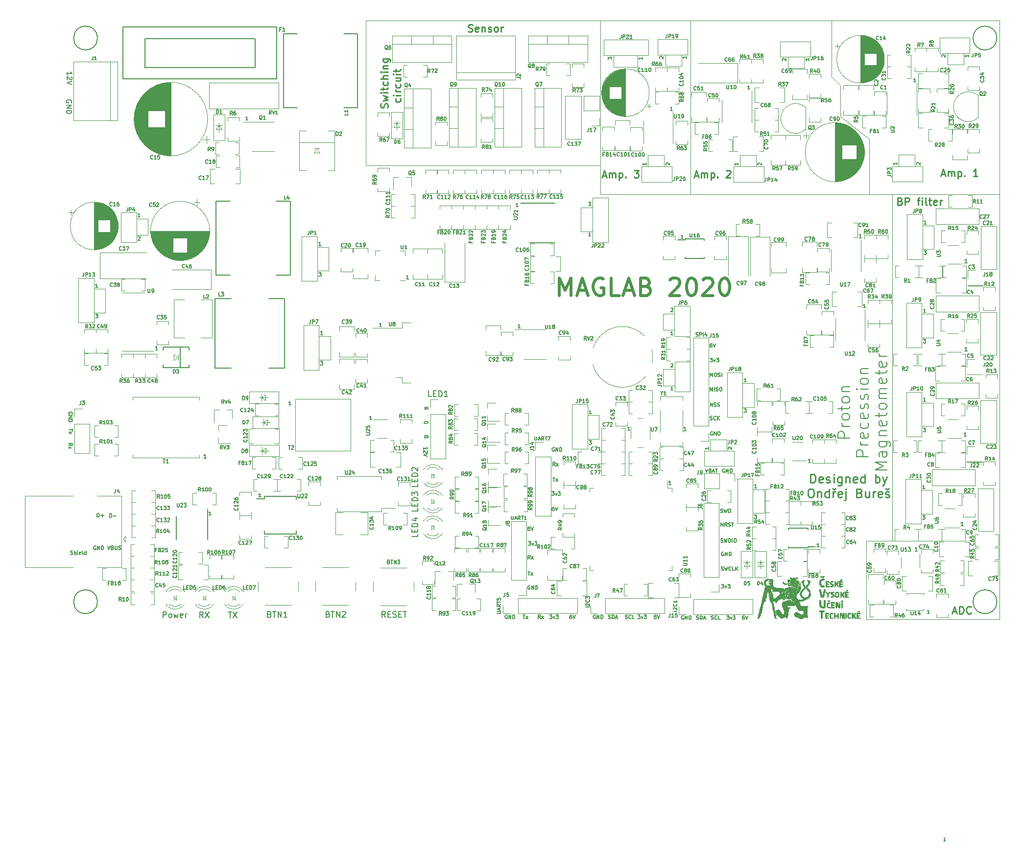
<source format=gbr>
G04 #@! TF.GenerationSoftware,KiCad,Pcbnew,(5.1.8)-1*
G04 #@! TF.CreationDate,2020-12-07T14:59:37+01:00*
G04 #@! TF.ProjectId,PPM,50504d2e-6b69-4636-9164-5f7063625858,rev?*
G04 #@! TF.SameCoordinates,Original*
G04 #@! TF.FileFunction,Legend,Top*
G04 #@! TF.FilePolarity,Positive*
%FSLAX46Y46*%
G04 Gerber Fmt 4.6, Leading zero omitted, Abs format (unit mm)*
G04 Created by KiCad (PCBNEW (5.1.8)-1) date 2020-12-07 14:59:37*
%MOMM*%
%LPD*%
G01*
G04 APERTURE LIST*
%ADD10C,0.200000*%
%ADD11C,0.500000*%
%ADD12C,0.127000*%
%ADD13C,0.254000*%
%ADD14C,0.120000*%
%ADD15C,0.250000*%
%ADD16C,0.203200*%
%ADD17C,0.177800*%
%ADD18C,0.010000*%
%ADD19C,0.150000*%
G04 APERTURE END LIST*
D10*
X114608761Y229313428D02*
X112608761Y229313428D01*
X112608761Y230075333D01*
X112704000Y230265809D01*
X112799238Y230361047D01*
X112989714Y230456285D01*
X113275428Y230456285D01*
X113465904Y230361047D01*
X113561142Y230265809D01*
X113656380Y230075333D01*
X113656380Y229313428D01*
X114608761Y231313428D02*
X113275428Y231313428D01*
X113656380Y231313428D02*
X113465904Y231408666D01*
X113370666Y231503904D01*
X113275428Y231694380D01*
X113275428Y231884857D01*
X114608761Y232837238D02*
X114513523Y232646761D01*
X114418285Y232551523D01*
X114227809Y232456285D01*
X113656380Y232456285D01*
X113465904Y232551523D01*
X113370666Y232646761D01*
X113275428Y232837238D01*
X113275428Y233122952D01*
X113370666Y233313428D01*
X113465904Y233408666D01*
X113656380Y233503904D01*
X114227809Y233503904D01*
X114418285Y233408666D01*
X114513523Y233313428D01*
X114608761Y233122952D01*
X114608761Y232837238D01*
X113275428Y234075333D02*
X113275428Y234837238D01*
X112608761Y234361047D02*
X114323047Y234361047D01*
X114513523Y234456285D01*
X114608761Y234646761D01*
X114608761Y234837238D01*
X114608761Y235789619D02*
X114513523Y235599142D01*
X114418285Y235503904D01*
X114227809Y235408666D01*
X113656380Y235408666D01*
X113465904Y235503904D01*
X113370666Y235599142D01*
X113275428Y235789619D01*
X113275428Y236075333D01*
X113370666Y236265809D01*
X113465904Y236361047D01*
X113656380Y236456285D01*
X114227809Y236456285D01*
X114418285Y236361047D01*
X114513523Y236265809D01*
X114608761Y236075333D01*
X114608761Y235789619D01*
X113275428Y237313428D02*
X114608761Y237313428D01*
X113465904Y237313428D02*
X113370666Y237408666D01*
X113275428Y237599142D01*
X113275428Y237884857D01*
X113370666Y238075333D01*
X113561142Y238170571D01*
X114608761Y238170571D01*
X117808761Y226122952D02*
X115808761Y226122952D01*
X115808761Y226884857D01*
X115904000Y227075333D01*
X115999238Y227170571D01*
X116189714Y227265809D01*
X116475428Y227265809D01*
X116665904Y227170571D01*
X116761142Y227075333D01*
X116856380Y226884857D01*
X116856380Y226122952D01*
X117808761Y228122952D02*
X116475428Y228122952D01*
X116856380Y228122952D02*
X116665904Y228218190D01*
X116570666Y228313428D01*
X116475428Y228503904D01*
X116475428Y228694380D01*
X117713523Y230122952D02*
X117808761Y229932476D01*
X117808761Y229551523D01*
X117713523Y229361047D01*
X117523047Y229265809D01*
X116761142Y229265809D01*
X116570666Y229361047D01*
X116475428Y229551523D01*
X116475428Y229932476D01*
X116570666Y230122952D01*
X116761142Y230218190D01*
X116951619Y230218190D01*
X117142095Y229265809D01*
X117713523Y231932476D02*
X117808761Y231742000D01*
X117808761Y231361047D01*
X117713523Y231170571D01*
X117618285Y231075333D01*
X117427809Y230980095D01*
X116856380Y230980095D01*
X116665904Y231075333D01*
X116570666Y231170571D01*
X116475428Y231361047D01*
X116475428Y231742000D01*
X116570666Y231932476D01*
X117713523Y233551523D02*
X117808761Y233361047D01*
X117808761Y232980095D01*
X117713523Y232789619D01*
X117523047Y232694380D01*
X116761142Y232694380D01*
X116570666Y232789619D01*
X116475428Y232980095D01*
X116475428Y233361047D01*
X116570666Y233551523D01*
X116761142Y233646761D01*
X116951619Y233646761D01*
X117142095Y232694380D01*
X117713523Y234408666D02*
X117808761Y234599142D01*
X117808761Y234980095D01*
X117713523Y235170571D01*
X117523047Y235265809D01*
X117427809Y235265809D01*
X117237333Y235170571D01*
X117142095Y234980095D01*
X117142095Y234694380D01*
X117046857Y234503904D01*
X116856380Y234408666D01*
X116761142Y234408666D01*
X116570666Y234503904D01*
X116475428Y234694380D01*
X116475428Y234980095D01*
X116570666Y235170571D01*
X117713523Y236027714D02*
X117808761Y236218190D01*
X117808761Y236599142D01*
X117713523Y236789619D01*
X117523047Y236884857D01*
X117427809Y236884857D01*
X117237333Y236789619D01*
X117142095Y236599142D01*
X117142095Y236313428D01*
X117046857Y236122952D01*
X116856380Y236027714D01*
X116761142Y236027714D01*
X116570666Y236122952D01*
X116475428Y236313428D01*
X116475428Y236599142D01*
X116570666Y236789619D01*
X117808761Y237742000D02*
X116475428Y237742000D01*
X115808761Y237742000D02*
X115904000Y237646761D01*
X115999238Y237742000D01*
X115904000Y237837238D01*
X115808761Y237742000D01*
X115999238Y237742000D01*
X117808761Y238980095D02*
X117713523Y238789619D01*
X117618285Y238694380D01*
X117427809Y238599142D01*
X116856380Y238599142D01*
X116665904Y238694380D01*
X116570666Y238789619D01*
X116475428Y238980095D01*
X116475428Y239265809D01*
X116570666Y239456285D01*
X116665904Y239551523D01*
X116856380Y239646761D01*
X117427809Y239646761D01*
X117618285Y239551523D01*
X117713523Y239456285D01*
X117808761Y239265809D01*
X117808761Y238980095D01*
X116475428Y240503904D02*
X117808761Y240503904D01*
X116665904Y240503904D02*
X116570666Y240599142D01*
X116475428Y240789619D01*
X116475428Y241075333D01*
X116570666Y241265809D01*
X116761142Y241361047D01*
X117808761Y241361047D01*
X121008761Y223789619D02*
X119008761Y223789619D01*
X120437333Y224456285D01*
X119008761Y225122952D01*
X121008761Y225122952D01*
X121008761Y226932476D02*
X119961142Y226932476D01*
X119770666Y226837238D01*
X119675428Y226646761D01*
X119675428Y226265809D01*
X119770666Y226075333D01*
X120913523Y226932476D02*
X121008761Y226742000D01*
X121008761Y226265809D01*
X120913523Y226075333D01*
X120723047Y225980095D01*
X120532571Y225980095D01*
X120342095Y226075333D01*
X120246857Y226265809D01*
X120246857Y226742000D01*
X120151619Y226932476D01*
X119675428Y228742000D02*
X121294476Y228742000D01*
X121484952Y228646761D01*
X121580190Y228551523D01*
X121675428Y228361047D01*
X121675428Y228075333D01*
X121580190Y227884857D01*
X120913523Y228742000D02*
X121008761Y228551523D01*
X121008761Y228170571D01*
X120913523Y227980095D01*
X120818285Y227884857D01*
X120627809Y227789619D01*
X120056380Y227789619D01*
X119865904Y227884857D01*
X119770666Y227980095D01*
X119675428Y228170571D01*
X119675428Y228551523D01*
X119770666Y228742000D01*
X119675428Y229694380D02*
X121008761Y229694380D01*
X119865904Y229694380D02*
X119770666Y229789619D01*
X119675428Y229980095D01*
X119675428Y230265809D01*
X119770666Y230456285D01*
X119961142Y230551523D01*
X121008761Y230551523D01*
X120913523Y232265809D02*
X121008761Y232075333D01*
X121008761Y231694380D01*
X120913523Y231503904D01*
X120723047Y231408666D01*
X119961142Y231408666D01*
X119770666Y231503904D01*
X119675428Y231694380D01*
X119675428Y232075333D01*
X119770666Y232265809D01*
X119961142Y232361047D01*
X120151619Y232361047D01*
X120342095Y231408666D01*
X119675428Y232932476D02*
X119675428Y233694380D01*
X119008761Y233218190D02*
X120723047Y233218190D01*
X120913523Y233313428D01*
X121008761Y233503904D01*
X121008761Y233694380D01*
X121008761Y234646761D02*
X120913523Y234456285D01*
X120818285Y234361047D01*
X120627809Y234265809D01*
X120056380Y234265809D01*
X119865904Y234361047D01*
X119770666Y234456285D01*
X119675428Y234646761D01*
X119675428Y234932476D01*
X119770666Y235122952D01*
X119865904Y235218190D01*
X120056380Y235313428D01*
X120627809Y235313428D01*
X120818285Y235218190D01*
X120913523Y235122952D01*
X121008761Y234932476D01*
X121008761Y234646761D01*
X121008761Y236170571D02*
X119675428Y236170571D01*
X119865904Y236170571D02*
X119770666Y236265809D01*
X119675428Y236456285D01*
X119675428Y236742000D01*
X119770666Y236932476D01*
X119961142Y237027714D01*
X121008761Y237027714D01*
X119961142Y237027714D02*
X119770666Y237122952D01*
X119675428Y237313428D01*
X119675428Y237599142D01*
X119770666Y237789619D01*
X119961142Y237884857D01*
X121008761Y237884857D01*
X120913523Y239599142D02*
X121008761Y239408666D01*
X121008761Y239027714D01*
X120913523Y238837238D01*
X120723047Y238742000D01*
X119961142Y238742000D01*
X119770666Y238837238D01*
X119675428Y239027714D01*
X119675428Y239408666D01*
X119770666Y239599142D01*
X119961142Y239694380D01*
X120151619Y239694380D01*
X120342095Y238742000D01*
X119675428Y240265809D02*
X119675428Y241027714D01*
X119008761Y240551523D02*
X120723047Y240551523D01*
X120913523Y240646761D01*
X121008761Y240837238D01*
X121008761Y241027714D01*
X120913523Y242456285D02*
X121008761Y242265809D01*
X121008761Y241884857D01*
X120913523Y241694380D01*
X120723047Y241599142D01*
X119961142Y241599142D01*
X119770666Y241694380D01*
X119675428Y241884857D01*
X119675428Y242265809D01*
X119770666Y242456285D01*
X119961142Y242551523D01*
X120151619Y242551523D01*
X120342095Y241599142D01*
X121008761Y243408666D02*
X119675428Y243408666D01*
X120056380Y243408666D02*
X119865904Y243503904D01*
X119770666Y243599142D01*
X119675428Y243789619D01*
X119675428Y243980095D01*
D11*
X64415142Y253974857D02*
X64415142Y256974857D01*
X65415142Y254832000D01*
X66415142Y256974857D01*
X66415142Y253974857D01*
X67700857Y254832000D02*
X69129428Y254832000D01*
X67415142Y253974857D02*
X68415142Y256974857D01*
X69415142Y253974857D01*
X71986571Y256832000D02*
X71700857Y256974857D01*
X71272285Y256974857D01*
X70843714Y256832000D01*
X70558000Y256546285D01*
X70415142Y256260571D01*
X70272285Y255689142D01*
X70272285Y255260571D01*
X70415142Y254689142D01*
X70558000Y254403428D01*
X70843714Y254117714D01*
X71272285Y253974857D01*
X71558000Y253974857D01*
X71986571Y254117714D01*
X72129428Y254260571D01*
X72129428Y255260571D01*
X71558000Y255260571D01*
X74843714Y253974857D02*
X73415142Y253974857D01*
X73415142Y256974857D01*
X75700857Y254832000D02*
X77129428Y254832000D01*
X75415142Y253974857D02*
X76415142Y256974857D01*
X77415142Y253974857D01*
X79415142Y255546285D02*
X79843714Y255403428D01*
X79986571Y255260571D01*
X80129428Y254974857D01*
X80129428Y254546285D01*
X79986571Y254260571D01*
X79843714Y254117714D01*
X79558000Y253974857D01*
X78415142Y253974857D01*
X78415142Y256974857D01*
X79415142Y256974857D01*
X79700857Y256832000D01*
X79843714Y256689142D01*
X79986571Y256403428D01*
X79986571Y256117714D01*
X79843714Y255832000D01*
X79700857Y255689142D01*
X79415142Y255546285D01*
X78415142Y255546285D01*
X83558000Y256689142D02*
X83700857Y256832000D01*
X83986571Y256974857D01*
X84700857Y256974857D01*
X84986571Y256832000D01*
X85129428Y256689142D01*
X85272285Y256403428D01*
X85272285Y256117714D01*
X85129428Y255689142D01*
X83415142Y253974857D01*
X85272285Y253974857D01*
X87129428Y256974857D02*
X87415142Y256974857D01*
X87700857Y256832000D01*
X87843714Y256689142D01*
X87986571Y256403428D01*
X88129428Y255832000D01*
X88129428Y255117714D01*
X87986571Y254546285D01*
X87843714Y254260571D01*
X87700857Y254117714D01*
X87415142Y253974857D01*
X87129428Y253974857D01*
X86843714Y254117714D01*
X86700857Y254260571D01*
X86558000Y254546285D01*
X86415142Y255117714D01*
X86415142Y255832000D01*
X86558000Y256403428D01*
X86700857Y256689142D01*
X86843714Y256832000D01*
X87129428Y256974857D01*
X89272285Y256689142D02*
X89415142Y256832000D01*
X89700857Y256974857D01*
X90415142Y256974857D01*
X90700857Y256832000D01*
X90843714Y256689142D01*
X90986571Y256403428D01*
X90986571Y256117714D01*
X90843714Y255689142D01*
X89129428Y253974857D01*
X90986571Y253974857D01*
X92843714Y256974857D02*
X93129428Y256974857D01*
X93415142Y256832000D01*
X93558000Y256689142D01*
X93700857Y256403428D01*
X93843714Y255832000D01*
X93843714Y255117714D01*
X93700857Y254546285D01*
X93558000Y254260571D01*
X93415142Y254117714D01*
X93129428Y253974857D01*
X92843714Y253974857D01*
X92558000Y254117714D01*
X92415142Y254260571D01*
X92272285Y254546285D01*
X92129428Y255117714D01*
X92129428Y255832000D01*
X92272285Y256403428D01*
X92415142Y256689142D01*
X92558000Y256832000D01*
X92843714Y256974857D01*
D12*
X107877428Y225074238D02*
X107514571Y225074238D01*
X107696000Y225074238D02*
X107696000Y225709238D01*
X107635523Y225618523D01*
X107575047Y225558047D01*
X107514571Y225527809D01*
D13*
X48662666Y299648952D02*
X48844095Y299588476D01*
X49146476Y299588476D01*
X49267428Y299648952D01*
X49327904Y299709428D01*
X49388380Y299830380D01*
X49388380Y299951333D01*
X49327904Y300072285D01*
X49267428Y300132761D01*
X49146476Y300193238D01*
X48904571Y300253714D01*
X48783619Y300314190D01*
X48723142Y300374666D01*
X48662666Y300495619D01*
X48662666Y300616571D01*
X48723142Y300737523D01*
X48783619Y300798000D01*
X48904571Y300858476D01*
X49206952Y300858476D01*
X49388380Y300798000D01*
X50416476Y299648952D02*
X50295523Y299588476D01*
X50053619Y299588476D01*
X49932666Y299648952D01*
X49872190Y299769904D01*
X49872190Y300253714D01*
X49932666Y300374666D01*
X50053619Y300435142D01*
X50295523Y300435142D01*
X50416476Y300374666D01*
X50476952Y300253714D01*
X50476952Y300132761D01*
X49872190Y300011809D01*
X51021238Y300435142D02*
X51021238Y299588476D01*
X51021238Y300314190D02*
X51081714Y300374666D01*
X51202666Y300435142D01*
X51384095Y300435142D01*
X51505047Y300374666D01*
X51565523Y300253714D01*
X51565523Y299588476D01*
X52109809Y299648952D02*
X52230761Y299588476D01*
X52472666Y299588476D01*
X52593619Y299648952D01*
X52654095Y299769904D01*
X52654095Y299830380D01*
X52593619Y299951333D01*
X52472666Y300011809D01*
X52291238Y300011809D01*
X52170285Y300072285D01*
X52109809Y300193238D01*
X52109809Y300253714D01*
X52170285Y300374666D01*
X52291238Y300435142D01*
X52472666Y300435142D01*
X52593619Y300374666D01*
X53379809Y299588476D02*
X53258857Y299648952D01*
X53198380Y299709428D01*
X53137904Y299830380D01*
X53137904Y300193238D01*
X53198380Y300314190D01*
X53258857Y300374666D01*
X53379809Y300435142D01*
X53561238Y300435142D01*
X53682190Y300374666D01*
X53742666Y300314190D01*
X53803142Y300193238D01*
X53803142Y299830380D01*
X53742666Y299709428D01*
X53682190Y299648952D01*
X53561238Y299588476D01*
X53379809Y299588476D01*
X54347428Y299588476D02*
X54347428Y300435142D01*
X54347428Y300193238D02*
X54407904Y300314190D01*
X54468380Y300374666D01*
X54589333Y300435142D01*
X54710285Y300435142D01*
X123356809Y270281714D02*
X123538238Y270221238D01*
X123598714Y270160761D01*
X123659190Y270039809D01*
X123659190Y269858380D01*
X123598714Y269737428D01*
X123538238Y269676952D01*
X123417285Y269616476D01*
X122933476Y269616476D01*
X122933476Y270886476D01*
X123356809Y270886476D01*
X123477761Y270826000D01*
X123538238Y270765523D01*
X123598714Y270644571D01*
X123598714Y270523619D01*
X123538238Y270402666D01*
X123477761Y270342190D01*
X123356809Y270281714D01*
X122933476Y270281714D01*
X124203476Y269616476D02*
X124203476Y270886476D01*
X124687285Y270886476D01*
X124808238Y270826000D01*
X124868714Y270765523D01*
X124929190Y270644571D01*
X124929190Y270463142D01*
X124868714Y270342190D01*
X124808238Y270281714D01*
X124687285Y270221238D01*
X124203476Y270221238D01*
X126259666Y270463142D02*
X126743476Y270463142D01*
X126441095Y269616476D02*
X126441095Y270705047D01*
X126501571Y270826000D01*
X126622523Y270886476D01*
X126743476Y270886476D01*
X127166809Y269616476D02*
X127166809Y270463142D01*
X127166809Y270886476D02*
X127106333Y270826000D01*
X127166809Y270765523D01*
X127227285Y270826000D01*
X127166809Y270886476D01*
X127166809Y270765523D01*
X127953000Y269616476D02*
X127832047Y269676952D01*
X127771571Y269797904D01*
X127771571Y270886476D01*
X128255380Y270463142D02*
X128739190Y270463142D01*
X128436809Y270886476D02*
X128436809Y269797904D01*
X128497285Y269676952D01*
X128618238Y269616476D01*
X128739190Y269616476D01*
X129646333Y269676952D02*
X129525380Y269616476D01*
X129283476Y269616476D01*
X129162523Y269676952D01*
X129102047Y269797904D01*
X129102047Y270281714D01*
X129162523Y270402666D01*
X129283476Y270463142D01*
X129525380Y270463142D01*
X129646333Y270402666D01*
X129706809Y270281714D01*
X129706809Y270160761D01*
X129102047Y270039809D01*
X130251095Y269616476D02*
X130251095Y270463142D01*
X130251095Y270221238D02*
X130311571Y270342190D01*
X130372047Y270402666D01*
X130493000Y270463142D01*
X130613952Y270463142D01*
D12*
X38370328Y256836938D02*
X38007471Y256836938D01*
X38188900Y256836938D02*
X38188900Y257471938D01*
X38128423Y257381223D01*
X38067947Y257320747D01*
X38007471Y257290509D01*
X-19812000Y233465309D02*
X-19781761Y233525785D01*
X-19781761Y233616500D01*
X-19812000Y233707214D01*
X-19872476Y233767690D01*
X-19932952Y233797928D01*
X-20053904Y233828166D01*
X-20144619Y233828166D01*
X-20265571Y233797928D01*
X-20326047Y233767690D01*
X-20386523Y233707214D01*
X-20416761Y233616500D01*
X-20416761Y233556023D01*
X-20386523Y233465309D01*
X-20356285Y233435071D01*
X-20144619Y233435071D01*
X-20144619Y233556023D01*
X-20416761Y233162928D02*
X-19781761Y233162928D01*
X-20416761Y232800071D01*
X-19781761Y232800071D01*
X-20416761Y232497690D02*
X-19781761Y232497690D01*
X-19781761Y232346500D01*
X-19812000Y232255785D01*
X-19872476Y232195309D01*
X-19932952Y232165071D01*
X-20053904Y232134833D01*
X-20144619Y232134833D01*
X-20265571Y232165071D01*
X-20326047Y232195309D01*
X-20386523Y232255785D01*
X-20416761Y232346500D01*
X-20416761Y232497690D01*
X-19718261Y230879952D02*
X-19718261Y230517095D01*
X-20353261Y230698523D02*
X-19718261Y230698523D01*
X-20353261Y230365904D02*
X-19929928Y230033285D01*
X-19929928Y230365904D02*
X-20353261Y230033285D01*
X-20416761Y228025476D02*
X-20114380Y228237142D01*
X-20416761Y228388333D02*
X-19781761Y228388333D01*
X-19781761Y228146428D01*
X-19812000Y228085952D01*
X-19842238Y228055714D01*
X-19902714Y228025476D01*
X-19993428Y228025476D01*
X-20053904Y228055714D01*
X-20084142Y228085952D01*
X-20114380Y228146428D01*
X-20114380Y228388333D01*
X-20416761Y227813809D02*
X-19993428Y227481190D01*
X-19993428Y227813809D02*
X-20416761Y227481190D01*
D14*
X75692000Y235839000D02*
X76390500Y235458000D01*
D12*
X57331428Y269333738D02*
X56968571Y269333738D01*
X57150000Y269333738D02*
X57150000Y269968738D01*
X57089523Y269878023D01*
X57029047Y269817547D01*
X56968571Y269787309D01*
X57674328Y248391438D02*
X57311471Y248391438D01*
X57492900Y248391438D02*
X57492900Y249026438D01*
X57432423Y248935723D01*
X57371947Y248875247D01*
X57311471Y248845009D01*
X33671328Y248581938D02*
X33308471Y248581938D01*
X33489900Y248581938D02*
X33489900Y249216938D01*
X33429423Y249126223D01*
X33368947Y249065747D01*
X33308471Y249035509D01*
D15*
X107748357Y220531428D02*
X108034071Y220531428D01*
X108176928Y220460000D01*
X108319785Y220317142D01*
X108391214Y220031428D01*
X108391214Y219531428D01*
X108319785Y219245714D01*
X108176928Y219102857D01*
X108034071Y219031428D01*
X107748357Y219031428D01*
X107605500Y219102857D01*
X107462642Y219245714D01*
X107391214Y219531428D01*
X107391214Y220031428D01*
X107462642Y220317142D01*
X107605500Y220460000D01*
X107748357Y220531428D01*
X109034071Y220031428D02*
X109034071Y219031428D01*
X109034071Y219888571D02*
X109105500Y219960000D01*
X109248357Y220031428D01*
X109462642Y220031428D01*
X109605500Y219960000D01*
X109676928Y219817142D01*
X109676928Y219031428D01*
X111034071Y219031428D02*
X111034071Y220531428D01*
X111034071Y219102857D02*
X110891214Y219031428D01*
X110605500Y219031428D01*
X110462642Y219102857D01*
X110391214Y219174285D01*
X110319785Y219317142D01*
X110319785Y219745714D01*
X110391214Y219888571D01*
X110462642Y219960000D01*
X110605500Y220031428D01*
X110891214Y220031428D01*
X111034071Y219960000D01*
X111748357Y219031428D02*
X111748357Y220031428D01*
X111748357Y219745714D02*
X111819785Y219888571D01*
X111891214Y219960000D01*
X112034071Y220031428D01*
X112176928Y220031428D01*
X111605500Y220602857D02*
X111891214Y220388571D01*
X112176928Y220602857D01*
X113248357Y219102857D02*
X113105500Y219031428D01*
X112819785Y219031428D01*
X112676928Y219102857D01*
X112605500Y219245714D01*
X112605500Y219817142D01*
X112676928Y219960000D01*
X112819785Y220031428D01*
X113105500Y220031428D01*
X113248357Y219960000D01*
X113319785Y219817142D01*
X113319785Y219674285D01*
X112605500Y219531428D01*
X113962642Y220031428D02*
X113962642Y218745714D01*
X113891214Y218602857D01*
X113748357Y218531428D01*
X113676928Y218531428D01*
X113962642Y220531428D02*
X113891214Y220460000D01*
X113962642Y220388571D01*
X114034071Y220460000D01*
X113962642Y220531428D01*
X113962642Y220388571D01*
X116319785Y219817142D02*
X116534071Y219745714D01*
X116605500Y219674285D01*
X116676928Y219531428D01*
X116676928Y219317142D01*
X116605500Y219174285D01*
X116534071Y219102857D01*
X116391214Y219031428D01*
X115819785Y219031428D01*
X115819785Y220531428D01*
X116319785Y220531428D01*
X116462642Y220460000D01*
X116534071Y220388571D01*
X116605500Y220245714D01*
X116605500Y220102857D01*
X116534071Y219960000D01*
X116462642Y219888571D01*
X116319785Y219817142D01*
X115819785Y219817142D01*
X117962642Y220031428D02*
X117962642Y219031428D01*
X117319785Y220031428D02*
X117319785Y219245714D01*
X117391214Y219102857D01*
X117534071Y219031428D01*
X117748357Y219031428D01*
X117891214Y219102857D01*
X117962642Y219174285D01*
X118676928Y219031428D02*
X118676928Y220031428D01*
X118676928Y219745714D02*
X118748357Y219888571D01*
X118819785Y219960000D01*
X118962642Y220031428D01*
X119105500Y220031428D01*
X120176928Y219102857D02*
X120034071Y219031428D01*
X119748357Y219031428D01*
X119605500Y219102857D01*
X119534071Y219245714D01*
X119534071Y219817142D01*
X119605500Y219960000D01*
X119748357Y220031428D01*
X120034071Y220031428D01*
X120176928Y219960000D01*
X120248357Y219817142D01*
X120248357Y219674285D01*
X119534071Y219531428D01*
X120819785Y219102857D02*
X120962642Y219031428D01*
X121248357Y219031428D01*
X121391214Y219102857D01*
X121462642Y219245714D01*
X121462642Y219317142D01*
X121391214Y219460000D01*
X121248357Y219531428D01*
X121034071Y219531428D01*
X120891214Y219602857D01*
X120819785Y219745714D01*
X120819785Y219817142D01*
X120891214Y219960000D01*
X121034071Y220031428D01*
X121248357Y220031428D01*
X121391214Y219960000D01*
X120819785Y220602857D02*
X121105500Y220388571D01*
X121391214Y220602857D01*
X107863500Y221571428D02*
X107863500Y223071428D01*
X108220642Y223071428D01*
X108434928Y223000000D01*
X108577785Y222857142D01*
X108649214Y222714285D01*
X108720642Y222428571D01*
X108720642Y222214285D01*
X108649214Y221928571D01*
X108577785Y221785714D01*
X108434928Y221642857D01*
X108220642Y221571428D01*
X107863500Y221571428D01*
X109934928Y221642857D02*
X109792071Y221571428D01*
X109506357Y221571428D01*
X109363500Y221642857D01*
X109292071Y221785714D01*
X109292071Y222357142D01*
X109363500Y222500000D01*
X109506357Y222571428D01*
X109792071Y222571428D01*
X109934928Y222500000D01*
X110006357Y222357142D01*
X110006357Y222214285D01*
X109292071Y222071428D01*
X110577785Y221642857D02*
X110720642Y221571428D01*
X111006357Y221571428D01*
X111149214Y221642857D01*
X111220642Y221785714D01*
X111220642Y221857142D01*
X111149214Y222000000D01*
X111006357Y222071428D01*
X110792071Y222071428D01*
X110649214Y222142857D01*
X110577785Y222285714D01*
X110577785Y222357142D01*
X110649214Y222500000D01*
X110792071Y222571428D01*
X111006357Y222571428D01*
X111149214Y222500000D01*
X111863500Y221571428D02*
X111863500Y222571428D01*
X111863500Y223071428D02*
X111792071Y223000000D01*
X111863500Y222928571D01*
X111934928Y223000000D01*
X111863500Y223071428D01*
X111863500Y222928571D01*
X113220642Y222571428D02*
X113220642Y221357142D01*
X113149214Y221214285D01*
X113077785Y221142857D01*
X112934928Y221071428D01*
X112720642Y221071428D01*
X112577785Y221142857D01*
X113220642Y221642857D02*
X113077785Y221571428D01*
X112792071Y221571428D01*
X112649214Y221642857D01*
X112577785Y221714285D01*
X112506357Y221857142D01*
X112506357Y222285714D01*
X112577785Y222428571D01*
X112649214Y222500000D01*
X112792071Y222571428D01*
X113077785Y222571428D01*
X113220642Y222500000D01*
X113934928Y222571428D02*
X113934928Y221571428D01*
X113934928Y222428571D02*
X114006357Y222500000D01*
X114149214Y222571428D01*
X114363500Y222571428D01*
X114506357Y222500000D01*
X114577785Y222357142D01*
X114577785Y221571428D01*
X115863500Y221642857D02*
X115720642Y221571428D01*
X115434928Y221571428D01*
X115292071Y221642857D01*
X115220642Y221785714D01*
X115220642Y222357142D01*
X115292071Y222500000D01*
X115434928Y222571428D01*
X115720642Y222571428D01*
X115863500Y222500000D01*
X115934928Y222357142D01*
X115934928Y222214285D01*
X115220642Y222071428D01*
X117220642Y221571428D02*
X117220642Y223071428D01*
X117220642Y221642857D02*
X117077785Y221571428D01*
X116792071Y221571428D01*
X116649214Y221642857D01*
X116577785Y221714285D01*
X116506357Y221857142D01*
X116506357Y222285714D01*
X116577785Y222428571D01*
X116649214Y222500000D01*
X116792071Y222571428D01*
X117077785Y222571428D01*
X117220642Y222500000D01*
X119077785Y221571428D02*
X119077785Y223071428D01*
X119077785Y222500000D02*
X119220642Y222571428D01*
X119506357Y222571428D01*
X119649214Y222500000D01*
X119720642Y222428571D01*
X119792071Y222285714D01*
X119792071Y221857142D01*
X119720642Y221714285D01*
X119649214Y221642857D01*
X119506357Y221571428D01*
X119220642Y221571428D01*
X119077785Y221642857D01*
X120292071Y222571428D02*
X120649214Y221571428D01*
X121006357Y222571428D02*
X120649214Y221571428D01*
X120506357Y221214285D01*
X120434928Y221142857D01*
X120292071Y221071428D01*
D12*
X75825047Y198116976D02*
X75915761Y198086738D01*
X76066952Y198086738D01*
X76127428Y198116976D01*
X76157666Y198147214D01*
X76187904Y198207690D01*
X76187904Y198268166D01*
X76157666Y198328642D01*
X76127428Y198358880D01*
X76066952Y198389119D01*
X75946000Y198419357D01*
X75885523Y198449595D01*
X75855285Y198479833D01*
X75825047Y198540309D01*
X75825047Y198600785D01*
X75855285Y198661261D01*
X75885523Y198691500D01*
X75946000Y198721738D01*
X76097190Y198721738D01*
X76187904Y198691500D01*
X76822904Y198147214D02*
X76792666Y198116976D01*
X76701952Y198086738D01*
X76641476Y198086738D01*
X76550761Y198116976D01*
X76490285Y198177452D01*
X76460047Y198237928D01*
X76429809Y198358880D01*
X76429809Y198449595D01*
X76460047Y198570547D01*
X76490285Y198631023D01*
X76550761Y198691500D01*
X76641476Y198721738D01*
X76701952Y198721738D01*
X76792666Y198691500D01*
X76822904Y198661261D01*
X77397428Y198086738D02*
X77095047Y198086738D01*
X77095047Y198721738D01*
D13*
X34715147Y286450728D02*
X34775623Y286632157D01*
X34775623Y286934538D01*
X34715147Y287055490D01*
X34654671Y287115966D01*
X34533719Y287176442D01*
X34412766Y287176442D01*
X34291814Y287115966D01*
X34231338Y287055490D01*
X34170861Y286934538D01*
X34110385Y286692633D01*
X34049909Y286571680D01*
X33989433Y286511204D01*
X33868480Y286450728D01*
X33747528Y286450728D01*
X33626576Y286511204D01*
X33566100Y286571680D01*
X33505623Y286692633D01*
X33505623Y286995014D01*
X33566100Y287176442D01*
X33928957Y287599776D02*
X34775623Y287841680D01*
X34170861Y288083585D01*
X34775623Y288325490D01*
X33928957Y288567395D01*
X34775623Y289051204D02*
X33928957Y289051204D01*
X33505623Y289051204D02*
X33566100Y288990728D01*
X33626576Y289051204D01*
X33566100Y289111680D01*
X33505623Y289051204D01*
X33626576Y289051204D01*
X33928957Y289474538D02*
X33928957Y289958347D01*
X33505623Y289655966D02*
X34594195Y289655966D01*
X34715147Y289716442D01*
X34775623Y289837395D01*
X34775623Y289958347D01*
X34715147Y290925966D02*
X34775623Y290805014D01*
X34775623Y290563109D01*
X34715147Y290442157D01*
X34654671Y290381680D01*
X34533719Y290321204D01*
X34170861Y290321204D01*
X34049909Y290381680D01*
X33989433Y290442157D01*
X33928957Y290563109D01*
X33928957Y290805014D01*
X33989433Y290925966D01*
X34775623Y291470252D02*
X33505623Y291470252D01*
X34775623Y292014538D02*
X34110385Y292014538D01*
X33989433Y291954061D01*
X33928957Y291833109D01*
X33928957Y291651680D01*
X33989433Y291530728D01*
X34049909Y291470252D01*
X34775623Y292619300D02*
X33928957Y292619300D01*
X33505623Y292619300D02*
X33566100Y292558823D01*
X33626576Y292619300D01*
X33566100Y292679776D01*
X33505623Y292619300D01*
X33626576Y292619300D01*
X33928957Y293224061D02*
X34775623Y293224061D01*
X34049909Y293224061D02*
X33989433Y293284538D01*
X33928957Y293405490D01*
X33928957Y293586919D01*
X33989433Y293707871D01*
X34110385Y293768347D01*
X34775623Y293768347D01*
X33928957Y294917395D02*
X34957052Y294917395D01*
X35078004Y294856919D01*
X35138480Y294796442D01*
X35198957Y294675490D01*
X35198957Y294494061D01*
X35138480Y294373109D01*
X34715147Y294917395D02*
X34775623Y294796442D01*
X34775623Y294554538D01*
X34715147Y294433585D01*
X34654671Y294373109D01*
X34533719Y294312633D01*
X34170861Y294312633D01*
X34049909Y294373109D01*
X33989433Y294433585D01*
X33928957Y294554538D01*
X33928957Y294796442D01*
X33989433Y294917395D01*
X36874147Y288053347D02*
X36934623Y287932395D01*
X36934623Y287690490D01*
X36874147Y287569538D01*
X36813671Y287509061D01*
X36692719Y287448585D01*
X36329861Y287448585D01*
X36208909Y287509061D01*
X36148433Y287569538D01*
X36087957Y287690490D01*
X36087957Y287932395D01*
X36148433Y288053347D01*
X36934623Y288597633D02*
X36087957Y288597633D01*
X35664623Y288597633D02*
X35725100Y288537157D01*
X35785576Y288597633D01*
X35725100Y288658109D01*
X35664623Y288597633D01*
X35785576Y288597633D01*
X36934623Y289202395D02*
X36087957Y289202395D01*
X36329861Y289202395D02*
X36208909Y289262871D01*
X36148433Y289323347D01*
X36087957Y289444300D01*
X36087957Y289565252D01*
X36874147Y290532871D02*
X36934623Y290411919D01*
X36934623Y290170014D01*
X36874147Y290049061D01*
X36813671Y289988585D01*
X36692719Y289928109D01*
X36329861Y289928109D01*
X36208909Y289988585D01*
X36148433Y290049061D01*
X36087957Y290170014D01*
X36087957Y290411919D01*
X36148433Y290532871D01*
X36087957Y291621442D02*
X36934623Y291621442D01*
X36087957Y291077157D02*
X36753195Y291077157D01*
X36874147Y291137633D01*
X36934623Y291258585D01*
X36934623Y291440014D01*
X36874147Y291560966D01*
X36813671Y291621442D01*
X36934623Y292226204D02*
X36087957Y292226204D01*
X35664623Y292226204D02*
X35725100Y292165728D01*
X35785576Y292226204D01*
X35725100Y292286680D01*
X35664623Y292226204D01*
X35785576Y292226204D01*
X36087957Y292649538D02*
X36087957Y293133347D01*
X35664623Y292830966D02*
X36753195Y292830966D01*
X36874147Y292891442D01*
X36934623Y293012395D01*
X36934623Y293133347D01*
X132427619Y199288333D02*
X133032380Y199288333D01*
X132306666Y198925476D02*
X132730000Y200195476D01*
X133153333Y198925476D01*
X133576666Y198925476D02*
X133576666Y200195476D01*
X133879047Y200195476D01*
X134060476Y200135000D01*
X134181428Y200014047D01*
X134241904Y199893095D01*
X134302380Y199651190D01*
X134302380Y199469761D01*
X134241904Y199227857D01*
X134181428Y199106904D01*
X134060476Y198985952D01*
X133879047Y198925476D01*
X133576666Y198925476D01*
X135572380Y199046428D02*
X135511904Y198985952D01*
X135330476Y198925476D01*
X135209523Y198925476D01*
X135028095Y198985952D01*
X134907142Y199106904D01*
X134846666Y199227857D01*
X134786190Y199469761D01*
X134786190Y199651190D01*
X134846666Y199893095D01*
X134907142Y200014047D01*
X135028095Y200135000D01*
X135209523Y200195476D01*
X135330476Y200195476D01*
X135511904Y200135000D01*
X135572380Y200074523D01*
D12*
X90780809Y245648238D02*
X90659857Y245648238D01*
X90599380Y245618000D01*
X90569142Y245587761D01*
X90508666Y245497047D01*
X90478428Y245376095D01*
X90478428Y245134190D01*
X90508666Y245073714D01*
X90538904Y245043476D01*
X90599380Y245013238D01*
X90720333Y245013238D01*
X90780809Y245043476D01*
X90811047Y245073714D01*
X90841285Y245134190D01*
X90841285Y245285380D01*
X90811047Y245345857D01*
X90780809Y245376095D01*
X90720333Y245406333D01*
X90599380Y245406333D01*
X90538904Y245376095D01*
X90508666Y245345857D01*
X90478428Y245285380D01*
X91022714Y245648238D02*
X91234380Y245013238D01*
X91446047Y245648238D01*
X90493547Y243108238D02*
X90886642Y243108238D01*
X90674976Y242866333D01*
X90765690Y242866333D01*
X90826166Y242836095D01*
X90856404Y242805857D01*
X90886642Y242745380D01*
X90886642Y242594190D01*
X90856404Y242533714D01*
X90826166Y242503476D01*
X90765690Y242473238D01*
X90584261Y242473238D01*
X90523785Y242503476D01*
X90493547Y242533714D01*
X91098309Y242896571D02*
X91249500Y242473238D01*
X91400690Y242896571D01*
X91582119Y243108238D02*
X91975214Y243108238D01*
X91763547Y242866333D01*
X91854261Y242866333D01*
X91914738Y242836095D01*
X91944976Y242805857D01*
X91975214Y242745380D01*
X91975214Y242594190D01*
X91944976Y242533714D01*
X91914738Y242503476D01*
X91854261Y242473238D01*
X91672833Y242473238D01*
X91612357Y242503476D01*
X91582119Y242533714D01*
X90892690Y230378000D02*
X90832214Y230408238D01*
X90741500Y230408238D01*
X90650785Y230378000D01*
X90590309Y230317523D01*
X90560071Y230257047D01*
X90529833Y230136095D01*
X90529833Y230045380D01*
X90560071Y229924428D01*
X90590309Y229863952D01*
X90650785Y229803476D01*
X90741500Y229773238D01*
X90801976Y229773238D01*
X90892690Y229803476D01*
X90922928Y229833714D01*
X90922928Y230045380D01*
X90801976Y230045380D01*
X91195071Y229773238D02*
X91195071Y230408238D01*
X91557928Y229773238D01*
X91557928Y230408238D01*
X91860309Y229773238D02*
X91860309Y230408238D01*
X92011500Y230408238D01*
X92102214Y230378000D01*
X92162690Y230317523D01*
X92192928Y230257047D01*
X92223166Y230136095D01*
X92223166Y230045380D01*
X92192928Y229924428D01*
X92162690Y229863952D01*
X92102214Y229803476D01*
X92011500Y229773238D01*
X91860309Y229773238D01*
X92988190Y223964500D02*
X92927714Y223994738D01*
X92837000Y223994738D01*
X92746285Y223964500D01*
X92685809Y223904023D01*
X92655571Y223843547D01*
X92625333Y223722595D01*
X92625333Y223631880D01*
X92655571Y223510928D01*
X92685809Y223450452D01*
X92746285Y223389976D01*
X92837000Y223359738D01*
X92897476Y223359738D01*
X92988190Y223389976D01*
X93018428Y223420214D01*
X93018428Y223631880D01*
X92897476Y223631880D01*
X93290571Y223359738D02*
X93290571Y223994738D01*
X93653428Y223359738D01*
X93653428Y223994738D01*
X93955809Y223359738D02*
X93955809Y223994738D01*
X94107000Y223994738D01*
X94197714Y223964500D01*
X94258190Y223904023D01*
X94288428Y223843547D01*
X94318666Y223722595D01*
X94318666Y223631880D01*
X94288428Y223510928D01*
X94258190Y223450452D01*
X94197714Y223389976D01*
X94107000Y223359738D01*
X93955809Y223359738D01*
X89647485Y223994738D02*
X89859152Y223359738D01*
X90070819Y223994738D01*
X90494152Y223692357D02*
X90584866Y223662119D01*
X90615104Y223631880D01*
X90645342Y223571404D01*
X90645342Y223480690D01*
X90615104Y223420214D01*
X90584866Y223389976D01*
X90524390Y223359738D01*
X90282485Y223359738D01*
X90282485Y223994738D01*
X90494152Y223994738D01*
X90554628Y223964500D01*
X90584866Y223934261D01*
X90615104Y223873785D01*
X90615104Y223813309D01*
X90584866Y223752833D01*
X90554628Y223722595D01*
X90494152Y223692357D01*
X90282485Y223692357D01*
X90887247Y223541166D02*
X91189628Y223541166D01*
X90826771Y223359738D02*
X91038438Y223994738D01*
X91250104Y223359738D01*
X91371057Y223994738D02*
X91733914Y223994738D01*
X91552485Y223359738D02*
X91552485Y223994738D01*
X59333190Y203771500D02*
X59272714Y203801738D01*
X59182000Y203801738D01*
X59091285Y203771500D01*
X59030809Y203711023D01*
X59000571Y203650547D01*
X58970333Y203529595D01*
X58970333Y203438880D01*
X59000571Y203317928D01*
X59030809Y203257452D01*
X59091285Y203196976D01*
X59182000Y203166738D01*
X59242476Y203166738D01*
X59333190Y203196976D01*
X59363428Y203227214D01*
X59363428Y203438880D01*
X59242476Y203438880D01*
X59635571Y203166738D02*
X59635571Y203801738D01*
X59998428Y203166738D01*
X59998428Y203801738D01*
X60300809Y203166738D02*
X60300809Y203801738D01*
X60452000Y203801738D01*
X60542714Y203771500D01*
X60603190Y203711023D01*
X60633428Y203650547D01*
X60663666Y203529595D01*
X60663666Y203438880D01*
X60633428Y203317928D01*
X60603190Y203257452D01*
X60542714Y203196976D01*
X60452000Y203166738D01*
X60300809Y203166738D01*
X59284809Y213961738D02*
X59163857Y213961738D01*
X59103380Y213931500D01*
X59073142Y213901261D01*
X59012666Y213810547D01*
X58982428Y213689595D01*
X58982428Y213447690D01*
X59012666Y213387214D01*
X59042904Y213356976D01*
X59103380Y213326738D01*
X59224333Y213326738D01*
X59284809Y213356976D01*
X59315047Y213387214D01*
X59345285Y213447690D01*
X59345285Y213598880D01*
X59315047Y213659357D01*
X59284809Y213689595D01*
X59224333Y213719833D01*
X59103380Y213719833D01*
X59042904Y213689595D01*
X59012666Y213659357D01*
X58982428Y213598880D01*
X59526714Y213961738D02*
X59738380Y213326738D01*
X59950047Y213961738D01*
X59061047Y211421738D02*
X59454142Y211421738D01*
X59242476Y211179833D01*
X59333190Y211179833D01*
X59393666Y211149595D01*
X59423904Y211119357D01*
X59454142Y211058880D01*
X59454142Y210907690D01*
X59423904Y210847214D01*
X59393666Y210816976D01*
X59333190Y210786738D01*
X59151761Y210786738D01*
X59091285Y210816976D01*
X59061047Y210847214D01*
X59665809Y211210071D02*
X59817000Y210786738D01*
X59968190Y211210071D01*
X60149619Y211421738D02*
X60542714Y211421738D01*
X60331047Y211179833D01*
X60421761Y211179833D01*
X60482238Y211149595D01*
X60512476Y211119357D01*
X60542714Y211058880D01*
X60542714Y210907690D01*
X60512476Y210847214D01*
X60482238Y210816976D01*
X60421761Y210786738D01*
X60240333Y210786738D01*
X60179857Y210816976D01*
X60149619Y210847214D01*
X63475809Y217390738D02*
X63354857Y217390738D01*
X63294380Y217360500D01*
X63264142Y217330261D01*
X63203666Y217239547D01*
X63173428Y217118595D01*
X63173428Y216876690D01*
X63203666Y216816214D01*
X63233904Y216785976D01*
X63294380Y216755738D01*
X63415333Y216755738D01*
X63475809Y216785976D01*
X63506047Y216816214D01*
X63536285Y216876690D01*
X63536285Y217027880D01*
X63506047Y217088357D01*
X63475809Y217118595D01*
X63415333Y217148833D01*
X63294380Y217148833D01*
X63233904Y217118595D01*
X63203666Y217088357D01*
X63173428Y217027880D01*
X63717714Y217390738D02*
X63929380Y216755738D01*
X64141047Y217390738D01*
X63125047Y220057738D02*
X63518142Y220057738D01*
X63306476Y219815833D01*
X63397190Y219815833D01*
X63457666Y219785595D01*
X63487904Y219755357D01*
X63518142Y219694880D01*
X63518142Y219543690D01*
X63487904Y219483214D01*
X63457666Y219452976D01*
X63397190Y219422738D01*
X63215761Y219422738D01*
X63155285Y219452976D01*
X63125047Y219483214D01*
X63729809Y219846071D02*
X63881000Y219422738D01*
X64032190Y219846071D01*
X64213619Y220057738D02*
X64606714Y220057738D01*
X64395047Y219815833D01*
X64485761Y219815833D01*
X64546238Y219785595D01*
X64576476Y219755357D01*
X64606714Y219694880D01*
X64606714Y219543690D01*
X64576476Y219483214D01*
X64546238Y219452976D01*
X64485761Y219422738D01*
X64304333Y219422738D01*
X64243857Y219452976D01*
X64213619Y219483214D01*
X63524190Y227647500D02*
X63463714Y227677738D01*
X63373000Y227677738D01*
X63282285Y227647500D01*
X63221809Y227587023D01*
X63191571Y227526547D01*
X63161333Y227405595D01*
X63161333Y227314880D01*
X63191571Y227193928D01*
X63221809Y227133452D01*
X63282285Y227072976D01*
X63373000Y227042738D01*
X63433476Y227042738D01*
X63524190Y227072976D01*
X63554428Y227103214D01*
X63554428Y227314880D01*
X63433476Y227314880D01*
X63826571Y227042738D02*
X63826571Y227677738D01*
X64189428Y227042738D01*
X64189428Y227677738D01*
X64491809Y227042738D02*
X64491809Y227677738D01*
X64643000Y227677738D01*
X64733714Y227647500D01*
X64794190Y227587023D01*
X64824428Y227526547D01*
X64854666Y227405595D01*
X64854666Y227314880D01*
X64824428Y227193928D01*
X64794190Y227133452D01*
X64733714Y227072976D01*
X64643000Y227042738D01*
X64491809Y227042738D01*
X-20078095Y209220976D02*
X-19987380Y209190738D01*
X-19836190Y209190738D01*
X-19775714Y209220976D01*
X-19745476Y209251214D01*
X-19715238Y209311690D01*
X-19715238Y209372166D01*
X-19745476Y209432642D01*
X-19775714Y209462880D01*
X-19836190Y209493119D01*
X-19957142Y209523357D01*
X-20017619Y209553595D01*
X-20047857Y209583833D01*
X-20078095Y209644309D01*
X-20078095Y209704785D01*
X-20047857Y209765261D01*
X-20017619Y209795500D01*
X-19957142Y209825738D01*
X-19805952Y209825738D01*
X-19715238Y209795500D01*
X-19443095Y209190738D02*
X-19443095Y209825738D01*
X-19170952Y209190738D02*
X-19170952Y209523357D01*
X-19201190Y209583833D01*
X-19261666Y209614071D01*
X-19352380Y209614071D01*
X-19412857Y209583833D01*
X-19443095Y209553595D01*
X-18868571Y209190738D02*
X-18868571Y209614071D01*
X-18868571Y209825738D02*
X-18898809Y209795500D01*
X-18868571Y209765261D01*
X-18838333Y209795500D01*
X-18868571Y209825738D01*
X-18868571Y209765261D01*
X-18324285Y209220976D02*
X-18384761Y209190738D01*
X-18505714Y209190738D01*
X-18566190Y209220976D01*
X-18596428Y209281452D01*
X-18596428Y209523357D01*
X-18566190Y209583833D01*
X-18505714Y209614071D01*
X-18384761Y209614071D01*
X-18324285Y209583833D01*
X-18294047Y209523357D01*
X-18294047Y209462880D01*
X-18596428Y209402404D01*
X-17931190Y209190738D02*
X-17991666Y209220976D01*
X-18021904Y209281452D01*
X-18021904Y209825738D01*
X-17417142Y209190738D02*
X-17417142Y209825738D01*
X-17417142Y209220976D02*
X-17477619Y209190738D01*
X-17598571Y209190738D01*
X-17659047Y209220976D01*
X-17689285Y209251214D01*
X-17719523Y209311690D01*
X-17719523Y209493119D01*
X-17689285Y209553595D01*
X-17659047Y209583833D01*
X-17598571Y209614071D01*
X-17477619Y209614071D01*
X-17417142Y209583833D01*
X-13673666Y210651238D02*
X-13462000Y210016238D01*
X-13250333Y210651238D01*
X-12827000Y210348857D02*
X-12736285Y210318619D01*
X-12706047Y210288380D01*
X-12675809Y210227904D01*
X-12675809Y210137190D01*
X-12706047Y210076714D01*
X-12736285Y210046476D01*
X-12796761Y210016238D01*
X-13038666Y210016238D01*
X-13038666Y210651238D01*
X-12827000Y210651238D01*
X-12766523Y210621000D01*
X-12736285Y210590761D01*
X-12706047Y210530285D01*
X-12706047Y210469809D01*
X-12736285Y210409333D01*
X-12766523Y210379095D01*
X-12827000Y210348857D01*
X-13038666Y210348857D01*
X-12403666Y210651238D02*
X-12403666Y210137190D01*
X-12373428Y210076714D01*
X-12343190Y210046476D01*
X-12282714Y210016238D01*
X-12161761Y210016238D01*
X-12101285Y210046476D01*
X-12071047Y210076714D01*
X-12040809Y210137190D01*
X-12040809Y210651238D01*
X-11768666Y210046476D02*
X-11677952Y210016238D01*
X-11526761Y210016238D01*
X-11466285Y210046476D01*
X-11436047Y210076714D01*
X-11405809Y210137190D01*
X-11405809Y210197666D01*
X-11436047Y210258142D01*
X-11466285Y210288380D01*
X-11526761Y210318619D01*
X-11647714Y210348857D01*
X-11708190Y210379095D01*
X-11738428Y210409333D01*
X-11768666Y210469809D01*
X-11768666Y210530285D01*
X-11738428Y210590761D01*
X-11708190Y210621000D01*
X-11647714Y210651238D01*
X-11496523Y210651238D01*
X-11405809Y210621000D01*
X-15723809Y210621000D02*
X-15784285Y210651238D01*
X-15875000Y210651238D01*
X-15965714Y210621000D01*
X-16026190Y210560523D01*
X-16056428Y210500047D01*
X-16086666Y210379095D01*
X-16086666Y210288380D01*
X-16056428Y210167428D01*
X-16026190Y210106952D01*
X-15965714Y210046476D01*
X-15875000Y210016238D01*
X-15814523Y210016238D01*
X-15723809Y210046476D01*
X-15693571Y210076714D01*
X-15693571Y210288380D01*
X-15814523Y210288380D01*
X-15421428Y210016238D02*
X-15421428Y210651238D01*
X-15058571Y210016238D01*
X-15058571Y210651238D01*
X-14756190Y210016238D02*
X-14756190Y210651238D01*
X-14605000Y210651238D01*
X-14514285Y210621000D01*
X-14453809Y210560523D01*
X-14423571Y210500047D01*
X-14393333Y210379095D01*
X-14393333Y210288380D01*
X-14423571Y210167428D01*
X-14453809Y210106952D01*
X-14514285Y210046476D01*
X-14605000Y210016238D01*
X-14756190Y210016238D01*
X-13322904Y215604238D02*
X-13322904Y216239238D01*
X-13171714Y216239238D01*
X-13081000Y216209000D01*
X-13020523Y216148523D01*
X-12990285Y216088047D01*
X-12960047Y215967095D01*
X-12960047Y215876380D01*
X-12990285Y215755428D01*
X-13020523Y215694952D01*
X-13081000Y215634476D01*
X-13171714Y215604238D01*
X-13322904Y215604238D01*
X-12687904Y215846142D02*
X-12204095Y215846142D01*
X-15481904Y215667738D02*
X-15481904Y216302738D01*
X-15330714Y216302738D01*
X-15240000Y216272500D01*
X-15179523Y216212023D01*
X-15149285Y216151547D01*
X-15119047Y216030595D01*
X-15119047Y215939880D01*
X-15149285Y215818928D01*
X-15179523Y215758452D01*
X-15240000Y215697976D01*
X-15330714Y215667738D01*
X-15481904Y215667738D01*
X-14846904Y215909642D02*
X-14363095Y215909642D01*
X-14605000Y215667738D02*
X-14605000Y216151547D01*
X58997547Y206214738D02*
X59360404Y206214738D01*
X59178976Y205579738D02*
X59178976Y206214738D01*
X59511595Y205579738D02*
X59844214Y206003071D01*
X59511595Y206003071D02*
X59844214Y205579738D01*
X70636190Y198691500D02*
X70575714Y198721738D01*
X70485000Y198721738D01*
X70394285Y198691500D01*
X70333809Y198631023D01*
X70303571Y198570547D01*
X70273333Y198449595D01*
X70273333Y198358880D01*
X70303571Y198237928D01*
X70333809Y198177452D01*
X70394285Y198116976D01*
X70485000Y198086738D01*
X70545476Y198086738D01*
X70636190Y198116976D01*
X70666428Y198147214D01*
X70666428Y198358880D01*
X70545476Y198358880D01*
X70938571Y198086738D02*
X70938571Y198721738D01*
X71301428Y198086738D01*
X71301428Y198721738D01*
X71603809Y198086738D02*
X71603809Y198721738D01*
X71755000Y198721738D01*
X71845714Y198691500D01*
X71906190Y198631023D01*
X71936428Y198570547D01*
X71966666Y198449595D01*
X71966666Y198358880D01*
X71936428Y198237928D01*
X71906190Y198177452D01*
X71845714Y198116976D01*
X71755000Y198086738D01*
X71603809Y198086738D01*
X56088642Y215866738D02*
X56088642Y215352690D01*
X56118880Y215292214D01*
X56149119Y215261976D01*
X56209595Y215231738D01*
X56330547Y215231738D01*
X56391023Y215261976D01*
X56421261Y215292214D01*
X56451500Y215352690D01*
X56451500Y215866738D01*
X56723642Y215413166D02*
X57026023Y215413166D01*
X56663166Y215231738D02*
X56874833Y215866738D01*
X57086500Y215231738D01*
X57661023Y215231738D02*
X57449357Y215534119D01*
X57298166Y215231738D02*
X57298166Y215866738D01*
X57540071Y215866738D01*
X57600547Y215836500D01*
X57630785Y215806261D01*
X57661023Y215745785D01*
X57661023Y215655071D01*
X57630785Y215594595D01*
X57600547Y215564357D01*
X57540071Y215534119D01*
X57298166Y215534119D01*
X57842452Y215866738D02*
X58205309Y215866738D01*
X58023880Y215231738D02*
X58023880Y215866738D01*
X58749595Y215231738D02*
X58386738Y215231738D01*
X58568166Y215231738D02*
X58568166Y215866738D01*
X58507690Y215776023D01*
X58447214Y215715547D01*
X58386738Y215685309D01*
X63693523Y224502738D02*
X63481857Y224805119D01*
X63330666Y224502738D02*
X63330666Y225137738D01*
X63572571Y225137738D01*
X63633047Y225107500D01*
X63663285Y225077261D01*
X63693523Y225016785D01*
X63693523Y224926071D01*
X63663285Y224865595D01*
X63633047Y224835357D01*
X63572571Y224805119D01*
X63330666Y224805119D01*
X63905190Y224502738D02*
X64237809Y224926071D01*
X63905190Y224926071D02*
X64237809Y224502738D01*
X77984047Y198721738D02*
X78377142Y198721738D01*
X78165476Y198479833D01*
X78256190Y198479833D01*
X78316666Y198449595D01*
X78346904Y198419357D01*
X78377142Y198358880D01*
X78377142Y198207690D01*
X78346904Y198147214D01*
X78316666Y198116976D01*
X78256190Y198086738D01*
X78074761Y198086738D01*
X78014285Y198116976D01*
X77984047Y198147214D01*
X78588809Y198510071D02*
X78740000Y198086738D01*
X78891190Y198510071D01*
X79072619Y198721738D02*
X79465714Y198721738D01*
X79254047Y198479833D01*
X79344761Y198479833D01*
X79405238Y198449595D01*
X79435476Y198419357D01*
X79465714Y198358880D01*
X79465714Y198207690D01*
X79435476Y198147214D01*
X79405238Y198116976D01*
X79344761Y198086738D01*
X79163333Y198086738D01*
X79102857Y198116976D01*
X79072619Y198147214D01*
X81128809Y198721738D02*
X81007857Y198721738D01*
X80947380Y198691500D01*
X80917142Y198661261D01*
X80856666Y198570547D01*
X80826428Y198449595D01*
X80826428Y198207690D01*
X80856666Y198147214D01*
X80886904Y198116976D01*
X80947380Y198086738D01*
X81068333Y198086738D01*
X81128809Y198116976D01*
X81159047Y198147214D01*
X81189285Y198207690D01*
X81189285Y198358880D01*
X81159047Y198419357D01*
X81128809Y198449595D01*
X81068333Y198479833D01*
X80947380Y198479833D01*
X80886904Y198449595D01*
X80856666Y198419357D01*
X80826428Y198358880D01*
X81370714Y198721738D02*
X81582380Y198086738D01*
X81794047Y198721738D01*
X61153523Y198086738D02*
X60941857Y198389119D01*
X60790666Y198086738D02*
X60790666Y198721738D01*
X61032571Y198721738D01*
X61093047Y198691500D01*
X61123285Y198661261D01*
X61153523Y198600785D01*
X61153523Y198510071D01*
X61123285Y198449595D01*
X61093047Y198419357D01*
X61032571Y198389119D01*
X60790666Y198389119D01*
X61365190Y198086738D02*
X61697809Y198510071D01*
X61365190Y198510071D02*
X61697809Y198086738D01*
X58108547Y198721738D02*
X58471404Y198721738D01*
X58289976Y198086738D02*
X58289976Y198721738D01*
X58622595Y198086738D02*
X58955214Y198510071D01*
X58622595Y198510071D02*
X58955214Y198086738D01*
X53627261Y198963642D02*
X54141309Y198963642D01*
X54201785Y198993880D01*
X54232023Y199024119D01*
X54262261Y199084595D01*
X54262261Y199205547D01*
X54232023Y199266023D01*
X54201785Y199296261D01*
X54141309Y199326500D01*
X53627261Y199326500D01*
X54080833Y199598642D02*
X54080833Y199901023D01*
X54262261Y199538166D02*
X53627261Y199749833D01*
X54262261Y199961500D01*
X54262261Y200536023D02*
X53959880Y200324357D01*
X54262261Y200173166D02*
X53627261Y200173166D01*
X53627261Y200415071D01*
X53657500Y200475547D01*
X53687738Y200505785D01*
X53748214Y200536023D01*
X53838928Y200536023D01*
X53899404Y200505785D01*
X53929642Y200475547D01*
X53959880Y200415071D01*
X53959880Y200173166D01*
X53627261Y200717452D02*
X53627261Y201080309D01*
X54262261Y200898880D02*
X53627261Y200898880D01*
X53627261Y201594357D02*
X53627261Y201291976D01*
X53929642Y201261738D01*
X53899404Y201291976D01*
X53869166Y201352452D01*
X53869166Y201503642D01*
X53899404Y201564119D01*
X53929642Y201594357D01*
X53990119Y201624595D01*
X54141309Y201624595D01*
X54201785Y201594357D01*
X54232023Y201564119D01*
X54262261Y201503642D01*
X54262261Y201352452D01*
X54232023Y201291976D01*
X54201785Y201261738D01*
X55396190Y198691500D02*
X55335714Y198721738D01*
X55245000Y198721738D01*
X55154285Y198691500D01*
X55093809Y198631023D01*
X55063571Y198570547D01*
X55033333Y198449595D01*
X55033333Y198358880D01*
X55063571Y198237928D01*
X55093809Y198177452D01*
X55154285Y198116976D01*
X55245000Y198086738D01*
X55305476Y198086738D01*
X55396190Y198116976D01*
X55426428Y198147214D01*
X55426428Y198358880D01*
X55305476Y198358880D01*
X55698571Y198086738D02*
X55698571Y198721738D01*
X56061428Y198086738D01*
X56061428Y198721738D01*
X56363809Y198086738D02*
X56363809Y198721738D01*
X56515000Y198721738D01*
X56605714Y198691500D01*
X56666190Y198631023D01*
X56696428Y198570547D01*
X56726666Y198449595D01*
X56726666Y198358880D01*
X56696428Y198237928D01*
X56666190Y198177452D01*
X56605714Y198116976D01*
X56515000Y198086738D01*
X56363809Y198086738D01*
X62744047Y198721738D02*
X63137142Y198721738D01*
X62925476Y198479833D01*
X63016190Y198479833D01*
X63076666Y198449595D01*
X63106904Y198419357D01*
X63137142Y198358880D01*
X63137142Y198207690D01*
X63106904Y198147214D01*
X63076666Y198116976D01*
X63016190Y198086738D01*
X62834761Y198086738D01*
X62774285Y198116976D01*
X62744047Y198147214D01*
X63348809Y198510071D02*
X63500000Y198086738D01*
X63651190Y198510071D01*
X63832619Y198721738D02*
X64225714Y198721738D01*
X64014047Y198479833D01*
X64104761Y198479833D01*
X64165238Y198449595D01*
X64195476Y198419357D01*
X64225714Y198358880D01*
X64225714Y198207690D01*
X64195476Y198147214D01*
X64165238Y198116976D01*
X64104761Y198086738D01*
X63923333Y198086738D01*
X63862857Y198116976D01*
X63832619Y198147214D01*
X66523809Y198721738D02*
X66402857Y198721738D01*
X66342380Y198691500D01*
X66312142Y198661261D01*
X66251666Y198570547D01*
X66221428Y198449595D01*
X66221428Y198207690D01*
X66251666Y198147214D01*
X66281904Y198116976D01*
X66342380Y198086738D01*
X66463333Y198086738D01*
X66523809Y198116976D01*
X66554047Y198147214D01*
X66584285Y198207690D01*
X66584285Y198358880D01*
X66554047Y198419357D01*
X66523809Y198449595D01*
X66463333Y198479833D01*
X66342380Y198479833D01*
X66281904Y198449595D01*
X66251666Y198419357D01*
X66221428Y198358880D01*
X66765714Y198721738D02*
X66977380Y198086738D01*
X67189047Y198721738D01*
X72888928Y198116976D02*
X72979642Y198086738D01*
X73130833Y198086738D01*
X73191309Y198116976D01*
X73221547Y198147214D01*
X73251785Y198207690D01*
X73251785Y198268166D01*
X73221547Y198328642D01*
X73191309Y198358880D01*
X73130833Y198389119D01*
X73009880Y198419357D01*
X72949404Y198449595D01*
X72919166Y198479833D01*
X72888928Y198540309D01*
X72888928Y198600785D01*
X72919166Y198661261D01*
X72949404Y198691500D01*
X73009880Y198721738D01*
X73161071Y198721738D01*
X73251785Y198691500D01*
X73523928Y198086738D02*
X73523928Y198721738D01*
X73675119Y198721738D01*
X73765833Y198691500D01*
X73826309Y198631023D01*
X73856547Y198570547D01*
X73886785Y198449595D01*
X73886785Y198358880D01*
X73856547Y198237928D01*
X73826309Y198177452D01*
X73765833Y198116976D01*
X73675119Y198086738D01*
X73523928Y198086738D01*
X74128690Y198268166D02*
X74431071Y198268166D01*
X74068214Y198086738D02*
X74279880Y198721738D01*
X74491547Y198086738D01*
X90684047Y197989976D02*
X90774761Y197959738D01*
X90925952Y197959738D01*
X90986428Y197989976D01*
X91016666Y198020214D01*
X91046904Y198080690D01*
X91046904Y198141166D01*
X91016666Y198201642D01*
X90986428Y198231880D01*
X90925952Y198262119D01*
X90805000Y198292357D01*
X90744523Y198322595D01*
X90714285Y198352833D01*
X90684047Y198413309D01*
X90684047Y198473785D01*
X90714285Y198534261D01*
X90744523Y198564500D01*
X90805000Y198594738D01*
X90956190Y198594738D01*
X91046904Y198564500D01*
X91681904Y198020214D02*
X91651666Y197989976D01*
X91560952Y197959738D01*
X91500476Y197959738D01*
X91409761Y197989976D01*
X91349285Y198050452D01*
X91319047Y198110928D01*
X91288809Y198231880D01*
X91288809Y198322595D01*
X91319047Y198443547D01*
X91349285Y198504023D01*
X91409761Y198564500D01*
X91500476Y198594738D01*
X91560952Y198594738D01*
X91651666Y198564500D01*
X91681904Y198534261D01*
X92256428Y197959738D02*
X91954047Y197959738D01*
X91954047Y198594738D01*
X88128928Y197989976D02*
X88219642Y197959738D01*
X88370833Y197959738D01*
X88431309Y197989976D01*
X88461547Y198020214D01*
X88491785Y198080690D01*
X88491785Y198141166D01*
X88461547Y198201642D01*
X88431309Y198231880D01*
X88370833Y198262119D01*
X88249880Y198292357D01*
X88189404Y198322595D01*
X88159166Y198352833D01*
X88128928Y198413309D01*
X88128928Y198473785D01*
X88159166Y198534261D01*
X88189404Y198564500D01*
X88249880Y198594738D01*
X88401071Y198594738D01*
X88491785Y198564500D01*
X88763928Y197959738D02*
X88763928Y198594738D01*
X88915119Y198594738D01*
X89005833Y198564500D01*
X89066309Y198504023D01*
X89096547Y198443547D01*
X89126785Y198322595D01*
X89126785Y198231880D01*
X89096547Y198110928D01*
X89066309Y198050452D01*
X89005833Y197989976D01*
X88915119Y197959738D01*
X88763928Y197959738D01*
X89368690Y198141166D02*
X89671071Y198141166D01*
X89308214Y197959738D02*
X89519880Y198594738D01*
X89731547Y197959738D01*
X90505642Y239933238D02*
X90505642Y240568238D01*
X90717309Y240114666D01*
X90928976Y240568238D01*
X90928976Y239933238D01*
X91352309Y240568238D02*
X91473261Y240568238D01*
X91533738Y240538000D01*
X91594214Y240477523D01*
X91624452Y240356571D01*
X91624452Y240144904D01*
X91594214Y240023952D01*
X91533738Y239963476D01*
X91473261Y239933238D01*
X91352309Y239933238D01*
X91291833Y239963476D01*
X91231357Y240023952D01*
X91201119Y240144904D01*
X91201119Y240356571D01*
X91231357Y240477523D01*
X91291833Y240538000D01*
X91352309Y240568238D01*
X91866357Y239963476D02*
X91957071Y239933238D01*
X92108261Y239933238D01*
X92168738Y239963476D01*
X92198976Y239993714D01*
X92229214Y240054190D01*
X92229214Y240114666D01*
X92198976Y240175142D01*
X92168738Y240205380D01*
X92108261Y240235619D01*
X91987309Y240265857D01*
X91926833Y240296095D01*
X91896595Y240326333D01*
X91866357Y240386809D01*
X91866357Y240447285D01*
X91896595Y240507761D01*
X91926833Y240538000D01*
X91987309Y240568238D01*
X92138500Y240568238D01*
X92229214Y240538000D01*
X92501357Y239933238D02*
X92501357Y240568238D01*
X90505642Y237456738D02*
X90505642Y238091738D01*
X90717309Y237638166D01*
X90928976Y238091738D01*
X90928976Y237456738D01*
X91231357Y237456738D02*
X91231357Y238091738D01*
X91503500Y237486976D02*
X91594214Y237456738D01*
X91745404Y237456738D01*
X91805880Y237486976D01*
X91836119Y237517214D01*
X91866357Y237577690D01*
X91866357Y237638166D01*
X91836119Y237698642D01*
X91805880Y237728880D01*
X91745404Y237759119D01*
X91624452Y237789357D01*
X91563976Y237819595D01*
X91533738Y237849833D01*
X91503500Y237910309D01*
X91503500Y237970785D01*
X91533738Y238031261D01*
X91563976Y238061500D01*
X91624452Y238091738D01*
X91775642Y238091738D01*
X91866357Y238061500D01*
X92259452Y238091738D02*
X92380404Y238091738D01*
X92440880Y238061500D01*
X92501357Y238001023D01*
X92531595Y237880071D01*
X92531595Y237668404D01*
X92501357Y237547452D01*
X92440880Y237486976D01*
X92380404Y237456738D01*
X92259452Y237456738D01*
X92198976Y237486976D01*
X92138500Y237547452D01*
X92108261Y237668404D01*
X92108261Y237880071D01*
X92138500Y238001023D01*
X92198976Y238061500D01*
X92259452Y238091738D01*
X90526809Y234789738D02*
X90526809Y235424738D01*
X90889666Y234789738D01*
X90889666Y235424738D01*
X91161809Y234819976D02*
X91252523Y234789738D01*
X91403714Y234789738D01*
X91464190Y234819976D01*
X91494428Y234850214D01*
X91524666Y234910690D01*
X91524666Y234971166D01*
X91494428Y235031642D01*
X91464190Y235061880D01*
X91403714Y235092119D01*
X91282761Y235122357D01*
X91222285Y235152595D01*
X91192047Y235182833D01*
X91161809Y235243309D01*
X91161809Y235303785D01*
X91192047Y235364261D01*
X91222285Y235394500D01*
X91282761Y235424738D01*
X91433952Y235424738D01*
X91524666Y235394500D01*
X91766571Y234819976D02*
X91857285Y234789738D01*
X92008476Y234789738D01*
X92068952Y234819976D01*
X92099190Y234850214D01*
X92129428Y234910690D01*
X92129428Y234971166D01*
X92099190Y235031642D01*
X92068952Y235061880D01*
X92008476Y235092119D01*
X91887523Y235122357D01*
X91827047Y235152595D01*
X91796809Y235182833D01*
X91766571Y235243309D01*
X91766571Y235303785D01*
X91796809Y235364261D01*
X91827047Y235394500D01*
X91887523Y235424738D01*
X92038714Y235424738D01*
X92129428Y235394500D01*
X90496571Y232470476D02*
X90587285Y232440238D01*
X90738476Y232440238D01*
X90798952Y232470476D01*
X90829190Y232500714D01*
X90859428Y232561190D01*
X90859428Y232621666D01*
X90829190Y232682142D01*
X90798952Y232712380D01*
X90738476Y232742619D01*
X90617523Y232772857D01*
X90557047Y232803095D01*
X90526809Y232833333D01*
X90496571Y232893809D01*
X90496571Y232954285D01*
X90526809Y233014761D01*
X90557047Y233045000D01*
X90617523Y233075238D01*
X90768714Y233075238D01*
X90859428Y233045000D01*
X91494428Y232500714D02*
X91464190Y232470476D01*
X91373476Y232440238D01*
X91313000Y232440238D01*
X91222285Y232470476D01*
X91161809Y232530952D01*
X91131571Y232591428D01*
X91101333Y232712380D01*
X91101333Y232803095D01*
X91131571Y232924047D01*
X91161809Y232984523D01*
X91222285Y233045000D01*
X91313000Y233075238D01*
X91373476Y233075238D01*
X91464190Y233045000D01*
X91494428Y233014761D01*
X91766571Y232440238D02*
X91766571Y233075238D01*
X92129428Y232440238D02*
X91857285Y232803095D01*
X92129428Y233075238D02*
X91766571Y232712380D01*
X69629261Y200055238D02*
X68994261Y200055238D01*
X69054738Y200327380D02*
X69024500Y200357619D01*
X68994261Y200418095D01*
X68994261Y200569285D01*
X69024500Y200629761D01*
X69054738Y200660000D01*
X69115214Y200690238D01*
X69175690Y200690238D01*
X69266404Y200660000D01*
X69629261Y200297142D01*
X69629261Y200690238D01*
X69568785Y201325238D02*
X69599023Y201295000D01*
X69629261Y201204285D01*
X69629261Y201143809D01*
X69599023Y201053095D01*
X69538547Y200992619D01*
X69478071Y200962380D01*
X69357119Y200932142D01*
X69266404Y200932142D01*
X69145452Y200962380D01*
X69084976Y200992619D01*
X69024500Y201053095D01*
X68994261Y201143809D01*
X68994261Y201204285D01*
X69024500Y201295000D01*
X69054738Y201325238D01*
X68994261Y201536904D02*
X68994261Y201930000D01*
X69236166Y201718333D01*
X69236166Y201809047D01*
X69266404Y201869523D01*
X69296642Y201899761D01*
X69357119Y201930000D01*
X69508309Y201930000D01*
X69568785Y201899761D01*
X69599023Y201869523D01*
X69629261Y201809047D01*
X69629261Y201627619D01*
X69599023Y201567142D01*
X69568785Y201536904D01*
X88011000Y246948476D02*
X88101714Y246918238D01*
X88252904Y246918238D01*
X88313380Y246948476D01*
X88343619Y246978714D01*
X88373857Y247039190D01*
X88373857Y247099666D01*
X88343619Y247160142D01*
X88313380Y247190380D01*
X88252904Y247220619D01*
X88131952Y247250857D01*
X88071476Y247281095D01*
X88041238Y247311333D01*
X88011000Y247371809D01*
X88011000Y247432285D01*
X88041238Y247492761D01*
X88071476Y247523000D01*
X88131952Y247553238D01*
X88283142Y247553238D01*
X88373857Y247523000D01*
X88646000Y246918238D02*
X88646000Y247553238D01*
X88887904Y247553238D01*
X88948380Y247523000D01*
X88978619Y247492761D01*
X89008857Y247432285D01*
X89008857Y247341571D01*
X88978619Y247281095D01*
X88948380Y247250857D01*
X88887904Y247220619D01*
X88646000Y247220619D01*
X89281000Y246918238D02*
X89281000Y247553238D01*
X89855523Y247341571D02*
X89855523Y246918238D01*
X89704333Y247583476D02*
X89553142Y247129904D01*
X89946238Y247129904D01*
X63315547Y222470738D02*
X63678404Y222470738D01*
X63496976Y221835738D02*
X63496976Y222470738D01*
X63829595Y221835738D02*
X64162214Y222259071D01*
X63829595Y222259071D02*
X64162214Y221835738D01*
X85876190Y198564500D02*
X85815714Y198594738D01*
X85725000Y198594738D01*
X85634285Y198564500D01*
X85573809Y198504023D01*
X85543571Y198443547D01*
X85513333Y198322595D01*
X85513333Y198231880D01*
X85543571Y198110928D01*
X85573809Y198050452D01*
X85634285Y197989976D01*
X85725000Y197959738D01*
X85785476Y197959738D01*
X85876190Y197989976D01*
X85906428Y198020214D01*
X85906428Y198231880D01*
X85785476Y198231880D01*
X86178571Y197959738D02*
X86178571Y198594738D01*
X86541428Y197959738D01*
X86541428Y198594738D01*
X86843809Y197959738D02*
X86843809Y198594738D01*
X86995000Y198594738D01*
X87085714Y198564500D01*
X87146190Y198504023D01*
X87176428Y198443547D01*
X87206666Y198322595D01*
X87206666Y198231880D01*
X87176428Y198110928D01*
X87146190Y198050452D01*
X87085714Y197989976D01*
X86995000Y197959738D01*
X86843809Y197959738D01*
X60152642Y229582738D02*
X60152642Y229068690D01*
X60182880Y229008214D01*
X60213119Y228977976D01*
X60273595Y228947738D01*
X60394547Y228947738D01*
X60455023Y228977976D01*
X60485261Y229008214D01*
X60515500Y229068690D01*
X60515500Y229582738D01*
X60787642Y229129166D02*
X61090023Y229129166D01*
X60727166Y228947738D02*
X60938833Y229582738D01*
X61150500Y228947738D01*
X61725023Y228947738D02*
X61513357Y229250119D01*
X61362166Y228947738D02*
X61362166Y229582738D01*
X61604071Y229582738D01*
X61664547Y229552500D01*
X61694785Y229522261D01*
X61725023Y229461785D01*
X61725023Y229371071D01*
X61694785Y229310595D01*
X61664547Y229280357D01*
X61604071Y229250119D01*
X61362166Y229250119D01*
X61906452Y229582738D02*
X62269309Y229582738D01*
X62087880Y228947738D02*
X62087880Y229582738D01*
X62420500Y229582738D02*
X62843833Y229582738D01*
X62571690Y228947738D01*
X59375523Y208373738D02*
X59163857Y208676119D01*
X59012666Y208373738D02*
X59012666Y209008738D01*
X59254571Y209008738D01*
X59315047Y208978500D01*
X59345285Y208948261D01*
X59375523Y208887785D01*
X59375523Y208797071D01*
X59345285Y208736595D01*
X59315047Y208706357D01*
X59254571Y208676119D01*
X59012666Y208676119D01*
X59587190Y208373738D02*
X59919809Y208797071D01*
X59587190Y208797071D02*
X59919809Y208373738D01*
X84742261Y199356738D02*
X84107261Y199356738D01*
X84167738Y199628880D02*
X84137500Y199659119D01*
X84107261Y199719595D01*
X84107261Y199870785D01*
X84137500Y199931261D01*
X84167738Y199961500D01*
X84228214Y199991738D01*
X84288690Y199991738D01*
X84379404Y199961500D01*
X84742261Y199598642D01*
X84742261Y199991738D01*
X84681785Y200626738D02*
X84712023Y200596500D01*
X84742261Y200505785D01*
X84742261Y200445309D01*
X84712023Y200354595D01*
X84651547Y200294119D01*
X84591071Y200263880D01*
X84470119Y200233642D01*
X84379404Y200233642D01*
X84258452Y200263880D01*
X84197976Y200294119D01*
X84137500Y200354595D01*
X84107261Y200445309D01*
X84107261Y200505785D01*
X84137500Y200596500D01*
X84167738Y200626738D01*
X84742261Y201231500D02*
X84742261Y200868642D01*
X84742261Y201050071D02*
X84107261Y201050071D01*
X84197976Y200989595D01*
X84258452Y200929119D01*
X84288690Y200868642D01*
X93351047Y198594738D02*
X93744142Y198594738D01*
X93532476Y198352833D01*
X93623190Y198352833D01*
X93683666Y198322595D01*
X93713904Y198292357D01*
X93744142Y198231880D01*
X93744142Y198080690D01*
X93713904Y198020214D01*
X93683666Y197989976D01*
X93623190Y197959738D01*
X93441761Y197959738D01*
X93381285Y197989976D01*
X93351047Y198020214D01*
X93955809Y198383071D02*
X94107000Y197959738D01*
X94258190Y198383071D01*
X94439619Y198594738D02*
X94832714Y198594738D01*
X94621047Y198352833D01*
X94711761Y198352833D01*
X94772238Y198322595D01*
X94802476Y198292357D01*
X94832714Y198231880D01*
X94832714Y198080690D01*
X94802476Y198020214D01*
X94772238Y197989976D01*
X94711761Y197959738D01*
X94530333Y197959738D01*
X94469857Y197989976D01*
X94439619Y198020214D01*
X96368809Y198594738D02*
X96247857Y198594738D01*
X96187380Y198564500D01*
X96157142Y198534261D01*
X96096666Y198443547D01*
X96066428Y198322595D01*
X96066428Y198080690D01*
X96096666Y198020214D01*
X96126904Y197989976D01*
X96187380Y197959738D01*
X96308333Y197959738D01*
X96368809Y197989976D01*
X96399047Y198020214D01*
X96429285Y198080690D01*
X96429285Y198231880D01*
X96399047Y198292357D01*
X96368809Y198322595D01*
X96308333Y198352833D01*
X96187380Y198352833D01*
X96126904Y198322595D01*
X96096666Y198292357D01*
X96066428Y198231880D01*
X96610714Y198594738D02*
X96822380Y197959738D01*
X97034047Y198594738D01*
X92290295Y216455776D02*
X92381009Y216425538D01*
X92532200Y216425538D01*
X92592676Y216455776D01*
X92622914Y216486014D01*
X92653152Y216546490D01*
X92653152Y216606966D01*
X92622914Y216667442D01*
X92592676Y216697680D01*
X92532200Y216727919D01*
X92411247Y216758157D01*
X92350771Y216788395D01*
X92320533Y216818633D01*
X92290295Y216879109D01*
X92290295Y216939585D01*
X92320533Y217000061D01*
X92350771Y217030300D01*
X92411247Y217060538D01*
X92562438Y217060538D01*
X92653152Y217030300D01*
X92864819Y217060538D02*
X93016009Y216425538D01*
X93136961Y216879109D01*
X93257914Y216425538D01*
X93409104Y217060538D01*
X93771961Y217060538D02*
X93892914Y217060538D01*
X93953390Y217030300D01*
X94013866Y216969823D01*
X94044104Y216848871D01*
X94044104Y216637204D01*
X94013866Y216516252D01*
X93953390Y216455776D01*
X93892914Y216425538D01*
X93771961Y216425538D01*
X93711485Y216455776D01*
X93651009Y216516252D01*
X93620771Y216637204D01*
X93620771Y216848871D01*
X93651009Y216969823D01*
X93711485Y217030300D01*
X93771961Y217060538D01*
X92377985Y214025238D02*
X92377985Y214660238D01*
X92740842Y214025238D01*
X92740842Y214660238D01*
X93406080Y214025238D02*
X93194414Y214327619D01*
X93043223Y214025238D02*
X93043223Y214660238D01*
X93285128Y214660238D01*
X93345604Y214630000D01*
X93375842Y214599761D01*
X93406080Y214539285D01*
X93406080Y214448571D01*
X93375842Y214388095D01*
X93345604Y214357857D01*
X93285128Y214327619D01*
X93043223Y214327619D01*
X93647985Y214055476D02*
X93738700Y214025238D01*
X93889890Y214025238D01*
X93950366Y214055476D01*
X93980604Y214085714D01*
X94010842Y214146190D01*
X94010842Y214206666D01*
X93980604Y214267142D01*
X93950366Y214297380D01*
X93889890Y214327619D01*
X93768938Y214357857D01*
X93708461Y214388095D01*
X93678223Y214418333D01*
X93647985Y214478809D01*
X93647985Y214539285D01*
X93678223Y214599761D01*
X93708461Y214630000D01*
X93768938Y214660238D01*
X93920128Y214660238D01*
X94010842Y214630000D01*
X94192271Y214660238D02*
X94555128Y214660238D01*
X94373700Y214025238D02*
X94373700Y214660238D01*
X92329604Y211324976D02*
X92420319Y211294738D01*
X92571509Y211294738D01*
X92631985Y211324976D01*
X92662223Y211355214D01*
X92692461Y211415690D01*
X92692461Y211476166D01*
X92662223Y211536642D01*
X92631985Y211566880D01*
X92571509Y211597119D01*
X92450557Y211627357D01*
X92390080Y211657595D01*
X92359842Y211687833D01*
X92329604Y211748309D01*
X92329604Y211808785D01*
X92359842Y211869261D01*
X92390080Y211899500D01*
X92450557Y211929738D01*
X92601747Y211929738D01*
X92692461Y211899500D01*
X92904128Y211929738D02*
X93055319Y211294738D01*
X93176271Y211748309D01*
X93297223Y211294738D01*
X93448414Y211929738D01*
X93690319Y211294738D02*
X93690319Y211929738D01*
X93841509Y211929738D01*
X93932223Y211899500D01*
X93992700Y211839023D01*
X94022938Y211778547D01*
X94053176Y211657595D01*
X94053176Y211566880D01*
X94022938Y211445928D01*
X93992700Y211385452D01*
X93932223Y211324976D01*
X93841509Y211294738D01*
X93690319Y211294738D01*
X94325319Y211294738D02*
X94325319Y211929738D01*
X94748652Y211929738D02*
X94869604Y211929738D01*
X94930080Y211899500D01*
X94990557Y211839023D01*
X95020795Y211718071D01*
X95020795Y211506404D01*
X94990557Y211385452D01*
X94930080Y211324976D01*
X94869604Y211294738D01*
X94748652Y211294738D01*
X94688176Y211324976D01*
X94627700Y211385452D01*
X94597461Y211506404D01*
X94597461Y211718071D01*
X94627700Y211839023D01*
X94688176Y211899500D01*
X94748652Y211929738D01*
X92784990Y209562700D02*
X92724514Y209592938D01*
X92633800Y209592938D01*
X92543085Y209562700D01*
X92482609Y209502223D01*
X92452371Y209441747D01*
X92422133Y209320795D01*
X92422133Y209230080D01*
X92452371Y209109128D01*
X92482609Y209048652D01*
X92543085Y208988176D01*
X92633800Y208957938D01*
X92694276Y208957938D01*
X92784990Y208988176D01*
X92815228Y209018414D01*
X92815228Y209230080D01*
X92694276Y209230080D01*
X93087371Y208957938D02*
X93087371Y209592938D01*
X93450228Y208957938D01*
X93450228Y209592938D01*
X93752609Y208957938D02*
X93752609Y209592938D01*
X93903800Y209592938D01*
X93994514Y209562700D01*
X94054990Y209502223D01*
X94085228Y209441747D01*
X94115466Y209320795D01*
X94115466Y209230080D01*
X94085228Y209109128D01*
X94054990Y209048652D01*
X93994514Y208988176D01*
X93903800Y208957938D01*
X93752609Y208957938D01*
X92391290Y206448176D02*
X92482004Y206417938D01*
X92633195Y206417938D01*
X92693671Y206448176D01*
X92723909Y206478414D01*
X92754147Y206538890D01*
X92754147Y206599366D01*
X92723909Y206659842D01*
X92693671Y206690080D01*
X92633195Y206720319D01*
X92512242Y206750557D01*
X92451766Y206780795D01*
X92421528Y206811033D01*
X92391290Y206871509D01*
X92391290Y206931985D01*
X92421528Y206992461D01*
X92451766Y207022700D01*
X92512242Y207052938D01*
X92663433Y207052938D01*
X92754147Y207022700D01*
X92965814Y207052938D02*
X93117004Y206417938D01*
X93237957Y206871509D01*
X93358909Y206417938D01*
X93510100Y207052938D01*
X94114861Y206478414D02*
X94084623Y206448176D01*
X93993909Y206417938D01*
X93933433Y206417938D01*
X93842719Y206448176D01*
X93782242Y206508652D01*
X93752004Y206569128D01*
X93721766Y206690080D01*
X93721766Y206780795D01*
X93752004Y206901747D01*
X93782242Y206962223D01*
X93842719Y207022700D01*
X93933433Y207052938D01*
X93993909Y207052938D01*
X94084623Y207022700D01*
X94114861Y206992461D01*
X94689385Y206417938D02*
X94387004Y206417938D01*
X94387004Y207052938D01*
X94901052Y206417938D02*
X94901052Y207052938D01*
X95263909Y206417938D02*
X94991766Y206780795D01*
X95263909Y207052938D02*
X94901052Y206690080D01*
X92462047Y204004938D02*
X92855142Y204004938D01*
X92643476Y203763033D01*
X92734190Y203763033D01*
X92794666Y203732795D01*
X92824904Y203702557D01*
X92855142Y203642080D01*
X92855142Y203490890D01*
X92824904Y203430414D01*
X92794666Y203400176D01*
X92734190Y203369938D01*
X92552761Y203369938D01*
X92492285Y203400176D01*
X92462047Y203430414D01*
X93066809Y203793271D02*
X93218000Y203369938D01*
X93369190Y203793271D01*
X93550619Y204004938D02*
X93943714Y204004938D01*
X93732047Y203763033D01*
X93822761Y203763033D01*
X93883238Y203732795D01*
X93913476Y203702557D01*
X93943714Y203642080D01*
X93943714Y203490890D01*
X93913476Y203430414D01*
X93883238Y203400176D01*
X93822761Y203369938D01*
X93641333Y203369938D01*
X93580857Y203400176D01*
X93550619Y203430414D01*
D14*
X112966500Y284924500D02*
X118000000Y281000000D01*
X112966500Y290258500D02*
X112966500Y284924500D01*
X111442500Y291782500D02*
X112966500Y290258500D01*
X111442500Y301500000D02*
X111442500Y291782500D01*
D12*
X4245428Y215993738D02*
X3882571Y215993738D01*
X4064000Y215993738D02*
X4064000Y216628738D01*
X4003523Y216538023D01*
X3943047Y216477547D01*
X3882571Y216447309D01*
X12817928Y219105238D02*
X12455071Y219105238D01*
X12636500Y219105238D02*
X12636500Y219740238D01*
X12576023Y219649523D01*
X12515547Y219589047D01*
X12455071Y219558809D01*
X31994928Y232503738D02*
X31632071Y232503738D01*
X31813500Y232503738D02*
X31813500Y233138738D01*
X31753023Y233048023D01*
X31692547Y232987547D01*
X31632071Y232957309D01*
D14*
X117500000Y211500000D02*
X122000000Y211500000D01*
X117500000Y198000000D02*
X117500000Y211500000D01*
X140500000Y198000000D02*
X117500000Y198000000D01*
X140500000Y203000000D02*
X140500000Y198000000D01*
X31000000Y276500000D02*
X71500000Y276500000D01*
X31000000Y301500000D02*
X31000000Y276500000D01*
X71500000Y301500000D02*
X31000000Y301500000D01*
D12*
X126292428Y209770738D02*
X125929571Y209770738D01*
X126111000Y209770738D02*
X126111000Y210405738D01*
X126050523Y210315023D01*
X125990047Y210254547D01*
X125929571Y210224309D01*
D14*
X122000000Y211500000D02*
X122000000Y271500000D01*
X134556500Y211500000D02*
X122000000Y211500000D01*
X140500000Y273500000D02*
X140500000Y203000000D01*
D12*
X134903028Y244390938D02*
X134540171Y244390938D01*
X134721600Y244390938D02*
X134721600Y245025938D01*
X134661123Y244935223D01*
X134600647Y244874747D01*
X134540171Y244844509D01*
D13*
X71885476Y274717933D02*
X72490238Y274717933D01*
X71764523Y274355076D02*
X72187857Y275625076D01*
X72611190Y274355076D01*
X73034523Y274355076D02*
X73034523Y275201742D01*
X73034523Y275080790D02*
X73095000Y275141266D01*
X73215952Y275201742D01*
X73397380Y275201742D01*
X73518333Y275141266D01*
X73578809Y275020314D01*
X73578809Y274355076D01*
X73578809Y275020314D02*
X73639285Y275141266D01*
X73760238Y275201742D01*
X73941666Y275201742D01*
X74062619Y275141266D01*
X74123095Y275020314D01*
X74123095Y274355076D01*
X74727857Y275201742D02*
X74727857Y273931742D01*
X74727857Y275141266D02*
X74848809Y275201742D01*
X75090714Y275201742D01*
X75211666Y275141266D01*
X75272142Y275080790D01*
X75332619Y274959838D01*
X75332619Y274596980D01*
X75272142Y274476028D01*
X75211666Y274415552D01*
X75090714Y274355076D01*
X74848809Y274355076D01*
X74727857Y274415552D01*
X75876904Y274476028D02*
X75937380Y274415552D01*
X75876904Y274355076D01*
X75816428Y274415552D01*
X75876904Y274476028D01*
X75876904Y274355076D01*
X77328333Y275625076D02*
X78114523Y275625076D01*
X77691190Y275141266D01*
X77872619Y275141266D01*
X77993571Y275080790D01*
X78054047Y275020314D01*
X78114523Y274899361D01*
X78114523Y274596980D01*
X78054047Y274476028D01*
X77993571Y274415552D01*
X77872619Y274355076D01*
X77509761Y274355076D01*
X77388809Y274415552D01*
X77328333Y274476028D01*
X87766676Y274717933D02*
X88371438Y274717933D01*
X87645723Y274355076D02*
X88069057Y275625076D01*
X88492390Y274355076D01*
X88915723Y274355076D02*
X88915723Y275201742D01*
X88915723Y275080790D02*
X88976200Y275141266D01*
X89097152Y275201742D01*
X89278580Y275201742D01*
X89399533Y275141266D01*
X89460009Y275020314D01*
X89460009Y274355076D01*
X89460009Y275020314D02*
X89520485Y275141266D01*
X89641438Y275201742D01*
X89822866Y275201742D01*
X89943819Y275141266D01*
X90004295Y275020314D01*
X90004295Y274355076D01*
X90609057Y275201742D02*
X90609057Y273931742D01*
X90609057Y275141266D02*
X90730009Y275201742D01*
X90971914Y275201742D01*
X91092866Y275141266D01*
X91153342Y275080790D01*
X91213819Y274959838D01*
X91213819Y274596980D01*
X91153342Y274476028D01*
X91092866Y274415552D01*
X90971914Y274355076D01*
X90730009Y274355076D01*
X90609057Y274415552D01*
X91758104Y274476028D02*
X91818580Y274415552D01*
X91758104Y274355076D01*
X91697628Y274415552D01*
X91758104Y274476028D01*
X91758104Y274355076D01*
X93270009Y275504123D02*
X93330485Y275564600D01*
X93451438Y275625076D01*
X93753819Y275625076D01*
X93874771Y275564600D01*
X93935247Y275504123D01*
X93995723Y275383171D01*
X93995723Y275262219D01*
X93935247Y275080790D01*
X93209533Y274355076D01*
X93995723Y274355076D01*
X130489476Y274933833D02*
X131094238Y274933833D01*
X130368523Y274570976D02*
X130791857Y275840976D01*
X131215190Y274570976D01*
X131638523Y274570976D02*
X131638523Y275417642D01*
X131638523Y275296690D02*
X131699000Y275357166D01*
X131819952Y275417642D01*
X132001380Y275417642D01*
X132122333Y275357166D01*
X132182809Y275236214D01*
X132182809Y274570976D01*
X132182809Y275236214D02*
X132243285Y275357166D01*
X132364238Y275417642D01*
X132545666Y275417642D01*
X132666619Y275357166D01*
X132727095Y275236214D01*
X132727095Y274570976D01*
X133331857Y275417642D02*
X133331857Y274147642D01*
X133331857Y275357166D02*
X133452809Y275417642D01*
X133694714Y275417642D01*
X133815666Y275357166D01*
X133876142Y275296690D01*
X133936619Y275175738D01*
X133936619Y274812880D01*
X133876142Y274691928D01*
X133815666Y274631452D01*
X133694714Y274570976D01*
X133452809Y274570976D01*
X133331857Y274631452D01*
X134480904Y274691928D02*
X134541380Y274631452D01*
X134480904Y274570976D01*
X134420428Y274631452D01*
X134480904Y274691928D01*
X134480904Y274570976D01*
X136718523Y274570976D02*
X135992809Y274570976D01*
X136355666Y274570976D02*
X136355666Y275840976D01*
X136234714Y275659547D01*
X136113761Y275538595D01*
X135992809Y275478119D01*
D14*
X71500000Y301500000D02*
X71500000Y271500000D01*
X87058500Y301500000D02*
X87058500Y271500000D01*
X118000000Y281000000D02*
X118000000Y271500000D01*
X140500000Y301500000D02*
X140500000Y273500000D01*
X71500000Y301500000D02*
X140500000Y301500000D01*
X71500000Y271500000D02*
X140500000Y271500000D01*
D12*
X84001428Y285970738D02*
X83638571Y285970738D01*
X83820000Y285970738D02*
X83820000Y286605738D01*
X83759523Y286515023D01*
X83699047Y286454547D01*
X83638571Y286424309D01*
X97336428Y289653738D02*
X96973571Y289653738D01*
X97155000Y289653738D02*
X97155000Y290288738D01*
X97094523Y290198023D01*
X97034047Y290137547D01*
X96973571Y290107309D01*
X126038428Y290923738D02*
X125675571Y290923738D01*
X125857000Y290923738D02*
X125857000Y291558738D01*
X125796523Y291468023D01*
X125736047Y291407547D01*
X125675571Y291377309D01*
D16*
X7188804Y199277480D02*
X7769376Y199277480D01*
X7479090Y198261480D02*
X7479090Y199277480D01*
X8011280Y199277480D02*
X8688614Y198261480D01*
X8688614Y199277480D02*
X8011280Y198261480D01*
X2840566Y198261480D02*
X2501900Y198745290D01*
X2259995Y198261480D02*
X2259995Y199277480D01*
X2647042Y199277480D01*
X2743804Y199229100D01*
X2792185Y199180719D01*
X2840566Y199083957D01*
X2840566Y198938814D01*
X2792185Y198842052D01*
X2743804Y198793671D01*
X2647042Y198745290D01*
X2259995Y198745290D01*
X3179233Y199277480D02*
X3856566Y198261480D01*
X3856566Y199277480D02*
X3179233Y198261480D01*
X-4077909Y198261480D02*
X-4077909Y199277480D01*
X-3690861Y199277480D01*
X-3594100Y199229100D01*
X-3545719Y199180719D01*
X-3497338Y199083957D01*
X-3497338Y198938814D01*
X-3545719Y198842052D01*
X-3594100Y198793671D01*
X-3690861Y198745290D01*
X-4077909Y198745290D01*
X-2916766Y198261480D02*
X-3013528Y198309861D01*
X-3061909Y198358242D01*
X-3110290Y198455004D01*
X-3110290Y198745290D01*
X-3061909Y198842052D01*
X-3013528Y198890433D01*
X-2916766Y198938814D01*
X-2771623Y198938814D01*
X-2674861Y198890433D01*
X-2626480Y198842052D01*
X-2578100Y198745290D01*
X-2578100Y198455004D01*
X-2626480Y198358242D01*
X-2674861Y198309861D01*
X-2771623Y198261480D01*
X-2916766Y198261480D01*
X-2239433Y198938814D02*
X-2045909Y198261480D01*
X-1852385Y198745290D01*
X-1658861Y198261480D01*
X-1465338Y198938814D01*
X-691242Y198309861D02*
X-788004Y198261480D01*
X-981528Y198261480D01*
X-1078290Y198309861D01*
X-1126671Y198406623D01*
X-1126671Y198793671D01*
X-1078290Y198890433D01*
X-981528Y198938814D01*
X-788004Y198938814D01*
X-691242Y198890433D01*
X-642861Y198793671D01*
X-642861Y198696909D01*
X-1126671Y198600147D01*
X-207433Y198261480D02*
X-207433Y198938814D01*
X-207433Y198745290D02*
X-159052Y198842052D01*
X-110671Y198890433D01*
X-13909Y198938814D01*
X82852Y198938814D01*
X34338380Y198295380D02*
X33999714Y198779190D01*
X33757809Y198295380D02*
X33757809Y199311380D01*
X34144857Y199311380D01*
X34241619Y199263000D01*
X34290000Y199214619D01*
X34338380Y199117857D01*
X34338380Y198972714D01*
X34290000Y198875952D01*
X34241619Y198827571D01*
X34144857Y198779190D01*
X33757809Y198779190D01*
X34773809Y198827571D02*
X35112476Y198827571D01*
X35257619Y198295380D02*
X34773809Y198295380D01*
X34773809Y199311380D01*
X35257619Y199311380D01*
X35644666Y198343761D02*
X35789809Y198295380D01*
X36031714Y198295380D01*
X36128476Y198343761D01*
X36176857Y198392142D01*
X36225238Y198488904D01*
X36225238Y198585666D01*
X36176857Y198682428D01*
X36128476Y198730809D01*
X36031714Y198779190D01*
X35838190Y198827571D01*
X35741428Y198875952D01*
X35693047Y198924333D01*
X35644666Y199021095D01*
X35644666Y199117857D01*
X35693047Y199214619D01*
X35741428Y199263000D01*
X35838190Y199311380D01*
X36080095Y199311380D01*
X36225238Y199263000D01*
X36660666Y198827571D02*
X36999333Y198827571D01*
X37144476Y198295380D02*
X36660666Y198295380D01*
X36660666Y199311380D01*
X37144476Y199311380D01*
X37434761Y199311380D02*
X38015333Y199311380D01*
X37725047Y198295380D02*
X37725047Y199311380D01*
D12*
X40991938Y227367495D02*
X40991938Y227730352D01*
X40991938Y227548923D02*
X41626938Y227548923D01*
X41536223Y227609400D01*
X41475747Y227669876D01*
X41445509Y227730352D01*
X41566461Y227125590D02*
X41596700Y227095352D01*
X41626938Y227034876D01*
X41626938Y226883685D01*
X41596700Y226823209D01*
X41566461Y226792971D01*
X41505985Y226762733D01*
X41445509Y226762733D01*
X41354795Y226792971D01*
X40991938Y227155828D01*
X40991938Y226762733D01*
X41626938Y226581304D02*
X40991938Y226369638D01*
X41626938Y226157971D01*
X41447357Y229469042D02*
X41417119Y229378328D01*
X41386880Y229348090D01*
X41326404Y229317852D01*
X41235690Y229317852D01*
X41175214Y229348090D01*
X41144976Y229378328D01*
X41114738Y229438804D01*
X41114738Y229680709D01*
X41749738Y229680709D01*
X41749738Y229469042D01*
X41719500Y229408566D01*
X41689261Y229378328D01*
X41628785Y229348090D01*
X41568309Y229348090D01*
X41507833Y229378328D01*
X41477595Y229408566D01*
X41447357Y229469042D01*
X41447357Y229680709D01*
X41668700Y231837290D02*
X41698938Y231897766D01*
X41698938Y231988480D01*
X41668700Y232079195D01*
X41608223Y232139671D01*
X41547747Y232169909D01*
X41426795Y232200147D01*
X41336080Y232200147D01*
X41215128Y232169909D01*
X41154652Y232139671D01*
X41094176Y232079195D01*
X41063938Y231988480D01*
X41063938Y231928004D01*
X41094176Y231837290D01*
X41124414Y231807052D01*
X41336080Y231807052D01*
X41336080Y231928004D01*
X41080838Y234296252D02*
X41383219Y234507919D01*
X41080838Y234659109D02*
X41715838Y234659109D01*
X41715838Y234417204D01*
X41685600Y234356728D01*
X41655361Y234326490D01*
X41594885Y234296252D01*
X41504171Y234296252D01*
X41443695Y234326490D01*
X41413457Y234356728D01*
X41383219Y234417204D01*
X41383219Y234659109D01*
X83747428Y221264238D02*
X83384571Y221264238D01*
X83566000Y221264238D02*
X83566000Y221899238D01*
X83505523Y221808523D01*
X83445047Y221748047D01*
X83384571Y221717809D01*
X109330928Y210469238D02*
X108968071Y210469238D01*
X109149500Y210469238D02*
X109149500Y211104238D01*
X109089023Y211013523D01*
X109028547Y210953047D01*
X108968071Y210922809D01*
X131245428Y159593038D02*
X130882571Y159593038D01*
X131064000Y159593038D02*
X131064000Y160228038D01*
X131003523Y160137323D01*
X130943047Y160076847D01*
X130882571Y160046609D01*
X85843428Y263807738D02*
X85480571Y263807738D01*
X85662000Y263807738D02*
X85662000Y264442738D01*
X85601523Y264352023D01*
X85541047Y264291547D01*
X85480571Y264261309D01*
X134229928Y214177638D02*
X133867071Y214177638D01*
X134048500Y214177638D02*
X134048500Y214812638D01*
X133988023Y214721923D01*
X133927547Y214661447D01*
X133867071Y214631209D01*
X134801428Y229646238D02*
X134438571Y229646238D01*
X134620000Y229646238D02*
X134620000Y230281238D01*
X134559523Y230190523D01*
X134499047Y230130047D01*
X134438571Y230099809D01*
X134903028Y259630938D02*
X134540171Y259630938D01*
X134721600Y259630938D02*
X134721600Y260265938D01*
X134661123Y260175223D01*
X134600647Y260114747D01*
X134540171Y260084509D01*
X10595428Y284319738D02*
X10232571Y284319738D01*
X10414000Y284319738D02*
X10414000Y284954738D01*
X10353523Y284864023D01*
X10293047Y284803547D01*
X10232571Y284773309D01*
D17*
X-20722166Y292142333D02*
X-20722166Y292650333D01*
X-20722166Y292396333D02*
X-19833166Y292396333D01*
X-19960166Y292481000D01*
X-20044833Y292565666D01*
X-20087166Y292650333D01*
X-19917833Y291803666D02*
X-19875500Y291761333D01*
X-19833166Y291676666D01*
X-19833166Y291465000D01*
X-19875500Y291380333D01*
X-19917833Y291338000D01*
X-20002500Y291295666D01*
X-20087166Y291295666D01*
X-20214166Y291338000D01*
X-20722166Y291846000D01*
X-20722166Y291295666D01*
X-19833166Y291041666D02*
X-20722166Y290745333D01*
X-19833166Y290449000D01*
X-19939000Y287316333D02*
X-19896666Y287401000D01*
X-19896666Y287528000D01*
X-19939000Y287655000D01*
X-20023666Y287739666D01*
X-20108333Y287782000D01*
X-20277666Y287824333D01*
X-20404666Y287824333D01*
X-20574000Y287782000D01*
X-20658666Y287739666D01*
X-20743333Y287655000D01*
X-20785666Y287528000D01*
X-20785666Y287443333D01*
X-20743333Y287316333D01*
X-20701000Y287274000D01*
X-20404666Y287274000D01*
X-20404666Y287443333D01*
X-20785666Y286893000D02*
X-19896666Y286893000D01*
X-20785666Y286385000D01*
X-19896666Y286385000D01*
X-20785666Y285961666D02*
X-19896666Y285961666D01*
X-19896666Y285750000D01*
X-19939000Y285623000D01*
X-20023666Y285538333D01*
X-20108333Y285496000D01*
X-20277666Y285453666D01*
X-20404666Y285453666D01*
X-20574000Y285496000D01*
X-20658666Y285538333D01*
X-20743333Y285623000D01*
X-20785666Y285750000D01*
X-20785666Y285961666D01*
D12*
X-5021571Y244541938D02*
X-5384428Y244541938D01*
X-5203000Y244541938D02*
X-5203000Y245176938D01*
X-5263476Y245086223D01*
X-5323952Y245025747D01*
X-5384428Y244995509D01*
X117370428Y251894738D02*
X117007571Y251894738D01*
X117189000Y251894738D02*
X117189000Y252529738D01*
X117128523Y252439023D01*
X117068047Y252378547D01*
X117007571Y252348309D01*
X116671928Y263959738D02*
X116309071Y263959738D01*
X116490500Y263959738D02*
X116490500Y264594738D01*
X116430023Y264504023D01*
X116369547Y264443547D01*
X116309071Y264413309D01*
D18*
G36*
X100749956Y201592548D02*
G01*
X100817819Y201532069D01*
X100901832Y201423419D01*
X100974796Y201303446D01*
X101088651Y201131870D01*
X101198403Y201035065D01*
X101228943Y201023078D01*
X101274232Y201004786D01*
X101311657Y200965602D01*
X101345994Y200890807D01*
X101382017Y200765683D01*
X101424501Y200575512D01*
X101478218Y200305573D01*
X101502336Y200180240D01*
X101566453Y199828166D01*
X101606414Y199565152D01*
X101623310Y199381843D01*
X101618233Y199268887D01*
X101611512Y199244362D01*
X101589061Y199154282D01*
X101629776Y199123855D01*
X101670692Y199121800D01*
X101747181Y199099812D01*
X101745635Y199045600D01*
X101697383Y198926341D01*
X101683743Y198892624D01*
X101681019Y198839089D01*
X101735444Y198847605D01*
X101786755Y198851679D01*
X101809152Y198797375D01*
X101810921Y198663792D01*
X101810720Y198657681D01*
X101819496Y198460340D01*
X101850766Y198262401D01*
X101857812Y198234227D01*
X101889144Y198106213D01*
X101901765Y198029090D01*
X101900507Y198020575D01*
X101857839Y198040956D01*
X101768381Y198106457D01*
X101750551Y198120749D01*
X101707947Y198160273D01*
X101670821Y198211506D01*
X101635858Y198286519D01*
X101599743Y198397381D01*
X101559160Y198556164D01*
X101510793Y198774937D01*
X101451328Y199065771D01*
X101377448Y199440736D01*
X101351722Y199572746D01*
X101273418Y199973399D01*
X101210860Y200286072D01*
X101160703Y200522573D01*
X101119603Y200694713D01*
X101084215Y200814299D01*
X101051194Y200893143D01*
X101017196Y200943053D01*
X100978875Y200975839D01*
X100949156Y200994082D01*
X100823462Y201115927D01*
X100775762Y201254337D01*
X100746879Y201401734D01*
X100719662Y201516588D01*
X100718169Y201521781D01*
X100712115Y201593053D01*
X100749956Y201592548D01*
G37*
X100749956Y201592548D02*
X100817819Y201532069D01*
X100901832Y201423419D01*
X100974796Y201303446D01*
X101088651Y201131870D01*
X101198403Y201035065D01*
X101228943Y201023078D01*
X101274232Y201004786D01*
X101311657Y200965602D01*
X101345994Y200890807D01*
X101382017Y200765683D01*
X101424501Y200575512D01*
X101478218Y200305573D01*
X101502336Y200180240D01*
X101566453Y199828166D01*
X101606414Y199565152D01*
X101623310Y199381843D01*
X101618233Y199268887D01*
X101611512Y199244362D01*
X101589061Y199154282D01*
X101629776Y199123855D01*
X101670692Y199121800D01*
X101747181Y199099812D01*
X101745635Y199045600D01*
X101697383Y198926341D01*
X101683743Y198892624D01*
X101681019Y198839089D01*
X101735444Y198847605D01*
X101786755Y198851679D01*
X101809152Y198797375D01*
X101810921Y198663792D01*
X101810720Y198657681D01*
X101819496Y198460340D01*
X101850766Y198262401D01*
X101857812Y198234227D01*
X101889144Y198106213D01*
X101901765Y198029090D01*
X101900507Y198020575D01*
X101857839Y198040956D01*
X101768381Y198106457D01*
X101750551Y198120749D01*
X101707947Y198160273D01*
X101670821Y198211506D01*
X101635858Y198286519D01*
X101599743Y198397381D01*
X101559160Y198556164D01*
X101510793Y198774937D01*
X101451328Y199065771D01*
X101377448Y199440736D01*
X101351722Y199572746D01*
X101273418Y199973399D01*
X101210860Y200286072D01*
X101160703Y200522573D01*
X101119603Y200694713D01*
X101084215Y200814299D01*
X101051194Y200893143D01*
X101017196Y200943053D01*
X100978875Y200975839D01*
X100949156Y200994082D01*
X100823462Y201115927D01*
X100775762Y201254337D01*
X100746879Y201401734D01*
X100719662Y201516588D01*
X100718169Y201521781D01*
X100712115Y201593053D01*
X100749956Y201592548D01*
G36*
X107411461Y204741408D02*
G01*
X107616013Y204666630D01*
X107735679Y204547209D01*
X107765362Y204393340D01*
X107699962Y204215217D01*
X107685725Y204193058D01*
X107587443Y204043266D01*
X107498311Y203902212D01*
X107490466Y203889369D01*
X107421172Y203803614D01*
X107293166Y203669990D01*
X107124783Y203506860D01*
X106936649Y203334629D01*
X106673631Y203093474D01*
X106482925Y202898879D01*
X106355133Y202737021D01*
X106280859Y202594075D01*
X106250705Y202456219D01*
X106253105Y202329097D01*
X106321171Y202080990D01*
X106456784Y201893024D01*
X106641185Y201771737D01*
X106855611Y201723667D01*
X107081302Y201755353D01*
X107299497Y201873331D01*
X107373181Y201938768D01*
X107528855Y202148038D01*
X107586996Y202369269D01*
X107547254Y202605567D01*
X107409279Y202860041D01*
X107247285Y203058031D01*
X107131497Y203187988D01*
X107077138Y203268570D01*
X107074622Y203323056D01*
X107114360Y203374727D01*
X107116120Y203376493D01*
X107169733Y203418758D01*
X107223987Y203415997D01*
X107303521Y203358381D01*
X107408413Y203259895D01*
X107548291Y203106038D01*
X107671736Y202939508D01*
X107717732Y202862038D01*
X107792605Y202640684D01*
X107819686Y202386535D01*
X107797639Y202142776D01*
X107744856Y201986433D01*
X107557330Y201728769D01*
X107285386Y201505379D01*
X106942700Y201324079D01*
X106542948Y201192684D01*
X106260032Y201137892D01*
X106069802Y201106140D01*
X105930191Y201074509D01*
X105861703Y201048053D01*
X105859529Y201039205D01*
X105887134Y200972207D01*
X105919025Y200839412D01*
X105937105Y200738673D01*
X105972505Y200559891D01*
X106023829Y200432589D01*
X106107100Y200348240D01*
X106238341Y200298320D01*
X106433577Y200274304D01*
X106708831Y200267665D01*
X106822031Y200267845D01*
X107062205Y200266573D01*
X107260543Y200260902D01*
X107397786Y200251721D01*
X107454672Y200239919D01*
X107455200Y200238600D01*
X107421601Y200185826D01*
X107339123Y200098351D01*
X107323077Y200083156D01*
X107278010Y200038420D01*
X107244566Y199990541D01*
X107222330Y199926351D01*
X107210889Y199832679D01*
X107209827Y199696357D01*
X107218731Y199504216D01*
X107237185Y199243086D01*
X107264775Y198899799D01*
X107280028Y198715400D01*
X107292360Y198495846D01*
X107283891Y198351741D01*
X107252453Y198258659D01*
X107237447Y198236004D01*
X107179868Y198168855D01*
X107149297Y198187606D01*
X107128014Y198248704D01*
X107054851Y198338167D01*
X106927256Y198359647D01*
X106765107Y198314446D01*
X106601321Y198214175D01*
X106441936Y198100693D01*
X106319011Y198045885D01*
X106196971Y198036775D01*
X106134400Y198043900D01*
X106017146Y198086718D01*
X105872977Y198172021D01*
X105819878Y198211264D01*
X105662214Y198320265D01*
X105548270Y198355149D01*
X105457579Y198320552D01*
X105433359Y198298841D01*
X105390529Y198276954D01*
X105373745Y198337332D01*
X105372400Y198390731D01*
X105404168Y198576182D01*
X105497322Y198683142D01*
X105648632Y198708200D01*
X105670518Y198705545D01*
X105771399Y198700372D01*
X105790976Y198722950D01*
X105786855Y198727665D01*
X105708776Y198754617D01*
X105580867Y198758190D01*
X105569359Y198757201D01*
X105436379Y198723394D01*
X105353476Y198633447D01*
X105325132Y198575700D01*
X105258527Y198465696D01*
X105190164Y198411721D01*
X105181395Y198410600D01*
X105136156Y198437223D01*
X105136346Y198530738D01*
X105144750Y198575700D01*
X105215704Y198797538D01*
X105317671Y198924817D01*
X105453261Y198960525D01*
X105478514Y198957902D01*
X105595197Y198946120D01*
X105615849Y198962154D01*
X105543244Y199010155D01*
X105521393Y199022024D01*
X105394599Y199038847D01*
X105263995Y198980891D01*
X105164806Y198867176D01*
X105144229Y198818354D01*
X105092876Y198744477D01*
X105022831Y198714481D01*
X104972257Y198738995D01*
X104966000Y198768723D01*
X104991984Y198861591D01*
X105053986Y198991736D01*
X105128079Y199114539D01*
X105188988Y199184523D01*
X105333547Y199222774D01*
X105512549Y199183056D01*
X105702358Y199070760D01*
X105708314Y199066053D01*
X105956692Y198887559D01*
X106158052Y198790161D01*
X106323923Y198771920D01*
X106465833Y198830896D01*
X106561684Y198922498D01*
X106669757Y199104535D01*
X106680865Y199274013D01*
X106594563Y199423620D01*
X106592305Y199425895D01*
X106518608Y199482874D01*
X106426074Y199506940D01*
X106281382Y199503944D01*
X106194423Y199495749D01*
X105981020Y199486881D01*
X105826047Y199507705D01*
X105790968Y199521688D01*
X105709512Y199599612D01*
X105602366Y199749702D01*
X105481955Y199949948D01*
X105360704Y200178337D01*
X105251040Y200412857D01*
X105166767Y200627470D01*
X105016107Y200942017D01*
X104809676Y201178468D01*
X104648500Y201286640D01*
X104531887Y201384718D01*
X104511024Y201502951D01*
X104583177Y201636520D01*
X104745614Y201780603D01*
X104995603Y201930377D01*
X105020559Y201943094D01*
X105372400Y202120278D01*
X105372400Y201941127D01*
X105414274Y201731479D01*
X105524693Y201538139D01*
X105680846Y201394896D01*
X105769909Y201352295D01*
X105980779Y201321617D01*
X106233945Y201344477D01*
X106488098Y201416684D01*
X106515400Y201427909D01*
X106667800Y201492893D01*
X106452642Y201603400D01*
X106221672Y201773223D01*
X106072636Y201998034D01*
X106009296Y202267922D01*
X106035413Y202572977D01*
X106055337Y202650071D01*
X106087055Y202747357D01*
X106127706Y202836214D01*
X106187223Y202927545D01*
X106275538Y203032252D01*
X106402585Y203161238D01*
X106578296Y203325405D01*
X106812606Y203535655D01*
X107066155Y203759531D01*
X107276211Y203962921D01*
X107401502Y204136302D01*
X107447723Y204295924D01*
X107420568Y204458034D01*
X107356794Y204588794D01*
X107247389Y204774223D01*
X107411461Y204741408D01*
G37*
X107411461Y204741408D02*
X107616013Y204666630D01*
X107735679Y204547209D01*
X107765362Y204393340D01*
X107699962Y204215217D01*
X107685725Y204193058D01*
X107587443Y204043266D01*
X107498311Y203902212D01*
X107490466Y203889369D01*
X107421172Y203803614D01*
X107293166Y203669990D01*
X107124783Y203506860D01*
X106936649Y203334629D01*
X106673631Y203093474D01*
X106482925Y202898879D01*
X106355133Y202737021D01*
X106280859Y202594075D01*
X106250705Y202456219D01*
X106253105Y202329097D01*
X106321171Y202080990D01*
X106456784Y201893024D01*
X106641185Y201771737D01*
X106855611Y201723667D01*
X107081302Y201755353D01*
X107299497Y201873331D01*
X107373181Y201938768D01*
X107528855Y202148038D01*
X107586996Y202369269D01*
X107547254Y202605567D01*
X107409279Y202860041D01*
X107247285Y203058031D01*
X107131497Y203187988D01*
X107077138Y203268570D01*
X107074622Y203323056D01*
X107114360Y203374727D01*
X107116120Y203376493D01*
X107169733Y203418758D01*
X107223987Y203415997D01*
X107303521Y203358381D01*
X107408413Y203259895D01*
X107548291Y203106038D01*
X107671736Y202939508D01*
X107717732Y202862038D01*
X107792605Y202640684D01*
X107819686Y202386535D01*
X107797639Y202142776D01*
X107744856Y201986433D01*
X107557330Y201728769D01*
X107285386Y201505379D01*
X106942700Y201324079D01*
X106542948Y201192684D01*
X106260032Y201137892D01*
X106069802Y201106140D01*
X105930191Y201074509D01*
X105861703Y201048053D01*
X105859529Y201039205D01*
X105887134Y200972207D01*
X105919025Y200839412D01*
X105937105Y200738673D01*
X105972505Y200559891D01*
X106023829Y200432589D01*
X106107100Y200348240D01*
X106238341Y200298320D01*
X106433577Y200274304D01*
X106708831Y200267665D01*
X106822031Y200267845D01*
X107062205Y200266573D01*
X107260543Y200260902D01*
X107397786Y200251721D01*
X107454672Y200239919D01*
X107455200Y200238600D01*
X107421601Y200185826D01*
X107339123Y200098351D01*
X107323077Y200083156D01*
X107278010Y200038420D01*
X107244566Y199990541D01*
X107222330Y199926351D01*
X107210889Y199832679D01*
X107209827Y199696357D01*
X107218731Y199504216D01*
X107237185Y199243086D01*
X107264775Y198899799D01*
X107280028Y198715400D01*
X107292360Y198495846D01*
X107283891Y198351741D01*
X107252453Y198258659D01*
X107237447Y198236004D01*
X107179868Y198168855D01*
X107149297Y198187606D01*
X107128014Y198248704D01*
X107054851Y198338167D01*
X106927256Y198359647D01*
X106765107Y198314446D01*
X106601321Y198214175D01*
X106441936Y198100693D01*
X106319011Y198045885D01*
X106196971Y198036775D01*
X106134400Y198043900D01*
X106017146Y198086718D01*
X105872977Y198172021D01*
X105819878Y198211264D01*
X105662214Y198320265D01*
X105548270Y198355149D01*
X105457579Y198320552D01*
X105433359Y198298841D01*
X105390529Y198276954D01*
X105373745Y198337332D01*
X105372400Y198390731D01*
X105404168Y198576182D01*
X105497322Y198683142D01*
X105648632Y198708200D01*
X105670518Y198705545D01*
X105771399Y198700372D01*
X105790976Y198722950D01*
X105786855Y198727665D01*
X105708776Y198754617D01*
X105580867Y198758190D01*
X105569359Y198757201D01*
X105436379Y198723394D01*
X105353476Y198633447D01*
X105325132Y198575700D01*
X105258527Y198465696D01*
X105190164Y198411721D01*
X105181395Y198410600D01*
X105136156Y198437223D01*
X105136346Y198530738D01*
X105144750Y198575700D01*
X105215704Y198797538D01*
X105317671Y198924817D01*
X105453261Y198960525D01*
X105478514Y198957902D01*
X105595197Y198946120D01*
X105615849Y198962154D01*
X105543244Y199010155D01*
X105521393Y199022024D01*
X105394599Y199038847D01*
X105263995Y198980891D01*
X105164806Y198867176D01*
X105144229Y198818354D01*
X105092876Y198744477D01*
X105022831Y198714481D01*
X104972257Y198738995D01*
X104966000Y198768723D01*
X104991984Y198861591D01*
X105053986Y198991736D01*
X105128079Y199114539D01*
X105188988Y199184523D01*
X105333547Y199222774D01*
X105512549Y199183056D01*
X105702358Y199070760D01*
X105708314Y199066053D01*
X105956692Y198887559D01*
X106158052Y198790161D01*
X106323923Y198771920D01*
X106465833Y198830896D01*
X106561684Y198922498D01*
X106669757Y199104535D01*
X106680865Y199274013D01*
X106594563Y199423620D01*
X106592305Y199425895D01*
X106518608Y199482874D01*
X106426074Y199506940D01*
X106281382Y199503944D01*
X106194423Y199495749D01*
X105981020Y199486881D01*
X105826047Y199507705D01*
X105790968Y199521688D01*
X105709512Y199599612D01*
X105602366Y199749702D01*
X105481955Y199949948D01*
X105360704Y200178337D01*
X105251040Y200412857D01*
X105166767Y200627470D01*
X105016107Y200942017D01*
X104809676Y201178468D01*
X104648500Y201286640D01*
X104531887Y201384718D01*
X104511024Y201502951D01*
X104583177Y201636520D01*
X104745614Y201780603D01*
X104995603Y201930377D01*
X105020559Y201943094D01*
X105372400Y202120278D01*
X105372400Y201941127D01*
X105414274Y201731479D01*
X105524693Y201538139D01*
X105680846Y201394896D01*
X105769909Y201352295D01*
X105980779Y201321617D01*
X106233945Y201344477D01*
X106488098Y201416684D01*
X106515400Y201427909D01*
X106667800Y201492893D01*
X106452642Y201603400D01*
X106221672Y201773223D01*
X106072636Y201998034D01*
X106009296Y202267922D01*
X106035413Y202572977D01*
X106055337Y202650071D01*
X106087055Y202747357D01*
X106127706Y202836214D01*
X106187223Y202927545D01*
X106275538Y203032252D01*
X106402585Y203161238D01*
X106578296Y203325405D01*
X106812606Y203535655D01*
X107066155Y203759531D01*
X107276211Y203962921D01*
X107401502Y204136302D01*
X107447723Y204295924D01*
X107420568Y204458034D01*
X107356794Y204588794D01*
X107247389Y204774223D01*
X107411461Y204741408D01*
G36*
X100139818Y203483052D02*
G01*
X100233757Y203433928D01*
X100292443Y203348309D01*
X100336442Y203194979D01*
X100339802Y203179515D01*
X100365213Y203058250D01*
X100381139Y202957460D01*
X100385619Y202858983D01*
X100376693Y202744659D01*
X100352398Y202596327D01*
X100310776Y202395825D01*
X100249864Y202124992D01*
X100204574Y201926993D01*
X100133830Y201621491D01*
X100079019Y201399545D01*
X100034242Y201245483D01*
X99993602Y201143636D01*
X99951201Y201078332D01*
X99901141Y201033899D01*
X99858226Y201006731D01*
X99808589Y200974683D01*
X99767129Y200935234D01*
X99729698Y200875882D01*
X99692148Y200784125D01*
X99650333Y200647460D01*
X99600105Y200453387D01*
X99537317Y200189403D01*
X99457820Y199843006D01*
X99426498Y199705336D01*
X99333886Y199303026D01*
X99257122Y198987036D01*
X99191028Y198744283D01*
X99130425Y198561688D01*
X99070136Y198426167D01*
X99004981Y198324640D01*
X98929783Y198244027D01*
X98839364Y198171244D01*
X98811162Y198150877D01*
X98711503Y198083403D01*
X98674412Y198074859D01*
X98681277Y198123086D01*
X98685321Y198136282D01*
X98703139Y198204043D01*
X98741993Y198358948D01*
X98799054Y198589382D01*
X98871497Y198883730D01*
X98956495Y199230379D01*
X99051221Y199617713D01*
X99152848Y200034119D01*
X99258549Y200467981D01*
X99365498Y200907685D01*
X99470867Y201341617D01*
X99571830Y201758163D01*
X99665560Y202145707D01*
X99749230Y202492635D01*
X99820014Y202787333D01*
X99875084Y203018186D01*
X99911614Y203173579D01*
X99916482Y203194737D01*
X99994031Y203533873D01*
X100139818Y203483052D01*
G37*
X100139818Y203483052D02*
X100233757Y203433928D01*
X100292443Y203348309D01*
X100336442Y203194979D01*
X100339802Y203179515D01*
X100365213Y203058250D01*
X100381139Y202957460D01*
X100385619Y202858983D01*
X100376693Y202744659D01*
X100352398Y202596327D01*
X100310776Y202395825D01*
X100249864Y202124992D01*
X100204574Y201926993D01*
X100133830Y201621491D01*
X100079019Y201399545D01*
X100034242Y201245483D01*
X99993602Y201143636D01*
X99951201Y201078332D01*
X99901141Y201033899D01*
X99858226Y201006731D01*
X99808589Y200974683D01*
X99767129Y200935234D01*
X99729698Y200875882D01*
X99692148Y200784125D01*
X99650333Y200647460D01*
X99600105Y200453387D01*
X99537317Y200189403D01*
X99457820Y199843006D01*
X99426498Y199705336D01*
X99333886Y199303026D01*
X99257122Y198987036D01*
X99191028Y198744283D01*
X99130425Y198561688D01*
X99070136Y198426167D01*
X99004981Y198324640D01*
X98929783Y198244027D01*
X98839364Y198171244D01*
X98811162Y198150877D01*
X98711503Y198083403D01*
X98674412Y198074859D01*
X98681277Y198123086D01*
X98685321Y198136282D01*
X98703139Y198204043D01*
X98741993Y198358948D01*
X98799054Y198589382D01*
X98871497Y198883730D01*
X98956495Y199230379D01*
X99051221Y199617713D01*
X99152848Y200034119D01*
X99258549Y200467981D01*
X99365498Y200907685D01*
X99470867Y201341617D01*
X99571830Y201758163D01*
X99665560Y202145707D01*
X99749230Y202492635D01*
X99820014Y202787333D01*
X99875084Y203018186D01*
X99911614Y203173579D01*
X99916482Y203194737D01*
X99994031Y203533873D01*
X100139818Y203483052D01*
G36*
X109990901Y199475866D02*
G01*
X110132465Y199468619D01*
X110210136Y199451690D01*
X110242763Y199421112D01*
X110249200Y199375800D01*
X110229311Y199305776D01*
X110151666Y199277522D01*
X110071400Y199274200D01*
X109893600Y199274200D01*
X109893600Y198105800D01*
X109639600Y198105800D01*
X109639600Y199274200D01*
X109461800Y199274200D01*
X109339256Y199285566D01*
X109289811Y199329934D01*
X109284000Y199375800D01*
X109291287Y199423022D01*
X109325713Y199452825D01*
X109406126Y199469177D01*
X109551370Y199476045D01*
X109766600Y199477400D01*
X109990901Y199475866D01*
G37*
X109990901Y199475866D02*
X110132465Y199468619D01*
X110210136Y199451690D01*
X110242763Y199421112D01*
X110249200Y199375800D01*
X110229311Y199305776D01*
X110151666Y199277522D01*
X110071400Y199274200D01*
X109893600Y199274200D01*
X109893600Y198105800D01*
X109639600Y198105800D01*
X109639600Y199274200D01*
X109461800Y199274200D01*
X109339256Y199285566D01*
X109289811Y199329934D01*
X109284000Y199375800D01*
X109291287Y199423022D01*
X109325713Y199452825D01*
X109406126Y199469177D01*
X109551370Y199476045D01*
X109766600Y199477400D01*
X109990901Y199475866D01*
G36*
X110883383Y199065148D02*
G01*
X110978405Y199044403D01*
X111010598Y199003982D01*
X111011200Y198994800D01*
X110981282Y198944576D01*
X110879558Y198921699D01*
X110782600Y198918600D01*
X110641535Y198913337D01*
X110574700Y198887463D01*
X110554873Y198825855D01*
X110554000Y198791600D01*
X110567284Y198705716D01*
X110627062Y198670556D01*
X110731800Y198664600D01*
X110863303Y198648077D01*
X110909278Y198595340D01*
X110909600Y198588400D01*
X110871044Y198532042D01*
X110747993Y198512338D01*
X110731800Y198512200D01*
X110611561Y198502712D01*
X110562337Y198460013D01*
X110554000Y198385200D01*
X110563474Y198306831D01*
X110610048Y198269701D01*
X110720941Y198258686D01*
X110782600Y198258200D01*
X110933273Y198248228D01*
X111001904Y198214320D01*
X111011200Y198182000D01*
X110987791Y198137755D01*
X110904811Y198113999D01*
X110743124Y198105951D01*
X110706400Y198105800D01*
X110401600Y198105800D01*
X110401600Y199071000D01*
X110706400Y199071000D01*
X110883383Y199065148D01*
G37*
X110883383Y199065148D02*
X110978405Y199044403D01*
X111010598Y199003982D01*
X111011200Y198994800D01*
X110981282Y198944576D01*
X110879558Y198921699D01*
X110782600Y198918600D01*
X110641535Y198913337D01*
X110574700Y198887463D01*
X110554873Y198825855D01*
X110554000Y198791600D01*
X110567284Y198705716D01*
X110627062Y198670556D01*
X110731800Y198664600D01*
X110863303Y198648077D01*
X110909278Y198595340D01*
X110909600Y198588400D01*
X110871044Y198532042D01*
X110747993Y198512338D01*
X110731800Y198512200D01*
X110611561Y198502712D01*
X110562337Y198460013D01*
X110554000Y198385200D01*
X110563474Y198306831D01*
X110610048Y198269701D01*
X110720941Y198258686D01*
X110782600Y198258200D01*
X110933273Y198248228D01*
X111001904Y198214320D01*
X111011200Y198182000D01*
X110987791Y198137755D01*
X110904811Y198113999D01*
X110743124Y198105951D01*
X110706400Y198105800D01*
X110401600Y198105800D01*
X110401600Y199071000D01*
X110706400Y199071000D01*
X110883383Y199065148D01*
G36*
X111674259Y199050667D02*
G01*
X111729481Y199003600D01*
X111694192Y198950703D01*
X111568004Y198912878D01*
X111531900Y198908967D01*
X111341400Y198893200D01*
X111341400Y198283600D01*
X111531900Y198267834D01*
X111673645Y198237566D01*
X111722398Y198179285D01*
X111722400Y198178934D01*
X111679119Y198129350D01*
X111572078Y198106781D01*
X111435481Y198111298D01*
X111303530Y198142976D01*
X111236809Y198177905D01*
X111181478Y198237677D01*
X111151108Y198332616D01*
X111139232Y198489640D01*
X111138200Y198588400D01*
X111152191Y198816381D01*
X111202926Y198961769D01*
X111303542Y199040794D01*
X111467177Y199069683D01*
X111528909Y199071000D01*
X111674259Y199050667D01*
G37*
X111674259Y199050667D02*
X111729481Y199003600D01*
X111694192Y198950703D01*
X111568004Y198912878D01*
X111531900Y198908967D01*
X111341400Y198893200D01*
X111341400Y198283600D01*
X111531900Y198267834D01*
X111673645Y198237566D01*
X111722398Y198179285D01*
X111722400Y198178934D01*
X111679119Y198129350D01*
X111572078Y198106781D01*
X111435481Y198111298D01*
X111303530Y198142976D01*
X111236809Y198177905D01*
X111181478Y198237677D01*
X111151108Y198332616D01*
X111139232Y198489640D01*
X111138200Y198588400D01*
X111152191Y198816381D01*
X111202926Y198961769D01*
X111303542Y199040794D01*
X111467177Y199069683D01*
X111528909Y199071000D01*
X111674259Y199050667D01*
G36*
X112596923Y199053729D02*
G01*
X112619911Y198990558D01*
X112632250Y198864458D01*
X112636632Y198658394D01*
X112636800Y198588400D01*
X112634072Y198358349D01*
X112624098Y198212764D01*
X112604187Y198134612D01*
X112571651Y198106862D01*
X112560600Y198105800D01*
X112507615Y198139354D01*
X112485782Y198250582D01*
X112484400Y198309000D01*
X112479511Y198439065D01*
X112445294Y198496859D01*
X112352417Y198511712D01*
X112281200Y198512200D01*
X112151135Y198507312D01*
X112093341Y198473095D01*
X112078488Y198380218D01*
X112078000Y198309000D01*
X112065417Y198167709D01*
X112023706Y198109488D01*
X112001800Y198105800D01*
X111965476Y198123072D01*
X111942488Y198186243D01*
X111930149Y198312343D01*
X111925767Y198518407D01*
X111925600Y198588400D01*
X111928327Y198818452D01*
X111938301Y198964037D01*
X111958212Y199042189D01*
X111990748Y199069939D01*
X112001800Y199071000D01*
X112054784Y199037447D01*
X112076617Y198926219D01*
X112078000Y198867800D01*
X112082888Y198737736D01*
X112117105Y198679942D01*
X112209982Y198665089D01*
X112281200Y198664600D01*
X112411264Y198669489D01*
X112469058Y198703706D01*
X112483911Y198796583D01*
X112484400Y198867800D01*
X112496982Y199009092D01*
X112538693Y199067313D01*
X112560600Y199071000D01*
X112596923Y199053729D01*
G37*
X112596923Y199053729D02*
X112619911Y198990558D01*
X112632250Y198864458D01*
X112636632Y198658394D01*
X112636800Y198588400D01*
X112634072Y198358349D01*
X112624098Y198212764D01*
X112604187Y198134612D01*
X112571651Y198106862D01*
X112560600Y198105800D01*
X112507615Y198139354D01*
X112485782Y198250582D01*
X112484400Y198309000D01*
X112479511Y198439065D01*
X112445294Y198496859D01*
X112352417Y198511712D01*
X112281200Y198512200D01*
X112151135Y198507312D01*
X112093341Y198473095D01*
X112078488Y198380218D01*
X112078000Y198309000D01*
X112065417Y198167709D01*
X112023706Y198109488D01*
X112001800Y198105800D01*
X111965476Y198123072D01*
X111942488Y198186243D01*
X111930149Y198312343D01*
X111925767Y198518407D01*
X111925600Y198588400D01*
X111928327Y198818452D01*
X111938301Y198964037D01*
X111958212Y199042189D01*
X111990748Y199069939D01*
X112001800Y199071000D01*
X112054784Y199037447D01*
X112076617Y198926219D01*
X112078000Y198867800D01*
X112082888Y198737736D01*
X112117105Y198679942D01*
X112209982Y198665089D01*
X112281200Y198664600D01*
X112411264Y198669489D01*
X112469058Y198703706D01*
X112483911Y198796583D01*
X112484400Y198867800D01*
X112496982Y199009092D01*
X112538693Y199067313D01*
X112560600Y199071000D01*
X112596923Y199053729D01*
G36*
X113116511Y199064985D02*
G01*
X113170884Y199033804D01*
X113217372Y198957754D01*
X113269699Y198817132D01*
X113314755Y198677300D01*
X113439256Y198283600D01*
X113444428Y198677300D01*
X113449376Y198876111D01*
X113461500Y198994040D01*
X113486413Y199051797D01*
X113529733Y199070089D01*
X113551200Y199071000D01*
X113598293Y199063755D01*
X113628071Y199029494D01*
X113644462Y198949430D01*
X113651395Y198804777D01*
X113652800Y198585182D01*
X113652800Y198099363D01*
X113489090Y198115282D01*
X113400917Y198130415D01*
X113341360Y198169777D01*
X113293550Y198255841D01*
X113240619Y198411086D01*
X113222390Y198470649D01*
X113165757Y198645404D01*
X113115337Y198780338D01*
X113081832Y198846871D01*
X113081300Y198847415D01*
X113063435Y198819149D01*
X113050060Y198710817D01*
X113043501Y198543930D01*
X113043200Y198495267D01*
X113039351Y198291760D01*
X113025422Y198171380D01*
X112997839Y198115864D01*
X112967000Y198105800D01*
X112930676Y198123072D01*
X112907688Y198186243D01*
X112895349Y198312343D01*
X112890967Y198518407D01*
X112890800Y198588400D01*
X112890800Y199071000D01*
X113040527Y199071000D01*
X113116511Y199064985D01*
G37*
X113116511Y199064985D02*
X113170884Y199033804D01*
X113217372Y198957754D01*
X113269699Y198817132D01*
X113314755Y198677300D01*
X113439256Y198283600D01*
X113444428Y198677300D01*
X113449376Y198876111D01*
X113461500Y198994040D01*
X113486413Y199051797D01*
X113529733Y199070089D01*
X113551200Y199071000D01*
X113598293Y199063755D01*
X113628071Y199029494D01*
X113644462Y198949430D01*
X113651395Y198804777D01*
X113652800Y198585182D01*
X113652800Y198099363D01*
X113489090Y198115282D01*
X113400917Y198130415D01*
X113341360Y198169777D01*
X113293550Y198255841D01*
X113240619Y198411086D01*
X113222390Y198470649D01*
X113165757Y198645404D01*
X113115337Y198780338D01*
X113081832Y198846871D01*
X113081300Y198847415D01*
X113063435Y198819149D01*
X113050060Y198710817D01*
X113043501Y198543930D01*
X113043200Y198495267D01*
X113039351Y198291760D01*
X113025422Y198171380D01*
X112997839Y198115864D01*
X112967000Y198105800D01*
X112930676Y198123072D01*
X112907688Y198186243D01*
X112895349Y198312343D01*
X112890967Y198518407D01*
X112890800Y198588400D01*
X112890800Y199071000D01*
X113040527Y199071000D01*
X113116511Y199064985D01*
G36*
X113968523Y199053729D02*
G01*
X113991511Y198990558D01*
X114003850Y198864458D01*
X114008232Y198658394D01*
X114008400Y198588400D01*
X114005672Y198358349D01*
X113995698Y198212764D01*
X113975787Y198134612D01*
X113943251Y198106862D01*
X113932200Y198105800D01*
X113895876Y198123072D01*
X113872888Y198186243D01*
X113860549Y198312343D01*
X113856167Y198518407D01*
X113856000Y198588400D01*
X113858727Y198818452D01*
X113868701Y198964037D01*
X113888612Y199042189D01*
X113921148Y199069939D01*
X113932200Y199071000D01*
X113968523Y199053729D01*
G37*
X113968523Y199053729D02*
X113991511Y198990558D01*
X114003850Y198864458D01*
X114008232Y198658394D01*
X114008400Y198588400D01*
X114005672Y198358349D01*
X113995698Y198212764D01*
X113975787Y198134612D01*
X113943251Y198106862D01*
X113932200Y198105800D01*
X113895876Y198123072D01*
X113872888Y198186243D01*
X113860549Y198312343D01*
X113856167Y198518407D01*
X113856000Y198588400D01*
X113858727Y198818452D01*
X113868701Y198964037D01*
X113888612Y199042189D01*
X113921148Y199069939D01*
X113932200Y199071000D01*
X113968523Y199053729D01*
G36*
X114596389Y199061664D02*
G01*
X114735892Y199033691D01*
X114805444Y198989738D01*
X114797896Y198946462D01*
X114706100Y198920521D01*
X114657793Y198918600D01*
X114495289Y198895269D01*
X114402842Y198814627D01*
X114366245Y198660707D01*
X114364000Y198588400D01*
X114384898Y198405467D01*
X114456761Y198301394D01*
X114593337Y198260503D01*
X114653560Y198258200D01*
X114780982Y198239535D01*
X114821200Y198182000D01*
X114778233Y198128094D01*
X114671487Y198103320D01*
X114534196Y198106621D01*
X114399593Y198136943D01*
X114300910Y198193230D01*
X114295673Y198198701D01*
X114238769Y198312679D01*
X114213574Y198502146D01*
X114211600Y198597227D01*
X114230239Y198829037D01*
X114292355Y198976390D01*
X114407245Y199050508D01*
X114584207Y199062613D01*
X114596389Y199061664D01*
G37*
X114596389Y199061664D02*
X114735892Y199033691D01*
X114805444Y198989738D01*
X114797896Y198946462D01*
X114706100Y198920521D01*
X114657793Y198918600D01*
X114495289Y198895269D01*
X114402842Y198814627D01*
X114366245Y198660707D01*
X114364000Y198588400D01*
X114384898Y198405467D01*
X114456761Y198301394D01*
X114593337Y198260503D01*
X114653560Y198258200D01*
X114780982Y198239535D01*
X114821200Y198182000D01*
X114778233Y198128094D01*
X114671487Y198103320D01*
X114534196Y198106621D01*
X114399593Y198136943D01*
X114300910Y198193230D01*
X114295673Y198198701D01*
X114238769Y198312679D01*
X114213574Y198502146D01*
X114211600Y198597227D01*
X114230239Y198829037D01*
X114292355Y198976390D01*
X114407245Y199050508D01*
X114584207Y199062613D01*
X114596389Y199061664D01*
G36*
X115635968Y199066521D02*
G01*
X115653210Y199037285D01*
X115631490Y198959597D01*
X115577834Y198827161D01*
X115476499Y198583322D01*
X115681189Y198105800D01*
X115577308Y198105800D01*
X115489323Y198142526D01*
X115413119Y198262404D01*
X115393607Y198309000D01*
X115330035Y198433820D01*
X115265369Y198505485D01*
X115245294Y198512200D01*
X115195174Y198465794D01*
X115176908Y198325076D01*
X115176800Y198309000D01*
X115168279Y198176060D01*
X115133843Y198117305D01*
X115075200Y198105800D01*
X115027978Y198113088D01*
X114998175Y198147514D01*
X114981823Y198227927D01*
X114974955Y198373171D01*
X114973600Y198588400D01*
X114975134Y198812702D01*
X114982381Y198954266D01*
X114999310Y199031937D01*
X115029888Y199064564D01*
X115075200Y199071000D01*
X115141670Y199053960D01*
X115171047Y198985087D01*
X115176800Y198867800D01*
X115191375Y198721725D01*
X115236847Y198665709D01*
X115247484Y198664600D01*
X115308115Y198707682D01*
X115376346Y198815882D01*
X115399472Y198867800D01*
X115479787Y199015683D01*
X115567791Y199070313D01*
X115579973Y199071000D01*
X115635968Y199066521D01*
G37*
X115635968Y199066521D02*
X115653210Y199037285D01*
X115631490Y198959597D01*
X115577834Y198827161D01*
X115476499Y198583322D01*
X115681189Y198105800D01*
X115577308Y198105800D01*
X115489323Y198142526D01*
X115413119Y198262404D01*
X115393607Y198309000D01*
X115330035Y198433820D01*
X115265369Y198505485D01*
X115245294Y198512200D01*
X115195174Y198465794D01*
X115176908Y198325076D01*
X115176800Y198309000D01*
X115168279Y198176060D01*
X115133843Y198117305D01*
X115075200Y198105800D01*
X115027978Y198113088D01*
X114998175Y198147514D01*
X114981823Y198227927D01*
X114974955Y198373171D01*
X114973600Y198588400D01*
X114975134Y198812702D01*
X114982381Y198954266D01*
X114999310Y199031937D01*
X115029888Y199064564D01*
X115075200Y199071000D01*
X115141670Y199053960D01*
X115171047Y198985087D01*
X115176800Y198867800D01*
X115191375Y198721725D01*
X115236847Y198665709D01*
X115247484Y198664600D01*
X115308115Y198707682D01*
X115376346Y198815882D01*
X115399472Y198867800D01*
X115479787Y199015683D01*
X115567791Y199070313D01*
X115579973Y199071000D01*
X115635968Y199066521D01*
G36*
X116318983Y199065148D02*
G01*
X116414005Y199044403D01*
X116446198Y199003982D01*
X116446800Y198994800D01*
X116416882Y198944576D01*
X116315158Y198921699D01*
X116218200Y198918600D01*
X116077135Y198913337D01*
X116010300Y198887463D01*
X115990473Y198825855D01*
X115989600Y198791600D01*
X116002884Y198705716D01*
X116062662Y198670556D01*
X116167400Y198664600D01*
X116298903Y198648077D01*
X116344878Y198595340D01*
X116345200Y198588400D01*
X116306644Y198532042D01*
X116183593Y198512338D01*
X116167400Y198512200D01*
X116047161Y198502712D01*
X115997937Y198460013D01*
X115989600Y198385200D01*
X115999074Y198306831D01*
X116045648Y198269701D01*
X116156541Y198258686D01*
X116218200Y198258200D01*
X116368873Y198248228D01*
X116437504Y198214320D01*
X116446800Y198182000D01*
X116423391Y198137755D01*
X116340411Y198113999D01*
X116178724Y198105951D01*
X116142000Y198105800D01*
X115837200Y198105800D01*
X115837200Y199071000D01*
X116142000Y199071000D01*
X116318983Y199065148D01*
G37*
X116318983Y199065148D02*
X116414005Y199044403D01*
X116446198Y199003982D01*
X116446800Y198994800D01*
X116416882Y198944576D01*
X116315158Y198921699D01*
X116218200Y198918600D01*
X116077135Y198913337D01*
X116010300Y198887463D01*
X115990473Y198825855D01*
X115989600Y198791600D01*
X116002884Y198705716D01*
X116062662Y198670556D01*
X116167400Y198664600D01*
X116298903Y198648077D01*
X116344878Y198595340D01*
X116345200Y198588400D01*
X116306644Y198532042D01*
X116183593Y198512338D01*
X116167400Y198512200D01*
X116047161Y198502712D01*
X115997937Y198460013D01*
X115989600Y198385200D01*
X115999074Y198306831D01*
X116045648Y198269701D01*
X116156541Y198258686D01*
X116218200Y198258200D01*
X116368873Y198248228D01*
X116437504Y198214320D01*
X116446800Y198182000D01*
X116423391Y198137755D01*
X116340411Y198113999D01*
X116178724Y198105951D01*
X116142000Y198105800D01*
X115837200Y198105800D01*
X115837200Y199071000D01*
X116142000Y199071000D01*
X116318983Y199065148D01*
G36*
X104351063Y201283027D02*
G01*
X104418523Y201234312D01*
X104420781Y201204600D01*
X104452750Y201130367D01*
X104546530Y201050185D01*
X104560481Y201041863D01*
X104662310Y200966394D01*
X104704917Y200869386D01*
X104712000Y200752644D01*
X104751663Y200562628D01*
X104866024Y200439632D01*
X105048141Y200390760D01*
X105066203Y200390256D01*
X105152200Y200384693D01*
X105144962Y200361626D01*
X105099037Y200333203D01*
X104988022Y200307337D01*
X104789574Y200303078D01*
X104515438Y200319985D01*
X104177360Y200357618D01*
X104074167Y200371623D01*
X103902948Y200370360D01*
X103794275Y200317332D01*
X103762754Y200222036D01*
X103774118Y200176520D01*
X103856377Y200084439D01*
X103995907Y200023612D01*
X104149425Y200010716D01*
X104186980Y200017443D01*
X104276695Y200033236D01*
X104286302Y199998915D01*
X104255231Y199935407D01*
X104173751Y199837633D01*
X104102617Y199796977D01*
X104061424Y199773374D01*
X104031773Y199716090D01*
X104009941Y199607591D01*
X103992205Y199430345D01*
X103977186Y199206150D01*
X103951239Y198865947D01*
X103917979Y198614006D01*
X103874081Y198437068D01*
X103816220Y198321872D01*
X103741072Y198255158D01*
X103738380Y198253695D01*
X103655957Y198217543D01*
X103628149Y198215985D01*
X103546406Y198354042D01*
X103462939Y198413907D01*
X103354968Y198398705D01*
X103199712Y198311560D01*
X103153960Y198281018D01*
X102995566Y198189379D01*
X102863829Y198164832D01*
X102713542Y198202646D01*
X102651212Y198228421D01*
X102528045Y198308651D01*
X102390181Y198436306D01*
X102325930Y198510267D01*
X102209684Y198641039D01*
X102118286Y198698776D01*
X102037218Y198701480D01*
X101943525Y198707481D01*
X101920776Y198777888D01*
X101968227Y198917088D01*
X101992321Y198965767D01*
X102086056Y199103808D01*
X102188872Y199153443D01*
X102316485Y199115784D01*
X102475262Y198999943D01*
X102556635Y198932728D01*
X102571155Y198931323D01*
X102528565Y198994787D01*
X102528556Y198994800D01*
X102382501Y199156867D01*
X102242182Y199218999D01*
X102101805Y199182206D01*
X101991269Y199088438D01*
X101892026Y198994490D01*
X101848327Y198983378D01*
X101861814Y199051814D01*
X101934130Y199196510D01*
X101935800Y199199473D01*
X102020718Y199328487D01*
X102103679Y199387281D01*
X102214186Y199400605D01*
X102319021Y199404879D01*
X102335443Y199425974D01*
X102291036Y199464105D01*
X102202130Y199515996D01*
X102125800Y199512015D01*
X102031561Y199443797D01*
X101957858Y199372674D01*
X101846774Y199281046D01*
X101769694Y199256011D01*
X101756333Y199263147D01*
X101762930Y199319279D01*
X101830747Y199409335D01*
X101935924Y199511709D01*
X102054601Y199604792D01*
X102162917Y199666978D01*
X102217318Y199680600D01*
X102365897Y199630653D01*
X102520048Y199483320D01*
X102670144Y199252722D01*
X102816192Y199029255D01*
X102958419Y198892164D01*
X103090036Y198844200D01*
X103204251Y198888112D01*
X103284495Y199003884D01*
X103306320Y199148382D01*
X103279209Y199354657D01*
X103208626Y199598675D01*
X103100033Y199856404D01*
X103082925Y199890610D01*
X102963174Y200190109D01*
X102915512Y200467429D01*
X102939118Y200708573D01*
X103033173Y200899541D01*
X103148026Y201000558D01*
X103273209Y201059873D01*
X103460169Y201129139D01*
X103671834Y201194824D01*
X103705815Y201204177D01*
X103984720Y201267953D01*
X104203133Y201294239D01*
X104351063Y201283027D01*
G37*
X104351063Y201283027D02*
X104418523Y201234312D01*
X104420781Y201204600D01*
X104452750Y201130367D01*
X104546530Y201050185D01*
X104560481Y201041863D01*
X104662310Y200966394D01*
X104704917Y200869386D01*
X104712000Y200752644D01*
X104751663Y200562628D01*
X104866024Y200439632D01*
X105048141Y200390760D01*
X105066203Y200390256D01*
X105152200Y200384693D01*
X105144962Y200361626D01*
X105099037Y200333203D01*
X104988022Y200307337D01*
X104789574Y200303078D01*
X104515438Y200319985D01*
X104177360Y200357618D01*
X104074167Y200371623D01*
X103902948Y200370360D01*
X103794275Y200317332D01*
X103762754Y200222036D01*
X103774118Y200176520D01*
X103856377Y200084439D01*
X103995907Y200023612D01*
X104149425Y200010716D01*
X104186980Y200017443D01*
X104276695Y200033236D01*
X104286302Y199998915D01*
X104255231Y199935407D01*
X104173751Y199837633D01*
X104102617Y199796977D01*
X104061424Y199773374D01*
X104031773Y199716090D01*
X104009941Y199607591D01*
X103992205Y199430345D01*
X103977186Y199206150D01*
X103951239Y198865947D01*
X103917979Y198614006D01*
X103874081Y198437068D01*
X103816220Y198321872D01*
X103741072Y198255158D01*
X103738380Y198253695D01*
X103655957Y198217543D01*
X103628149Y198215985D01*
X103546406Y198354042D01*
X103462939Y198413907D01*
X103354968Y198398705D01*
X103199712Y198311560D01*
X103153960Y198281018D01*
X102995566Y198189379D01*
X102863829Y198164832D01*
X102713542Y198202646D01*
X102651212Y198228421D01*
X102528045Y198308651D01*
X102390181Y198436306D01*
X102325930Y198510267D01*
X102209684Y198641039D01*
X102118286Y198698776D01*
X102037218Y198701480D01*
X101943525Y198707481D01*
X101920776Y198777888D01*
X101968227Y198917088D01*
X101992321Y198965767D01*
X102086056Y199103808D01*
X102188872Y199153443D01*
X102316485Y199115784D01*
X102475262Y198999943D01*
X102556635Y198932728D01*
X102571155Y198931323D01*
X102528565Y198994787D01*
X102528556Y198994800D01*
X102382501Y199156867D01*
X102242182Y199218999D01*
X102101805Y199182206D01*
X101991269Y199088438D01*
X101892026Y198994490D01*
X101848327Y198983378D01*
X101861814Y199051814D01*
X101934130Y199196510D01*
X101935800Y199199473D01*
X102020718Y199328487D01*
X102103679Y199387281D01*
X102214186Y199400605D01*
X102319021Y199404879D01*
X102335443Y199425974D01*
X102291036Y199464105D01*
X102202130Y199515996D01*
X102125800Y199512015D01*
X102031561Y199443797D01*
X101957858Y199372674D01*
X101846774Y199281046D01*
X101769694Y199256011D01*
X101756333Y199263147D01*
X101762930Y199319279D01*
X101830747Y199409335D01*
X101935924Y199511709D01*
X102054601Y199604792D01*
X102162917Y199666978D01*
X102217318Y199680600D01*
X102365897Y199630653D01*
X102520048Y199483320D01*
X102670144Y199252722D01*
X102816192Y199029255D01*
X102958419Y198892164D01*
X103090036Y198844200D01*
X103204251Y198888112D01*
X103284495Y199003884D01*
X103306320Y199148382D01*
X103279209Y199354657D01*
X103208626Y199598675D01*
X103100033Y199856404D01*
X103082925Y199890610D01*
X102963174Y200190109D01*
X102915512Y200467429D01*
X102939118Y200708573D01*
X103033173Y200899541D01*
X103148026Y201000558D01*
X103273209Y201059873D01*
X103460169Y201129139D01*
X103671834Y201194824D01*
X103705815Y201204177D01*
X103984720Y201267953D01*
X104203133Y201294239D01*
X104351063Y201283027D01*
G36*
X116283111Y199388684D02*
G01*
X116299733Y199367171D01*
X116325888Y199312370D01*
X116302783Y199277460D01*
X116210005Y199243193D01*
X116149584Y199225576D01*
X116017030Y199205612D01*
X115959798Y199230523D01*
X115940555Y199268302D01*
X115958210Y199296413D01*
X116034621Y199334615D01*
X116111995Y199368114D01*
X116223620Y199405395D01*
X116283111Y199388684D01*
G37*
X116283111Y199388684D02*
X116299733Y199367171D01*
X116325888Y199312370D01*
X116302783Y199277460D01*
X116210005Y199243193D01*
X116149584Y199225576D01*
X116017030Y199205612D01*
X115959798Y199230523D01*
X115940555Y199268302D01*
X115958210Y199296413D01*
X116034621Y199334615D01*
X116111995Y199368114D01*
X116223620Y199405395D01*
X116283111Y199388684D01*
G36*
X109570400Y201303073D02*
G01*
X109607305Y201281281D01*
X109628003Y201222208D01*
X109637180Y201107238D01*
X109639525Y200917755D01*
X109639600Y200801829D01*
X109646425Y200524889D01*
X109670856Y200334446D01*
X109718820Y200216071D01*
X109796248Y200155336D01*
X109909068Y200137810D01*
X109912468Y200137800D01*
X110010656Y200150373D01*
X110077577Y200198453D01*
X110118895Y200297587D01*
X110140276Y200463320D01*
X110147387Y200711198D01*
X110147600Y200782960D01*
X110147600Y201306200D01*
X110401600Y201306200D01*
X110401600Y200725688D01*
X110400633Y200474844D01*
X110395051Y200304978D01*
X110380829Y200195468D01*
X110353942Y200125695D01*
X110310365Y200075038D01*
X110267749Y200039888D01*
X110090458Y199954082D01*
X109880106Y199928706D01*
X109675228Y199962773D01*
X109514363Y200055294D01*
X109510290Y200059291D01*
X109455487Y200120531D01*
X109419615Y200187668D01*
X109398688Y200282618D01*
X109388723Y200427298D01*
X109385735Y200643624D01*
X109385600Y200745091D01*
X109385600Y201306200D01*
X109512600Y201306200D01*
X109570400Y201303073D01*
G37*
X109570400Y201303073D02*
X109607305Y201281281D01*
X109628003Y201222208D01*
X109637180Y201107238D01*
X109639525Y200917755D01*
X109639600Y200801829D01*
X109646425Y200524889D01*
X109670856Y200334446D01*
X109718820Y200216071D01*
X109796248Y200155336D01*
X109909068Y200137810D01*
X109912468Y200137800D01*
X110010656Y200150373D01*
X110077577Y200198453D01*
X110118895Y200297587D01*
X110140276Y200463320D01*
X110147387Y200711198D01*
X110147600Y200782960D01*
X110147600Y201306200D01*
X110401600Y201306200D01*
X110401600Y200725688D01*
X110400633Y200474844D01*
X110395051Y200304978D01*
X110380829Y200195468D01*
X110353942Y200125695D01*
X110310365Y200075038D01*
X110267749Y200039888D01*
X110090458Y199954082D01*
X109880106Y199928706D01*
X109675228Y199962773D01*
X109514363Y200055294D01*
X109510290Y200059291D01*
X109455487Y200120531D01*
X109419615Y200187668D01*
X109398688Y200282618D01*
X109388723Y200427298D01*
X109385735Y200643624D01*
X109385600Y200745091D01*
X109385600Y201306200D01*
X109512600Y201306200D01*
X109570400Y201303073D01*
G36*
X111040389Y200890464D02*
G01*
X111179892Y200862491D01*
X111249444Y200818538D01*
X111241896Y200775262D01*
X111150100Y200749321D01*
X111101793Y200747400D01*
X110939289Y200724069D01*
X110846842Y200643427D01*
X110810245Y200489507D01*
X110808000Y200417200D01*
X110828898Y200234267D01*
X110900761Y200130194D01*
X111037337Y200089303D01*
X111097560Y200087000D01*
X111224982Y200068335D01*
X111265200Y200010800D01*
X111222233Y199956894D01*
X111115487Y199932120D01*
X110978196Y199935421D01*
X110843593Y199965743D01*
X110744910Y200022030D01*
X110739673Y200027501D01*
X110682769Y200141479D01*
X110657574Y200330946D01*
X110655600Y200426027D01*
X110674239Y200657837D01*
X110736355Y200805190D01*
X110851245Y200879308D01*
X111028207Y200891413D01*
X111040389Y200890464D01*
G37*
X111040389Y200890464D02*
X111179892Y200862491D01*
X111249444Y200818538D01*
X111241896Y200775262D01*
X111150100Y200749321D01*
X111101793Y200747400D01*
X110939289Y200724069D01*
X110846842Y200643427D01*
X110810245Y200489507D01*
X110808000Y200417200D01*
X110828898Y200234267D01*
X110900761Y200130194D01*
X111037337Y200089303D01*
X111097560Y200087000D01*
X111224982Y200068335D01*
X111265200Y200010800D01*
X111222233Y199956894D01*
X111115487Y199932120D01*
X110978196Y199935421D01*
X110843593Y199965743D01*
X110744910Y200022030D01*
X110739673Y200027501D01*
X110682769Y200141479D01*
X110657574Y200330946D01*
X110655600Y200426027D01*
X110674239Y200657837D01*
X110736355Y200805190D01*
X110851245Y200879308D01*
X111028207Y200891413D01*
X111040389Y200890464D01*
G36*
X111899383Y200893948D02*
G01*
X111994405Y200873203D01*
X112026598Y200832782D01*
X112027200Y200823600D01*
X111997282Y200773376D01*
X111895558Y200750499D01*
X111798600Y200747400D01*
X111657535Y200742137D01*
X111590700Y200716263D01*
X111570873Y200654655D01*
X111570000Y200620400D01*
X111583284Y200534516D01*
X111643062Y200499356D01*
X111747800Y200493400D01*
X111879303Y200476877D01*
X111925278Y200424140D01*
X111925600Y200417200D01*
X111887044Y200360842D01*
X111763993Y200341138D01*
X111747800Y200341000D01*
X111627561Y200331512D01*
X111578337Y200288813D01*
X111570000Y200214000D01*
X111579474Y200135631D01*
X111626048Y200098501D01*
X111736941Y200087486D01*
X111798600Y200087000D01*
X111949273Y200077028D01*
X112017904Y200043120D01*
X112027200Y200010800D01*
X112003791Y199966555D01*
X111920811Y199942799D01*
X111759124Y199934751D01*
X111722400Y199934600D01*
X111417600Y199934600D01*
X111417600Y200899800D01*
X111722400Y200899800D01*
X111899383Y200893948D01*
G37*
X111899383Y200893948D02*
X111994405Y200873203D01*
X112026598Y200832782D01*
X112027200Y200823600D01*
X111997282Y200773376D01*
X111895558Y200750499D01*
X111798600Y200747400D01*
X111657535Y200742137D01*
X111590700Y200716263D01*
X111570873Y200654655D01*
X111570000Y200620400D01*
X111583284Y200534516D01*
X111643062Y200499356D01*
X111747800Y200493400D01*
X111879303Y200476877D01*
X111925278Y200424140D01*
X111925600Y200417200D01*
X111887044Y200360842D01*
X111763993Y200341138D01*
X111747800Y200341000D01*
X111627561Y200331512D01*
X111578337Y200288813D01*
X111570000Y200214000D01*
X111579474Y200135631D01*
X111626048Y200098501D01*
X111736941Y200087486D01*
X111798600Y200087000D01*
X111949273Y200077028D01*
X112017904Y200043120D01*
X112027200Y200010800D01*
X112003791Y199966555D01*
X111920811Y199942799D01*
X111759124Y199934751D01*
X111722400Y199934600D01*
X111417600Y199934600D01*
X111417600Y200899800D01*
X111722400Y200899800D01*
X111899383Y200893948D01*
G36*
X112440120Y200895354D02*
G01*
X112498325Y200867667D01*
X112540843Y200795216D01*
X112584046Y200656477D01*
X112610655Y200556900D01*
X112675008Y200332305D01*
X112723815Y200207611D01*
X112758242Y200182502D01*
X112779455Y200256663D01*
X112788620Y200429779D01*
X112789200Y200508640D01*
X112793021Y200712653D01*
X112806854Y200833513D01*
X112834253Y200889462D01*
X112865400Y200899800D01*
X112901723Y200882529D01*
X112924711Y200819358D01*
X112937050Y200693258D01*
X112941432Y200487194D01*
X112941600Y200417200D01*
X112941600Y199934600D01*
X112794763Y199934600D01*
X112720013Y199941060D01*
X112665837Y199973533D01*
X112618560Y200051657D01*
X112564508Y200195073D01*
X112520658Y200328300D01*
X112393389Y200722000D01*
X112388094Y200328300D01*
X112383081Y200129487D01*
X112370915Y200011555D01*
X112345974Y199953799D01*
X112302636Y199935510D01*
X112281200Y199934600D01*
X112233978Y199941888D01*
X112204175Y199976314D01*
X112187823Y200056727D01*
X112180955Y200201971D01*
X112179600Y200417200D01*
X112179600Y200899800D01*
X112349860Y200899800D01*
X112440120Y200895354D01*
G37*
X112440120Y200895354D02*
X112498325Y200867667D01*
X112540843Y200795216D01*
X112584046Y200656477D01*
X112610655Y200556900D01*
X112675008Y200332305D01*
X112723815Y200207611D01*
X112758242Y200182502D01*
X112779455Y200256663D01*
X112788620Y200429779D01*
X112789200Y200508640D01*
X112793021Y200712653D01*
X112806854Y200833513D01*
X112834253Y200889462D01*
X112865400Y200899800D01*
X112901723Y200882529D01*
X112924711Y200819358D01*
X112937050Y200693258D01*
X112941432Y200487194D01*
X112941600Y200417200D01*
X112941600Y199934600D01*
X112794763Y199934600D01*
X112720013Y199941060D01*
X112665837Y199973533D01*
X112618560Y200051657D01*
X112564508Y200195073D01*
X112520658Y200328300D01*
X112393389Y200722000D01*
X112388094Y200328300D01*
X112383081Y200129487D01*
X112370915Y200011555D01*
X112345974Y199953799D01*
X112302636Y199935510D01*
X112281200Y199934600D01*
X112233978Y199941888D01*
X112204175Y199976314D01*
X112187823Y200056727D01*
X112180955Y200201971D01*
X112179600Y200417200D01*
X112179600Y200899800D01*
X112349860Y200899800D01*
X112440120Y200895354D01*
G36*
X113293621Y200892513D02*
G01*
X113323424Y200858087D01*
X113339776Y200777674D01*
X113346644Y200632430D01*
X113348000Y200417200D01*
X113346465Y200192899D01*
X113339218Y200051335D01*
X113322289Y199973664D01*
X113291711Y199941037D01*
X113246400Y199934600D01*
X113199178Y199941888D01*
X113169375Y199976314D01*
X113153023Y200056727D01*
X113146155Y200201971D01*
X113144800Y200417200D01*
X113146334Y200641502D01*
X113153581Y200783066D01*
X113170510Y200860737D01*
X113201088Y200893364D01*
X113246400Y200899800D01*
X113293621Y200892513D01*
G37*
X113293621Y200892513D02*
X113323424Y200858087D01*
X113339776Y200777674D01*
X113346644Y200632430D01*
X113348000Y200417200D01*
X113346465Y200192899D01*
X113339218Y200051335D01*
X113322289Y199973664D01*
X113291711Y199941037D01*
X113246400Y199934600D01*
X113199178Y199941888D01*
X113169375Y199976314D01*
X113153023Y200056727D01*
X113146155Y200201971D01*
X113144800Y200417200D01*
X113146334Y200641502D01*
X113153581Y200783066D01*
X113170510Y200860737D01*
X113201088Y200893364D01*
X113246400Y200899800D01*
X113293621Y200892513D01*
G36*
X104635800Y201165049D02*
G01*
X104817018Y201024417D01*
X104974174Y200815619D01*
X105040457Y200683207D01*
X105087292Y200562426D01*
X105090633Y200508032D01*
X105048708Y200493775D01*
X105027641Y200493400D01*
X104914795Y200525322D01*
X104874559Y200554360D01*
X104830214Y200646727D01*
X104813600Y200767481D01*
X104767528Y200937736D01*
X104673900Y201068705D01*
X104597227Y201156692D01*
X104592697Y201182644D01*
X104635800Y201165049D01*
G37*
X104635800Y201165049D02*
X104817018Y201024417D01*
X104974174Y200815619D01*
X105040457Y200683207D01*
X105087292Y200562426D01*
X105090633Y200508032D01*
X105048708Y200493775D01*
X105027641Y200493400D01*
X104914795Y200525322D01*
X104874559Y200554360D01*
X104830214Y200646727D01*
X104813600Y200767481D01*
X104767528Y200937736D01*
X104673900Y201068705D01*
X104597227Y201156692D01*
X104592697Y201182644D01*
X104635800Y201165049D01*
G36*
X101113036Y202510351D02*
G01*
X101185887Y202448116D01*
X101234792Y202349232D01*
X101283188Y202179089D01*
X101307666Y201986727D01*
X101308400Y201954135D01*
X101331920Y201769661D01*
X101393408Y201617778D01*
X101479258Y201525282D01*
X101534258Y201509400D01*
X101598274Y201540826D01*
X101719853Y201626005D01*
X101880536Y201751289D01*
X102032416Y201877700D01*
X102231218Y202042120D01*
X102425779Y202193275D01*
X102589559Y202311024D01*
X102671475Y202362672D01*
X102880073Y202479344D01*
X102909346Y202337272D01*
X102968297Y202085712D01*
X103030876Y201908067D01*
X103109633Y201777044D01*
X103217120Y201665353D01*
X103219197Y201663525D01*
X103326430Y201564115D01*
X103365916Y201501379D01*
X103348382Y201447462D01*
X103316879Y201409878D01*
X103217432Y201325721D01*
X103127802Y201288916D01*
X103073524Y201305233D01*
X103070971Y201354289D01*
X103054263Y201453736D01*
X103011062Y201508685D01*
X102946797Y201544184D01*
X102859393Y201545192D01*
X102718026Y201510249D01*
X102658807Y201492008D01*
X102360113Y201371594D01*
X102143534Y201226790D01*
X102017599Y201063646D01*
X102003199Y201026800D01*
X101948898Y200909764D01*
X101883418Y200827826D01*
X101825315Y200793013D01*
X101793143Y200817351D01*
X101800543Y200895451D01*
X101782267Y200992438D01*
X101692163Y201062786D01*
X101559506Y201089879D01*
X101476089Y201079602D01*
X101311763Y201087795D01*
X101155608Y201190330D01*
X101018131Y201379980D01*
X101006050Y201402997D01*
X100906954Y201555662D01*
X100788975Y201684069D01*
X100764096Y201704093D01*
X100672176Y201785590D01*
X100656748Y201852904D01*
X100678588Y201900139D01*
X100782379Y201992203D01*
X100906790Y201997279D01*
X101018817Y201914675D01*
X101024094Y201907388D01*
X101081185Y201842337D01*
X101105197Y201847671D01*
X101105200Y201848069D01*
X101075618Y201925059D01*
X101008028Y202024473D01*
X100932147Y202102128D01*
X100855815Y202116112D01*
X100744678Y202081784D01*
X100606624Y202042812D01*
X100552853Y202058365D01*
X100586095Y202124478D01*
X100663532Y202199522D01*
X100815117Y202300056D01*
X100943510Y202310563D01*
X101063099Y202238127D01*
X101131829Y202192640D01*
X101156000Y202204854D01*
X101121766Y202273750D01*
X101054193Y202347787D01*
X100962107Y202408657D01*
X100866090Y202398802D01*
X100819028Y202379159D01*
X100714633Y202344011D01*
X100657843Y202346223D01*
X100662240Y202395216D01*
X100736350Y202451385D01*
X100850854Y202499220D01*
X100976430Y202523209D01*
X100993492Y202523785D01*
X101113036Y202510351D01*
G37*
X101113036Y202510351D02*
X101185887Y202448116D01*
X101234792Y202349232D01*
X101283188Y202179089D01*
X101307666Y201986727D01*
X101308400Y201954135D01*
X101331920Y201769661D01*
X101393408Y201617778D01*
X101479258Y201525282D01*
X101534258Y201509400D01*
X101598274Y201540826D01*
X101719853Y201626005D01*
X101880536Y201751289D01*
X102032416Y201877700D01*
X102231218Y202042120D01*
X102425779Y202193275D01*
X102589559Y202311024D01*
X102671475Y202362672D01*
X102880073Y202479344D01*
X102909346Y202337272D01*
X102968297Y202085712D01*
X103030876Y201908067D01*
X103109633Y201777044D01*
X103217120Y201665353D01*
X103219197Y201663525D01*
X103326430Y201564115D01*
X103365916Y201501379D01*
X103348382Y201447462D01*
X103316879Y201409878D01*
X103217432Y201325721D01*
X103127802Y201288916D01*
X103073524Y201305233D01*
X103070971Y201354289D01*
X103054263Y201453736D01*
X103011062Y201508685D01*
X102946797Y201544184D01*
X102859393Y201545192D01*
X102718026Y201510249D01*
X102658807Y201492008D01*
X102360113Y201371594D01*
X102143534Y201226790D01*
X102017599Y201063646D01*
X102003199Y201026800D01*
X101948898Y200909764D01*
X101883418Y200827826D01*
X101825315Y200793013D01*
X101793143Y200817351D01*
X101800543Y200895451D01*
X101782267Y200992438D01*
X101692163Y201062786D01*
X101559506Y201089879D01*
X101476089Y201079602D01*
X101311763Y201087795D01*
X101155608Y201190330D01*
X101018131Y201379980D01*
X101006050Y201402997D01*
X100906954Y201555662D01*
X100788975Y201684069D01*
X100764096Y201704093D01*
X100672176Y201785590D01*
X100656748Y201852904D01*
X100678588Y201900139D01*
X100782379Y201992203D01*
X100906790Y201997279D01*
X101018817Y201914675D01*
X101024094Y201907388D01*
X101081185Y201842337D01*
X101105197Y201847671D01*
X101105200Y201848069D01*
X101075618Y201925059D01*
X101008028Y202024473D01*
X100932147Y202102128D01*
X100855815Y202116112D01*
X100744678Y202081784D01*
X100606624Y202042812D01*
X100552853Y202058365D01*
X100586095Y202124478D01*
X100663532Y202199522D01*
X100815117Y202300056D01*
X100943510Y202310563D01*
X101063099Y202238127D01*
X101131829Y202192640D01*
X101156000Y202204854D01*
X101121766Y202273750D01*
X101054193Y202347787D01*
X100962107Y202408657D01*
X100866090Y202398802D01*
X100819028Y202379159D01*
X100714633Y202344011D01*
X100657843Y202346223D01*
X100662240Y202395216D01*
X100736350Y202451385D01*
X100850854Y202499220D01*
X100976430Y202523209D01*
X100993492Y202523785D01*
X101113036Y202510351D01*
G36*
X113402606Y201227648D02*
G01*
X113447869Y201166556D01*
X113393697Y201103581D01*
X113289619Y201057170D01*
X113165105Y201015282D01*
X113109244Y201007907D01*
X113094526Y201036770D01*
X113094000Y201069446D01*
X113136456Y201137126D01*
X113233772Y201199985D01*
X113340867Y201234913D01*
X113402606Y201227648D01*
G37*
X113402606Y201227648D02*
X113447869Y201166556D01*
X113393697Y201103581D01*
X113289619Y201057170D01*
X113165105Y201015282D01*
X113109244Y201007907D01*
X113094526Y201036770D01*
X113094000Y201069446D01*
X113136456Y201137126D01*
X113233772Y201199985D01*
X113340867Y201234913D01*
X113402606Y201227648D01*
G36*
X110915433Y201225797D02*
G01*
X110934357Y201205641D01*
X110998288Y201187521D01*
X111062044Y201216418D01*
X111159283Y201250650D01*
X111202833Y201218838D01*
X111171812Y201138651D01*
X111164618Y201129628D01*
X111054368Y201062163D01*
X110924982Y201064176D01*
X110821511Y201132614D01*
X110808000Y201153800D01*
X110779589Y201232161D01*
X110819614Y201255213D01*
X110828614Y201255400D01*
X110915433Y201225797D01*
G37*
X110915433Y201225797D02*
X110934357Y201205641D01*
X110998288Y201187521D01*
X111062044Y201216418D01*
X111159283Y201250650D01*
X111202833Y201218838D01*
X111171812Y201138651D01*
X111164618Y201129628D01*
X111054368Y201062163D01*
X110924982Y201064176D01*
X110821511Y201132614D01*
X110808000Y201153800D01*
X110779589Y201232161D01*
X110819614Y201255213D01*
X110828614Y201255400D01*
X110915433Y201225797D01*
G36*
X105969949Y204347542D02*
G01*
X105989805Y204303400D01*
X106021621Y204141755D01*
X106020608Y203923558D01*
X105990757Y203686950D01*
X105936057Y203470074D01*
X105891341Y203362106D01*
X105700839Y203091909D01*
X105415839Y202831137D01*
X105043392Y202585918D01*
X104922128Y202519687D01*
X104713697Y202400210D01*
X104522798Y202273018D01*
X104380551Y202159472D01*
X104345014Y202123539D01*
X104255164Y202009114D01*
X104214216Y201905939D01*
X104209016Y201768952D01*
X104215265Y201679039D01*
X104225639Y201528817D01*
X104228446Y201430318D01*
X104225395Y201407800D01*
X104188333Y201442627D01*
X104110868Y201529579D01*
X104081500Y201564116D01*
X103943111Y201790714D01*
X103902721Y202017653D01*
X103957014Y202237690D01*
X104102672Y202443580D01*
X104336379Y202628082D01*
X104636907Y202776940D01*
X105077311Y202984862D01*
X105429899Y203223480D01*
X105691748Y203489698D01*
X105859934Y203780419D01*
X105931535Y204092546D01*
X105933943Y204151000D01*
X105938306Y204302740D01*
X105948901Y204364415D01*
X105969949Y204347542D01*
G37*
X105969949Y204347542D02*
X105989805Y204303400D01*
X106021621Y204141755D01*
X106020608Y203923558D01*
X105990757Y203686950D01*
X105936057Y203470074D01*
X105891341Y203362106D01*
X105700839Y203091909D01*
X105415839Y202831137D01*
X105043392Y202585918D01*
X104922128Y202519687D01*
X104713697Y202400210D01*
X104522798Y202273018D01*
X104380551Y202159472D01*
X104345014Y202123539D01*
X104255164Y202009114D01*
X104214216Y201905939D01*
X104209016Y201768952D01*
X104215265Y201679039D01*
X104225639Y201528817D01*
X104228446Y201430318D01*
X104225395Y201407800D01*
X104188333Y201442627D01*
X104110868Y201529579D01*
X104081500Y201564116D01*
X103943111Y201790714D01*
X103902721Y202017653D01*
X103957014Y202237690D01*
X104102672Y202443580D01*
X104336379Y202628082D01*
X104636907Y202776940D01*
X105077311Y202984862D01*
X105429899Y203223480D01*
X105691748Y203489698D01*
X105859934Y203780419D01*
X105931535Y204092546D01*
X105933943Y204151000D01*
X105938306Y204302740D01*
X105948901Y204364415D01*
X105969949Y204347542D01*
G36*
X106168065Y203700992D02*
G01*
X106167508Y203586113D01*
X106140252Y203423880D01*
X106090709Y203238211D01*
X106023289Y203053022D01*
X106000501Y203001702D01*
X105775255Y202630537D01*
X105477520Y202329830D01*
X105104057Y202096315D01*
X105101784Y202095208D01*
X104871532Y201979748D01*
X104713643Y201887995D01*
X104607255Y201803265D01*
X104531503Y201708873D01*
X104465526Y201588133D01*
X104464108Y201585221D01*
X104404982Y201470016D01*
X104372177Y201437936D01*
X104349365Y201479889D01*
X104339289Y201515710D01*
X104301763Y201716481D01*
X104314963Y201882459D01*
X104388616Y202027722D01*
X104532445Y202166352D01*
X104756177Y202312426D01*
X104970133Y202429040D01*
X105182882Y202548493D01*
X105389755Y202679304D01*
X105551198Y202796214D01*
X105571560Y202813128D01*
X105723177Y202967969D01*
X105867576Y203158018D01*
X105987078Y203355033D01*
X106064004Y203530777D01*
X106083123Y203630300D01*
X106103798Y203719507D01*
X106137512Y203744600D01*
X106168065Y203700992D01*
G37*
X106168065Y203700992D02*
X106167508Y203586113D01*
X106140252Y203423880D01*
X106090709Y203238211D01*
X106023289Y203053022D01*
X106000501Y203001702D01*
X105775255Y202630537D01*
X105477520Y202329830D01*
X105104057Y202096315D01*
X105101784Y202095208D01*
X104871532Y201979748D01*
X104713643Y201887995D01*
X104607255Y201803265D01*
X104531503Y201708873D01*
X104465526Y201588133D01*
X104464108Y201585221D01*
X104404982Y201470016D01*
X104372177Y201437936D01*
X104349365Y201479889D01*
X104339289Y201515710D01*
X104301763Y201716481D01*
X104314963Y201882459D01*
X104388616Y202027722D01*
X104532445Y202166352D01*
X104756177Y202312426D01*
X104970133Y202429040D01*
X105182882Y202548493D01*
X105389755Y202679304D01*
X105551198Y202796214D01*
X105571560Y202813128D01*
X105723177Y202967969D01*
X105867576Y203158018D01*
X105987078Y203355033D01*
X106064004Y203530777D01*
X106083123Y203630300D01*
X106103798Y203719507D01*
X106137512Y203744600D01*
X106168065Y203700992D01*
G36*
X105657083Y204693475D02*
G01*
X105700403Y204653449D01*
X105800774Y204492770D01*
X105841752Y204276440D01*
X105824708Y204030238D01*
X105751013Y203779940D01*
X105643403Y203581112D01*
X105491035Y203396663D01*
X105296377Y203233811D01*
X105039543Y203078270D01*
X104744003Y202935065D01*
X104534018Y202839171D01*
X104339138Y202747409D01*
X104193164Y202675773D01*
X104163653Y202660434D01*
X103967563Y202503396D01*
X103844388Y202293773D01*
X103799682Y202055038D01*
X103838999Y201810665D01*
X103923069Y201643489D01*
X103999599Y201519293D01*
X104006814Y201468410D01*
X103941330Y201486850D01*
X103839860Y201545394D01*
X103670869Y201704901D01*
X103546727Y201932559D01*
X103481229Y202199780D01*
X103474631Y202302190D01*
X103494443Y202520796D01*
X103567490Y202704264D01*
X103703814Y202861792D01*
X103913455Y203002578D01*
X104206456Y203135820D01*
X104498663Y203240211D01*
X104858722Y203366840D01*
X105134355Y203484076D01*
X105340957Y203601463D01*
X105493919Y203728546D01*
X105608637Y203874868D01*
X105656335Y203957978D01*
X105710211Y204132628D01*
X105725591Y204344097D01*
X105701334Y204541387D01*
X105671265Y204624240D01*
X105636068Y204699613D01*
X105657083Y204693475D01*
G37*
X105657083Y204693475D02*
X105700403Y204653449D01*
X105800774Y204492770D01*
X105841752Y204276440D01*
X105824708Y204030238D01*
X105751013Y203779940D01*
X105643403Y203581112D01*
X105491035Y203396663D01*
X105296377Y203233811D01*
X105039543Y203078270D01*
X104744003Y202935065D01*
X104534018Y202839171D01*
X104339138Y202747409D01*
X104193164Y202675773D01*
X104163653Y202660434D01*
X103967563Y202503396D01*
X103844388Y202293773D01*
X103799682Y202055038D01*
X103838999Y201810665D01*
X103923069Y201643489D01*
X103999599Y201519293D01*
X104006814Y201468410D01*
X103941330Y201486850D01*
X103839860Y201545394D01*
X103670869Y201704901D01*
X103546727Y201932559D01*
X103481229Y202199780D01*
X103474631Y202302190D01*
X103494443Y202520796D01*
X103567490Y202704264D01*
X103703814Y202861792D01*
X103913455Y203002578D01*
X104206456Y203135820D01*
X104498663Y203240211D01*
X104858722Y203366840D01*
X105134355Y203484076D01*
X105340957Y203601463D01*
X105493919Y203728546D01*
X105608637Y203874868D01*
X105656335Y203957978D01*
X105710211Y204132628D01*
X105725591Y204344097D01*
X105701334Y204541387D01*
X105671265Y204624240D01*
X105636068Y204699613D01*
X105657083Y204693475D01*
G36*
X105485308Y204768942D02*
G01*
X105540055Y204674223D01*
X105618126Y204426260D01*
X105608257Y204168112D01*
X105517356Y203926018D01*
X105352328Y203726218D01*
X105275560Y203669349D01*
X105157587Y203608905D01*
X104967814Y203528655D01*
X104731548Y203438665D01*
X104474099Y203349002D01*
X104450568Y203341231D01*
X104157700Y203240754D01*
X103943622Y203155857D01*
X103788606Y203077270D01*
X103672929Y202995721D01*
X103626911Y202954093D01*
X103449926Y202716567D01*
X103361020Y202444841D01*
X103361393Y202157394D01*
X103452249Y201872708D01*
X103546402Y201716794D01*
X103634443Y201586939D01*
X103655243Y201525792D01*
X103603474Y201529484D01*
X103473809Y201594143D01*
X103419430Y201624564D01*
X103211441Y201796545D01*
X103071206Y202025575D01*
X103001107Y202290930D01*
X103003522Y202571883D01*
X103080834Y202847711D01*
X103235422Y203097688D01*
X103248478Y203112863D01*
X103345294Y203215488D01*
X103443969Y203296430D01*
X103562866Y203363827D01*
X103720351Y203425821D01*
X103934789Y203490551D01*
X104224544Y203566159D01*
X104331000Y203592699D01*
X104655147Y203677632D01*
X104891777Y203753685D01*
X105053477Y203829336D01*
X105152834Y203913065D01*
X105202437Y204013352D01*
X105214872Y204138674D01*
X105212975Y204186815D01*
X105221954Y204364091D01*
X105283663Y204491402D01*
X105306391Y204517936D01*
X105390672Y204634615D01*
X105433383Y204735200D01*
X105452849Y204790032D01*
X105485308Y204768942D01*
G37*
X105485308Y204768942D02*
X105540055Y204674223D01*
X105618126Y204426260D01*
X105608257Y204168112D01*
X105517356Y203926018D01*
X105352328Y203726218D01*
X105275560Y203669349D01*
X105157587Y203608905D01*
X104967814Y203528655D01*
X104731548Y203438665D01*
X104474099Y203349002D01*
X104450568Y203341231D01*
X104157700Y203240754D01*
X103943622Y203155857D01*
X103788606Y203077270D01*
X103672929Y202995721D01*
X103626911Y202954093D01*
X103449926Y202716567D01*
X103361020Y202444841D01*
X103361393Y202157394D01*
X103452249Y201872708D01*
X103546402Y201716794D01*
X103634443Y201586939D01*
X103655243Y201525792D01*
X103603474Y201529484D01*
X103473809Y201594143D01*
X103419430Y201624564D01*
X103211441Y201796545D01*
X103071206Y202025575D01*
X103001107Y202290930D01*
X103003522Y202571883D01*
X103080834Y202847711D01*
X103235422Y203097688D01*
X103248478Y203112863D01*
X103345294Y203215488D01*
X103443969Y203296430D01*
X103562866Y203363827D01*
X103720351Y203425821D01*
X103934789Y203490551D01*
X104224544Y203566159D01*
X104331000Y203592699D01*
X104655147Y203677632D01*
X104891777Y203753685D01*
X105053477Y203829336D01*
X105152834Y203913065D01*
X105202437Y204013352D01*
X105214872Y204138674D01*
X105212975Y204186815D01*
X105221954Y204364091D01*
X105283663Y204491402D01*
X105306391Y204517936D01*
X105390672Y204634615D01*
X105433383Y204735200D01*
X105452849Y204790032D01*
X105485308Y204768942D01*
G36*
X110370665Y203124955D02*
G01*
X110401600Y203105931D01*
X110390860Y203046513D01*
X110362237Y202911911D01*
X110321121Y202725838D01*
X110272905Y202512009D01*
X110222981Y202294136D01*
X110176740Y202095933D01*
X110139575Y201941114D01*
X110116877Y201853392D01*
X110116552Y201852300D01*
X110074047Y201795484D01*
X109974700Y201768666D01*
X109844343Y201763400D01*
X109598732Y201763400D01*
X109462975Y202360300D01*
X109407827Y202601076D01*
X109358977Y202811239D01*
X109321842Y202967690D01*
X109302185Y203046100D01*
X109305420Y203110240D01*
X109379645Y203133639D01*
X109426484Y203135000D01*
X109522061Y203125071D01*
X109573014Y203076709D01*
X109603043Y202962056D01*
X109610165Y202919100D01*
X109660596Y202636719D01*
X109714946Y202390863D01*
X109768780Y202197367D01*
X109817666Y202072063D01*
X109857171Y202030782D01*
X109858777Y202031193D01*
X109894889Y202086705D01*
X109939905Y202217197D01*
X109985566Y202397508D01*
X109997235Y202452966D01*
X110052633Y202725030D01*
X110094523Y202912998D01*
X110129251Y203032417D01*
X110163160Y203098831D01*
X110202595Y203127789D01*
X110253899Y203134834D01*
X110275567Y203135000D01*
X110370665Y203124955D01*
G37*
X110370665Y203124955D02*
X110401600Y203105931D01*
X110390860Y203046513D01*
X110362237Y202911911D01*
X110321121Y202725838D01*
X110272905Y202512009D01*
X110222981Y202294136D01*
X110176740Y202095933D01*
X110139575Y201941114D01*
X110116877Y201853392D01*
X110116552Y201852300D01*
X110074047Y201795484D01*
X109974700Y201768666D01*
X109844343Y201763400D01*
X109598732Y201763400D01*
X109462975Y202360300D01*
X109407827Y202601076D01*
X109358977Y202811239D01*
X109321842Y202967690D01*
X109302185Y203046100D01*
X109305420Y203110240D01*
X109379645Y203133639D01*
X109426484Y203135000D01*
X109522061Y203125071D01*
X109573014Y203076709D01*
X109603043Y202962056D01*
X109610165Y202919100D01*
X109660596Y202636719D01*
X109714946Y202390863D01*
X109768780Y202197367D01*
X109817666Y202072063D01*
X109857171Y202030782D01*
X109858777Y202031193D01*
X109894889Y202086705D01*
X109939905Y202217197D01*
X109985566Y202397508D01*
X109997235Y202452966D01*
X110052633Y202725030D01*
X110094523Y202912998D01*
X110129251Y203032417D01*
X110163160Y203098831D01*
X110202595Y203127789D01*
X110253899Y203134834D01*
X110275567Y203135000D01*
X110370665Y203124955D01*
G36*
X111172753Y202722908D02*
G01*
X111187120Y202692492D01*
X111158229Y202617348D01*
X111082346Y202477471D01*
X111066849Y202449970D01*
X110946020Y202179564D01*
X110909600Y201967370D01*
X110897112Y201825789D01*
X110855679Y201767232D01*
X110833400Y201763400D01*
X110777253Y201801624D01*
X110757380Y201923940D01*
X110757200Y201942649D01*
X110734001Y202083167D01*
X110673706Y202267563D01*
X110604068Y202425249D01*
X110525337Y202586697D01*
X110491381Y202678213D01*
X110498373Y202719084D01*
X110542483Y202728598D01*
X110543859Y202728600D01*
X110632068Y202681681D01*
X110720177Y202553300D01*
X110727551Y202538255D01*
X110818321Y202347910D01*
X110915974Y202538255D01*
X111018290Y202683709D01*
X111118862Y202728600D01*
X111172753Y202722908D01*
G37*
X111172753Y202722908D02*
X111187120Y202692492D01*
X111158229Y202617348D01*
X111082346Y202477471D01*
X111066849Y202449970D01*
X110946020Y202179564D01*
X110909600Y201967370D01*
X110897112Y201825789D01*
X110855679Y201767232D01*
X110833400Y201763400D01*
X110777253Y201801624D01*
X110757380Y201923940D01*
X110757200Y201942649D01*
X110734001Y202083167D01*
X110673706Y202267563D01*
X110604068Y202425249D01*
X110525337Y202586697D01*
X110491381Y202678213D01*
X110498373Y202719084D01*
X110542483Y202728598D01*
X110543859Y202728600D01*
X110632068Y202681681D01*
X110720177Y202553300D01*
X110727551Y202538255D01*
X110818321Y202347910D01*
X110915974Y202538255D01*
X111018290Y202683709D01*
X111118862Y202728600D01*
X111172753Y202722908D01*
G36*
X111805233Y202716922D02*
G01*
X111869621Y202678693D01*
X111874800Y202655321D01*
X111829171Y202599110D01*
X111689506Y202568678D01*
X111662848Y202566421D01*
X111501197Y202537898D01*
X111437901Y202486890D01*
X111473585Y202418676D01*
X111608868Y202338534D01*
X111634635Y202327158D01*
X111774434Y202253877D01*
X111870829Y202178713D01*
X111891440Y202148908D01*
X111897050Y202022508D01*
X111846077Y201889624D01*
X111759161Y201800909D01*
X111747536Y201795729D01*
X111632728Y201771507D01*
X111489383Y201764471D01*
X111362188Y201774467D01*
X111299066Y201797267D01*
X111266959Y201860901D01*
X111325512Y201902495D01*
X111479618Y201925504D01*
X111480661Y201925580D01*
X111643523Y201956120D01*
X111709519Y202012609D01*
X111677967Y202088252D01*
X111548180Y202176254D01*
X111507911Y202195887D01*
X111365211Y202275777D01*
X111294966Y202359886D01*
X111273541Y202446695D01*
X111292522Y202593238D01*
X111391921Y202685343D01*
X111575765Y202725979D01*
X111655909Y202728600D01*
X111805233Y202716922D01*
G37*
X111805233Y202716922D02*
X111869621Y202678693D01*
X111874800Y202655321D01*
X111829171Y202599110D01*
X111689506Y202568678D01*
X111662848Y202566421D01*
X111501197Y202537898D01*
X111437901Y202486890D01*
X111473585Y202418676D01*
X111608868Y202338534D01*
X111634635Y202327158D01*
X111774434Y202253877D01*
X111870829Y202178713D01*
X111891440Y202148908D01*
X111897050Y202022508D01*
X111846077Y201889624D01*
X111759161Y201800909D01*
X111747536Y201795729D01*
X111632728Y201771507D01*
X111489383Y201764471D01*
X111362188Y201774467D01*
X111299066Y201797267D01*
X111266959Y201860901D01*
X111325512Y201902495D01*
X111479618Y201925504D01*
X111480661Y201925580D01*
X111643523Y201956120D01*
X111709519Y202012609D01*
X111677967Y202088252D01*
X111548180Y202176254D01*
X111507911Y202195887D01*
X111365211Y202275777D01*
X111294966Y202359886D01*
X111273541Y202446695D01*
X111292522Y202593238D01*
X111391921Y202685343D01*
X111575765Y202725979D01*
X111655909Y202728600D01*
X111805233Y202716922D01*
G36*
X112599924Y202694049D02*
G01*
X112718967Y202586665D01*
X112779342Y202400855D01*
X112789200Y202246000D01*
X112777492Y202053618D01*
X112736627Y201928426D01*
X112687600Y201865000D01*
X112538971Y201781092D01*
X112358536Y201766456D01*
X112188412Y201820667D01*
X112123106Y201870694D01*
X112062413Y201947805D01*
X112034394Y202042798D01*
X112032148Y202189151D01*
X112035688Y202247075D01*
X112190760Y202247075D01*
X112211914Y202099408D01*
X112273293Y201980206D01*
X112373769Y201918724D01*
X112405155Y201915800D01*
X112528288Y201954403D01*
X112584212Y202014061D01*
X112637258Y202181959D01*
X112629780Y202345725D01*
X112571144Y202479950D01*
X112470713Y202559222D01*
X112379953Y202568325D01*
X112273650Y202510788D01*
X112210962Y202393953D01*
X112190760Y202247075D01*
X112035688Y202247075D01*
X112037941Y202283921D01*
X112070831Y202504562D01*
X112139693Y202641777D01*
X112257878Y202711188D01*
X112417909Y202728600D01*
X112599924Y202694049D01*
G37*
X112599924Y202694049D02*
X112718967Y202586665D01*
X112779342Y202400855D01*
X112789200Y202246000D01*
X112777492Y202053618D01*
X112736627Y201928426D01*
X112687600Y201865000D01*
X112538971Y201781092D01*
X112358536Y201766456D01*
X112188412Y201820667D01*
X112123106Y201870694D01*
X112062413Y201947805D01*
X112034394Y202042798D01*
X112032148Y202189151D01*
X112035688Y202247075D01*
X112190760Y202247075D01*
X112211914Y202099408D01*
X112273293Y201980206D01*
X112373769Y201918724D01*
X112405155Y201915800D01*
X112528288Y201954403D01*
X112584212Y202014061D01*
X112637258Y202181959D01*
X112629780Y202345725D01*
X112571144Y202479950D01*
X112470713Y202559222D01*
X112379953Y202568325D01*
X112273650Y202510788D01*
X112210962Y202393953D01*
X112190760Y202247075D01*
X112035688Y202247075D01*
X112037941Y202283921D01*
X112070831Y202504562D01*
X112139693Y202641777D01*
X112257878Y202711188D01*
X112417909Y202728600D01*
X112599924Y202694049D01*
G36*
X113621212Y202726010D02*
G01*
X113644800Y202703084D01*
X113629529Y202637094D01*
X113575258Y202505309D01*
X113557268Y202463359D01*
X113501388Y202313274D01*
X113492031Y202211074D01*
X113525500Y202116319D01*
X113525537Y202116247D01*
X113609604Y201931729D01*
X113633036Y201818801D01*
X113596794Y201768253D01*
X113562329Y201763400D01*
X113474499Y201807537D01*
X113394111Y201944871D01*
X113383248Y201971548D01*
X113308394Y202111834D01*
X113239141Y202153363D01*
X113184608Y202096995D01*
X113154433Y201949974D01*
X113123843Y201810998D01*
X113065533Y201763400D01*
X113030392Y201783027D01*
X113008149Y201852806D01*
X112996328Y201989091D01*
X112992450Y202208231D01*
X112992400Y202246000D01*
X112995127Y202476052D01*
X113005101Y202621637D01*
X113025012Y202699789D01*
X113057548Y202727539D01*
X113068600Y202728600D01*
X113121584Y202695047D01*
X113143417Y202583819D01*
X113144800Y202525400D01*
X113156324Y202386538D01*
X113196025Y202327731D01*
X113225086Y202322200D01*
X113294771Y202367049D01*
X113367279Y202483592D01*
X113385192Y202525400D01*
X113468158Y202677169D01*
X113558079Y202728597D01*
X113558905Y202728600D01*
X113621212Y202726010D01*
G37*
X113621212Y202726010D02*
X113644800Y202703084D01*
X113629529Y202637094D01*
X113575258Y202505309D01*
X113557268Y202463359D01*
X113501388Y202313274D01*
X113492031Y202211074D01*
X113525500Y202116319D01*
X113525537Y202116247D01*
X113609604Y201931729D01*
X113633036Y201818801D01*
X113596794Y201768253D01*
X113562329Y201763400D01*
X113474499Y201807537D01*
X113394111Y201944871D01*
X113383248Y201971548D01*
X113308394Y202111834D01*
X113239141Y202153363D01*
X113184608Y202096995D01*
X113154433Y201949974D01*
X113123843Y201810998D01*
X113065533Y201763400D01*
X113030392Y201783027D01*
X113008149Y201852806D01*
X112996328Y201989091D01*
X112992450Y202208231D01*
X112992400Y202246000D01*
X112995127Y202476052D01*
X113005101Y202621637D01*
X113025012Y202699789D01*
X113057548Y202727539D01*
X113068600Y202728600D01*
X113121584Y202695047D01*
X113143417Y202583819D01*
X113144800Y202525400D01*
X113156324Y202386538D01*
X113196025Y202327731D01*
X113225086Y202322200D01*
X113294771Y202367049D01*
X113367279Y202483592D01*
X113385192Y202525400D01*
X113468158Y202677169D01*
X113558079Y202728597D01*
X113558905Y202728600D01*
X113621212Y202726010D01*
G36*
X114286983Y202722748D02*
G01*
X114382005Y202702003D01*
X114414198Y202661582D01*
X114414800Y202652400D01*
X114381246Y202599416D01*
X114270018Y202577583D01*
X114211600Y202576200D01*
X114080681Y202569269D01*
X114022493Y202536572D01*
X114008472Y202460260D01*
X114008400Y202449200D01*
X114021684Y202363316D01*
X114081462Y202328156D01*
X114186200Y202322200D01*
X114317703Y202305677D01*
X114363678Y202252940D01*
X114364000Y202246000D01*
X114325444Y202189642D01*
X114202393Y202169938D01*
X114186200Y202169800D01*
X114065961Y202160312D01*
X114016737Y202117613D01*
X114008400Y202042800D01*
X114019490Y201960977D01*
X114071805Y201924609D01*
X114193904Y201915846D01*
X114211600Y201915800D01*
X114352891Y201903218D01*
X114411112Y201861507D01*
X114414800Y201839600D01*
X114391391Y201795355D01*
X114308411Y201771599D01*
X114146724Y201763551D01*
X114110000Y201763400D01*
X113805200Y201763400D01*
X113805200Y202728600D01*
X114110000Y202728600D01*
X114286983Y202722748D01*
G37*
X114286983Y202722748D02*
X114382005Y202702003D01*
X114414198Y202661582D01*
X114414800Y202652400D01*
X114381246Y202599416D01*
X114270018Y202577583D01*
X114211600Y202576200D01*
X114080681Y202569269D01*
X114022493Y202536572D01*
X114008472Y202460260D01*
X114008400Y202449200D01*
X114021684Y202363316D01*
X114081462Y202328156D01*
X114186200Y202322200D01*
X114317703Y202305677D01*
X114363678Y202252940D01*
X114364000Y202246000D01*
X114325444Y202189642D01*
X114202393Y202169938D01*
X114186200Y202169800D01*
X114065961Y202160312D01*
X114016737Y202117613D01*
X114008400Y202042800D01*
X114019490Y201960977D01*
X114071805Y201924609D01*
X114193904Y201915846D01*
X114211600Y201915800D01*
X114352891Y201903218D01*
X114411112Y201861507D01*
X114414800Y201839600D01*
X114391391Y201795355D01*
X114308411Y201771599D01*
X114146724Y201763551D01*
X114110000Y201763400D01*
X113805200Y201763400D01*
X113805200Y202728600D01*
X114110000Y202728600D01*
X114286983Y202722748D01*
G36*
X100583300Y204951667D02*
G01*
X100647663Y204912786D01*
X100642177Y204848067D01*
X100595542Y204796368D01*
X100502390Y204730862D01*
X100446609Y204709800D01*
X100291236Y204664039D01*
X100151517Y204546496D01*
X100049545Y204386789D01*
X100007415Y204214532D01*
X100015840Y204132369D01*
X100108328Y203945879D01*
X100265792Y203829265D01*
X100473104Y203789905D01*
X100660700Y203817866D01*
X100752665Y203836558D01*
X100791648Y203805808D01*
X100800311Y203701855D01*
X100800400Y203671385D01*
X100820112Y203503024D01*
X100867747Y203352536D01*
X100869810Y203348378D01*
X100925113Y203204583D01*
X100969733Y203031832D01*
X100974119Y203008000D01*
X101003111Y202854447D01*
X101030462Y202732902D01*
X101035131Y202715900D01*
X101030735Y202647840D01*
X100948536Y202627104D01*
X100937674Y202627000D01*
X100809102Y202595854D01*
X100685453Y202525806D01*
X100556806Y202424612D01*
X100472593Y202894106D01*
X100425096Y203155085D01*
X100388818Y203333175D01*
X100357266Y203445535D01*
X100323944Y203509320D01*
X100282358Y203541687D01*
X100226015Y203559792D01*
X100220039Y203561298D01*
X100114314Y203617068D01*
X99989109Y203722064D01*
X99942459Y203771315D01*
X99818343Y203981664D01*
X99774660Y204218186D01*
X99806652Y204456012D01*
X99909561Y204670274D01*
X100078630Y204836101D01*
X100154379Y204878966D01*
X100318333Y204938188D01*
X100467415Y204961277D01*
X100583300Y204951667D01*
G37*
X100583300Y204951667D02*
X100647663Y204912786D01*
X100642177Y204848067D01*
X100595542Y204796368D01*
X100502390Y204730862D01*
X100446609Y204709800D01*
X100291236Y204664039D01*
X100151517Y204546496D01*
X100049545Y204386789D01*
X100007415Y204214532D01*
X100015840Y204132369D01*
X100108328Y203945879D01*
X100265792Y203829265D01*
X100473104Y203789905D01*
X100660700Y203817866D01*
X100752665Y203836558D01*
X100791648Y203805808D01*
X100800311Y203701855D01*
X100800400Y203671385D01*
X100820112Y203503024D01*
X100867747Y203352536D01*
X100869810Y203348378D01*
X100925113Y203204583D01*
X100969733Y203031832D01*
X100974119Y203008000D01*
X101003111Y202854447D01*
X101030462Y202732902D01*
X101035131Y202715900D01*
X101030735Y202647840D01*
X100948536Y202627104D01*
X100937674Y202627000D01*
X100809102Y202595854D01*
X100685453Y202525806D01*
X100556806Y202424612D01*
X100472593Y202894106D01*
X100425096Y203155085D01*
X100388818Y203333175D01*
X100357266Y203445535D01*
X100323944Y203509320D01*
X100282358Y203541687D01*
X100226015Y203559792D01*
X100220039Y203561298D01*
X100114314Y203617068D01*
X99989109Y203722064D01*
X99942459Y203771315D01*
X99818343Y203981664D01*
X99774660Y204218186D01*
X99806652Y204456012D01*
X99909561Y204670274D01*
X100078630Y204836101D01*
X100154379Y204878966D01*
X100318333Y204938188D01*
X100467415Y204961277D01*
X100583300Y204951667D01*
G36*
X101246476Y204857439D02*
G01*
X101286102Y204826441D01*
X101330311Y204764539D01*
X101351897Y204674823D01*
X101353909Y204531667D01*
X101342667Y204350932D01*
X101328725Y204049196D01*
X101346871Y203818805D01*
X101408214Y203649506D01*
X101523863Y203531049D01*
X101704928Y203453182D01*
X101962517Y203405654D01*
X102307740Y203378214D01*
X102401763Y203373618D01*
X102718816Y203357735D01*
X102945411Y203340168D01*
X103092649Y203316410D01*
X103171634Y203281955D01*
X103193468Y203232296D01*
X103169253Y203162927D01*
X103118998Y203082487D01*
X103028063Y202928063D01*
X102958018Y202776121D01*
X102950368Y202754466D01*
X102871456Y202623349D01*
X102748800Y202514070D01*
X102742281Y202510160D01*
X102584118Y202417788D01*
X102507454Y202566039D01*
X102420894Y202687639D01*
X102299386Y202766401D01*
X102125871Y202807043D01*
X101883292Y202814281D01*
X101656303Y202801460D01*
X101436775Y202785585D01*
X101302657Y202780998D01*
X101238208Y202789484D01*
X101227682Y202812826D01*
X101250805Y202847413D01*
X101297133Y202972910D01*
X101262014Y203110720D01*
X101156178Y203230420D01*
X101104464Y203262381D01*
X101002139Y203318252D01*
X100953206Y203350783D01*
X100952505Y203352205D01*
X100944831Y203404171D01*
X100925219Y203527410D01*
X100903501Y203661032D01*
X100854640Y203886710D01*
X100792197Y204025078D01*
X100707733Y204090292D01*
X100641779Y204100200D01*
X100561662Y204117839D01*
X100563370Y204175289D01*
X100648364Y204279352D01*
X100688879Y204319296D01*
X100837817Y204428799D01*
X100956365Y204445319D01*
X101040325Y204368601D01*
X101052816Y204341500D01*
X101087131Y204264225D01*
X101099405Y204279109D01*
X101101979Y204331341D01*
X101070320Y204470149D01*
X100977752Y204541228D01*
X100843736Y204539006D01*
X100687732Y204457908D01*
X100680250Y204452113D01*
X100587851Y204389366D01*
X100550011Y204395462D01*
X100546400Y204420871D01*
X100590463Y204517821D01*
X100700296Y204597555D01*
X100842365Y204649311D01*
X100983137Y204662323D01*
X101089078Y204625827D01*
X101110199Y204601850D01*
X101147723Y204568053D01*
X101155222Y204589280D01*
X101114244Y204689320D01*
X101008315Y204740955D01*
X100867819Y204730898D01*
X100847347Y204723896D01*
X100724090Y204696425D01*
X100672434Y204721921D01*
X100703567Y204786355D01*
X100760053Y204833325D01*
X100918073Y204898369D01*
X101094876Y204906215D01*
X101246476Y204857439D01*
G37*
X101246476Y204857439D02*
X101286102Y204826441D01*
X101330311Y204764539D01*
X101351897Y204674823D01*
X101353909Y204531667D01*
X101342667Y204350932D01*
X101328725Y204049196D01*
X101346871Y203818805D01*
X101408214Y203649506D01*
X101523863Y203531049D01*
X101704928Y203453182D01*
X101962517Y203405654D01*
X102307740Y203378214D01*
X102401763Y203373618D01*
X102718816Y203357735D01*
X102945411Y203340168D01*
X103092649Y203316410D01*
X103171634Y203281955D01*
X103193468Y203232296D01*
X103169253Y203162927D01*
X103118998Y203082487D01*
X103028063Y202928063D01*
X102958018Y202776121D01*
X102950368Y202754466D01*
X102871456Y202623349D01*
X102748800Y202514070D01*
X102742281Y202510160D01*
X102584118Y202417788D01*
X102507454Y202566039D01*
X102420894Y202687639D01*
X102299386Y202766401D01*
X102125871Y202807043D01*
X101883292Y202814281D01*
X101656303Y202801460D01*
X101436775Y202785585D01*
X101302657Y202780998D01*
X101238208Y202789484D01*
X101227682Y202812826D01*
X101250805Y202847413D01*
X101297133Y202972910D01*
X101262014Y203110720D01*
X101156178Y203230420D01*
X101104464Y203262381D01*
X101002139Y203318252D01*
X100953206Y203350783D01*
X100952505Y203352205D01*
X100944831Y203404171D01*
X100925219Y203527410D01*
X100903501Y203661032D01*
X100854640Y203886710D01*
X100792197Y204025078D01*
X100707733Y204090292D01*
X100641779Y204100200D01*
X100561662Y204117839D01*
X100563370Y204175289D01*
X100648364Y204279352D01*
X100688879Y204319296D01*
X100837817Y204428799D01*
X100956365Y204445319D01*
X101040325Y204368601D01*
X101052816Y204341500D01*
X101087131Y204264225D01*
X101099405Y204279109D01*
X101101979Y204331341D01*
X101070320Y204470149D01*
X100977752Y204541228D01*
X100843736Y204539006D01*
X100687732Y204457908D01*
X100680250Y204452113D01*
X100587851Y204389366D01*
X100550011Y204395462D01*
X100546400Y204420871D01*
X100590463Y204517821D01*
X100700296Y204597555D01*
X100842365Y204649311D01*
X100983137Y204662323D01*
X101089078Y204625827D01*
X101110199Y204601850D01*
X101147723Y204568053D01*
X101155222Y204589280D01*
X101114244Y204689320D01*
X101008315Y204740955D01*
X100867819Y204730898D01*
X100847347Y204723896D01*
X100724090Y204696425D01*
X100672434Y204721921D01*
X100703567Y204786355D01*
X100760053Y204833325D01*
X100918073Y204898369D01*
X101094876Y204906215D01*
X101246476Y204857439D01*
G36*
X114312685Y203047468D02*
G01*
X114313200Y203012970D01*
X114270017Y202949365D01*
X114164885Y202890226D01*
X114153219Y202885970D01*
X114028675Y202844072D01*
X113972815Y202837001D01*
X113958114Y202866933D01*
X113957600Y202901431D01*
X114000782Y202965036D01*
X114105914Y203024175D01*
X114117580Y203028431D01*
X114242124Y203070329D01*
X114297984Y203077400D01*
X114312685Y203047468D01*
G37*
X114312685Y203047468D02*
X114313200Y203012970D01*
X114270017Y202949365D01*
X114164885Y202890226D01*
X114153219Y202885970D01*
X114028675Y202844072D01*
X113972815Y202837001D01*
X113958114Y202866933D01*
X113957600Y202901431D01*
X114000782Y202965036D01*
X114105914Y203024175D01*
X114117580Y203028431D01*
X114242124Y203070329D01*
X114297984Y203077400D01*
X114312685Y203047468D01*
G36*
X106748435Y204719517D02*
G01*
X106720543Y204613445D01*
X106687357Y204530624D01*
X106625962Y204357723D01*
X106620134Y204211734D01*
X106674965Y204058424D01*
X106784026Y203880497D01*
X106860628Y203756307D01*
X106879058Y203685277D01*
X106845497Y203641948D01*
X106842444Y203639975D01*
X106753914Y203598431D01*
X106690153Y203625959D01*
X106630545Y203706500D01*
X106564379Y203832841D01*
X106500543Y203991203D01*
X106493762Y204011300D01*
X106443906Y204132048D01*
X106396774Y204197777D01*
X106386247Y204201800D01*
X106316984Y204245008D01*
X106272721Y204345200D01*
X106268707Y204458231D01*
X106283256Y204499979D01*
X106361998Y204581427D01*
X106494068Y204668644D01*
X106635971Y204736598D01*
X106736120Y204760600D01*
X106748435Y204719517D01*
G37*
X106748435Y204719517D02*
X106720543Y204613445D01*
X106687357Y204530624D01*
X106625962Y204357723D01*
X106620134Y204211734D01*
X106674965Y204058424D01*
X106784026Y203880497D01*
X106860628Y203756307D01*
X106879058Y203685277D01*
X106845497Y203641948D01*
X106842444Y203639975D01*
X106753914Y203598431D01*
X106690153Y203625959D01*
X106630545Y203706500D01*
X106564379Y203832841D01*
X106500543Y203991203D01*
X106493762Y204011300D01*
X106443906Y204132048D01*
X106396774Y204197777D01*
X106386247Y204201800D01*
X106316984Y204245008D01*
X106272721Y204345200D01*
X106268707Y204458231D01*
X106283256Y204499979D01*
X106361998Y204581427D01*
X106494068Y204668644D01*
X106635971Y204736598D01*
X106736120Y204760600D01*
X106748435Y204719517D01*
G36*
X110096672Y204961340D02*
G01*
X110195653Y204948436D01*
X110238829Y204916803D01*
X110249084Y204858155D01*
X110249200Y204844258D01*
X110241258Y204773198D01*
X110199915Y204741939D01*
X110098895Y204740095D01*
X110005928Y204748090D01*
X109826258Y204749465D01*
X109709668Y204702472D01*
X109643973Y204592486D01*
X109616986Y204404886D01*
X109614200Y204278000D01*
X109626412Y204047426D01*
X109671434Y203901160D01*
X109761839Y203823943D01*
X109910202Y203800520D01*
X110004975Y203803855D01*
X110151933Y203809728D01*
X110224086Y203793616D01*
X110247571Y203745103D01*
X110249231Y203706500D01*
X110241341Y203644281D01*
X110202313Y203609970D01*
X110109045Y203595350D01*
X109938433Y203592204D01*
X109927855Y203592200D01*
X109738376Y203598406D01*
X109617334Y203622949D01*
X109532004Y203674715D01*
X109496429Y203709376D01*
X109408377Y203862871D01*
X109356380Y204076191D01*
X109340594Y204317176D01*
X109361175Y204553664D01*
X109418276Y204753495D01*
X109490861Y204865862D01*
X109574020Y204923391D01*
X109696176Y204953791D01*
X109886243Y204963677D01*
X109919000Y204963801D01*
X110096672Y204961340D01*
G37*
X110096672Y204961340D02*
X110195653Y204948436D01*
X110238829Y204916803D01*
X110249084Y204858155D01*
X110249200Y204844258D01*
X110241258Y204773198D01*
X110199915Y204741939D01*
X110098895Y204740095D01*
X110005928Y204748090D01*
X109826258Y204749465D01*
X109709668Y204702472D01*
X109643973Y204592486D01*
X109616986Y204404886D01*
X109614200Y204278000D01*
X109626412Y204047426D01*
X109671434Y203901160D01*
X109761839Y203823943D01*
X109910202Y203800520D01*
X110004975Y203803855D01*
X110151933Y203809728D01*
X110224086Y203793616D01*
X110247571Y203745103D01*
X110249231Y203706500D01*
X110241341Y203644281D01*
X110202313Y203609970D01*
X110109045Y203595350D01*
X109938433Y203592204D01*
X109927855Y203592200D01*
X109738376Y203598406D01*
X109617334Y203622949D01*
X109532004Y203674715D01*
X109496429Y203709376D01*
X109408377Y203862871D01*
X109356380Y204076191D01*
X109340594Y204317176D01*
X109361175Y204553664D01*
X109418276Y204753495D01*
X109490861Y204865862D01*
X109574020Y204923391D01*
X109696176Y204953791D01*
X109886243Y204963677D01*
X109919000Y204963801D01*
X110096672Y204961340D01*
G36*
X110934183Y204551548D02*
G01*
X111029205Y204530803D01*
X111061398Y204490382D01*
X111062000Y204481200D01*
X111032082Y204430976D01*
X110930358Y204408099D01*
X110833400Y204405000D01*
X110692335Y204399737D01*
X110625500Y204373863D01*
X110605673Y204312255D01*
X110604800Y204278000D01*
X110618084Y204192116D01*
X110677862Y204156956D01*
X110782600Y204151000D01*
X110914103Y204134477D01*
X110960078Y204081740D01*
X110960400Y204074800D01*
X110921844Y204018442D01*
X110798793Y203998738D01*
X110782600Y203998600D01*
X110662361Y203989112D01*
X110613137Y203946413D01*
X110604800Y203871600D01*
X110614274Y203793231D01*
X110660848Y203756101D01*
X110771741Y203745086D01*
X110833400Y203744600D01*
X110984073Y203734628D01*
X111052704Y203700720D01*
X111062000Y203668400D01*
X111038591Y203624155D01*
X110955611Y203600399D01*
X110793924Y203592351D01*
X110757200Y203592200D01*
X110452400Y203592200D01*
X110452400Y204557400D01*
X110757200Y204557400D01*
X110934183Y204551548D01*
G37*
X110934183Y204551548D02*
X111029205Y204530803D01*
X111061398Y204490382D01*
X111062000Y204481200D01*
X111032082Y204430976D01*
X110930358Y204408099D01*
X110833400Y204405000D01*
X110692335Y204399737D01*
X110625500Y204373863D01*
X110605673Y204312255D01*
X110604800Y204278000D01*
X110618084Y204192116D01*
X110677862Y204156956D01*
X110782600Y204151000D01*
X110914103Y204134477D01*
X110960078Y204081740D01*
X110960400Y204074800D01*
X110921844Y204018442D01*
X110798793Y203998738D01*
X110782600Y203998600D01*
X110662361Y203989112D01*
X110613137Y203946413D01*
X110604800Y203871600D01*
X110614274Y203793231D01*
X110660848Y203756101D01*
X110771741Y203745086D01*
X110833400Y203744600D01*
X110984073Y203734628D01*
X111052704Y203700720D01*
X111062000Y203668400D01*
X111038591Y203624155D01*
X110955611Y203600399D01*
X110793924Y203592351D01*
X110757200Y203592200D01*
X110452400Y203592200D01*
X110452400Y204557400D01*
X110757200Y204557400D01*
X110934183Y204551548D01*
G36*
X111703633Y204545722D02*
G01*
X111768021Y204507493D01*
X111773200Y204484121D01*
X111727571Y204427910D01*
X111587906Y204397478D01*
X111561248Y204395221D01*
X111399597Y204366698D01*
X111336301Y204315690D01*
X111371985Y204247476D01*
X111507268Y204167334D01*
X111533035Y204155958D01*
X111672834Y204082677D01*
X111769229Y204007513D01*
X111789840Y203977708D01*
X111795450Y203851308D01*
X111744477Y203718424D01*
X111657561Y203629709D01*
X111645936Y203624529D01*
X111531128Y203600307D01*
X111387783Y203593271D01*
X111260588Y203603267D01*
X111197466Y203626067D01*
X111165359Y203689701D01*
X111223912Y203731295D01*
X111378018Y203754304D01*
X111379061Y203754380D01*
X111541923Y203784920D01*
X111607919Y203841409D01*
X111576367Y203917052D01*
X111446580Y204005054D01*
X111406311Y204024687D01*
X111263611Y204104577D01*
X111193366Y204188686D01*
X111171941Y204275495D01*
X111190922Y204422038D01*
X111290321Y204514143D01*
X111474165Y204554779D01*
X111554309Y204557400D01*
X111703633Y204545722D01*
G37*
X111703633Y204545722D02*
X111768021Y204507493D01*
X111773200Y204484121D01*
X111727571Y204427910D01*
X111587906Y204397478D01*
X111561248Y204395221D01*
X111399597Y204366698D01*
X111336301Y204315690D01*
X111371985Y204247476D01*
X111507268Y204167334D01*
X111533035Y204155958D01*
X111672834Y204082677D01*
X111769229Y204007513D01*
X111789840Y203977708D01*
X111795450Y203851308D01*
X111744477Y203718424D01*
X111657561Y203629709D01*
X111645936Y203624529D01*
X111531128Y203600307D01*
X111387783Y203593271D01*
X111260588Y203603267D01*
X111197466Y203626067D01*
X111165359Y203689701D01*
X111223912Y203731295D01*
X111378018Y203754304D01*
X111379061Y203754380D01*
X111541923Y203784920D01*
X111607919Y203841409D01*
X111576367Y203917052D01*
X111446580Y204005054D01*
X111406311Y204024687D01*
X111263611Y204104577D01*
X111193366Y204188686D01*
X111171941Y204275495D01*
X111190922Y204422038D01*
X111290321Y204514143D01*
X111474165Y204554779D01*
X111554309Y204557400D01*
X111703633Y204545722D01*
G36*
X112605212Y204554810D02*
G01*
X112628800Y204531884D01*
X112613529Y204465894D01*
X112559258Y204334109D01*
X112541268Y204292159D01*
X112485388Y204142074D01*
X112476031Y204039874D01*
X112509500Y203945119D01*
X112509537Y203945047D01*
X112593604Y203760529D01*
X112617036Y203647601D01*
X112580794Y203597053D01*
X112546329Y203592200D01*
X112458499Y203636337D01*
X112378111Y203773671D01*
X112367248Y203800348D01*
X112292394Y203940634D01*
X112223141Y203982163D01*
X112168608Y203925795D01*
X112138433Y203778774D01*
X112107843Y203639798D01*
X112049533Y203592200D01*
X112014392Y203611827D01*
X111992149Y203681606D01*
X111980328Y203817891D01*
X111976450Y204037031D01*
X111976400Y204074800D01*
X111979127Y204304852D01*
X111989101Y204450437D01*
X112009012Y204528589D01*
X112041548Y204556339D01*
X112052600Y204557400D01*
X112105584Y204523847D01*
X112127417Y204412619D01*
X112128800Y204354200D01*
X112140324Y204215338D01*
X112180025Y204156531D01*
X112209086Y204151000D01*
X112278771Y204195849D01*
X112351279Y204312392D01*
X112369192Y204354200D01*
X112452158Y204505969D01*
X112542079Y204557397D01*
X112542905Y204557400D01*
X112605212Y204554810D01*
G37*
X112605212Y204554810D02*
X112628800Y204531884D01*
X112613529Y204465894D01*
X112559258Y204334109D01*
X112541268Y204292159D01*
X112485388Y204142074D01*
X112476031Y204039874D01*
X112509500Y203945119D01*
X112509537Y203945047D01*
X112593604Y203760529D01*
X112617036Y203647601D01*
X112580794Y203597053D01*
X112546329Y203592200D01*
X112458499Y203636337D01*
X112378111Y203773671D01*
X112367248Y203800348D01*
X112292394Y203940634D01*
X112223141Y203982163D01*
X112168608Y203925795D01*
X112138433Y203778774D01*
X112107843Y203639798D01*
X112049533Y203592200D01*
X112014392Y203611827D01*
X111992149Y203681606D01*
X111980328Y203817891D01*
X111976450Y204037031D01*
X111976400Y204074800D01*
X111979127Y204304852D01*
X111989101Y204450437D01*
X112009012Y204528589D01*
X112041548Y204556339D01*
X112052600Y204557400D01*
X112105584Y204523847D01*
X112127417Y204412619D01*
X112128800Y204354200D01*
X112140324Y204215338D01*
X112180025Y204156531D01*
X112209086Y204151000D01*
X112278771Y204195849D01*
X112351279Y204312392D01*
X112369192Y204354200D01*
X112452158Y204505969D01*
X112542079Y204557397D01*
X112542905Y204557400D01*
X112605212Y204554810D01*
G36*
X113270983Y204551548D02*
G01*
X113366005Y204530803D01*
X113398198Y204490382D01*
X113398800Y204481200D01*
X113365246Y204428216D01*
X113254018Y204406383D01*
X113195600Y204405000D01*
X113064681Y204398069D01*
X113006493Y204365372D01*
X112992472Y204289060D01*
X112992400Y204278000D01*
X113005684Y204192116D01*
X113065462Y204156956D01*
X113170200Y204151000D01*
X113301703Y204134477D01*
X113347678Y204081740D01*
X113348000Y204074800D01*
X113309444Y204018442D01*
X113186393Y203998738D01*
X113170200Y203998600D01*
X113049961Y203989112D01*
X113000737Y203946413D01*
X112992400Y203871600D01*
X113003490Y203789777D01*
X113055805Y203753409D01*
X113177904Y203744646D01*
X113195600Y203744600D01*
X113336891Y203732018D01*
X113395112Y203690307D01*
X113398800Y203668400D01*
X113375391Y203624155D01*
X113292411Y203600399D01*
X113130724Y203592351D01*
X113094000Y203592200D01*
X112789200Y203592200D01*
X112789200Y204557400D01*
X113094000Y204557400D01*
X113270983Y204551548D01*
G37*
X113270983Y204551548D02*
X113366005Y204530803D01*
X113398198Y204490382D01*
X113398800Y204481200D01*
X113365246Y204428216D01*
X113254018Y204406383D01*
X113195600Y204405000D01*
X113064681Y204398069D01*
X113006493Y204365372D01*
X112992472Y204289060D01*
X112992400Y204278000D01*
X113005684Y204192116D01*
X113065462Y204156956D01*
X113170200Y204151000D01*
X113301703Y204134477D01*
X113347678Y204081740D01*
X113348000Y204074800D01*
X113309444Y204018442D01*
X113186393Y203998738D01*
X113170200Y203998600D01*
X113049961Y203989112D01*
X113000737Y203946413D01*
X112992400Y203871600D01*
X113003490Y203789777D01*
X113055805Y203753409D01*
X113177904Y203744646D01*
X113195600Y203744600D01*
X113336891Y203732018D01*
X113395112Y203690307D01*
X113398800Y203668400D01*
X113375391Y203624155D01*
X113292411Y203600399D01*
X113130724Y203592351D01*
X113094000Y203592200D01*
X112789200Y203592200D01*
X112789200Y204557400D01*
X113094000Y204557400D01*
X113270983Y204551548D01*
G36*
X105202740Y204832929D02*
G01*
X105294342Y204759086D01*
X105303232Y204661631D01*
X105226876Y204561523D01*
X105076667Y204484253D01*
X104972106Y204444622D01*
X104953881Y204413461D01*
X105011175Y204369511D01*
X105016567Y204366135D01*
X105103378Y204260188D01*
X105116099Y204119575D01*
X105056959Y203976697D01*
X104984549Y203900688D01*
X104883169Y203840128D01*
X104753087Y203807483D01*
X104562395Y203795840D01*
X104498609Y203795400D01*
X104305550Y203788024D01*
X104142676Y203768722D01*
X104048260Y203742813D01*
X103982876Y203718724D01*
X103955438Y203756037D01*
X103950000Y203868543D01*
X103956265Y203986368D01*
X103992805Y204028197D01*
X104086233Y204019568D01*
X104103778Y204016105D01*
X104261255Y204018257D01*
X104357778Y204076048D01*
X104438796Y204159978D01*
X104451221Y204206567D01*
X104389256Y204215846D01*
X104247104Y204187841D01*
X104018970Y204122583D01*
X103878426Y204078420D01*
X103687426Y204030109D01*
X103497791Y204001737D01*
X103433926Y203998600D01*
X103248839Y204033052D01*
X103113600Y204123482D01*
X103043460Y204250503D01*
X103053671Y204394729D01*
X103080459Y204447928D01*
X103118615Y204475634D01*
X103149958Y204410998D01*
X103154663Y204393137D01*
X103237104Y204258682D01*
X103398904Y204179698D01*
X103633647Y204157203D01*
X103934916Y204192218D01*
X104132161Y204237824D01*
X104326059Y204295072D01*
X104427844Y204342573D01*
X104445514Y204387905D01*
X104387067Y204438649D01*
X104360080Y204453831D01*
X104210063Y204479336D01*
X104043543Y204407179D01*
X103988100Y204364006D01*
X103925540Y204320187D01*
X103902038Y204350850D01*
X103898506Y204435227D01*
X103887085Y204588488D01*
X103867181Y204697100D01*
X103857010Y204767031D01*
X103891596Y204800517D01*
X103994165Y204810807D01*
X104067541Y204811401D01*
X104212287Y204804727D01*
X104284396Y204775899D01*
X104312436Y204711711D01*
X104314766Y204697101D01*
X104365709Y204593753D01*
X104465119Y204564855D01*
X104592823Y204609949D01*
X104708512Y204706067D01*
X104848073Y204821098D01*
X104997850Y204861284D01*
X105030961Y204862200D01*
X105202740Y204832929D01*
G37*
X105202740Y204832929D02*
X105294342Y204759086D01*
X105303232Y204661631D01*
X105226876Y204561523D01*
X105076667Y204484253D01*
X104972106Y204444622D01*
X104953881Y204413461D01*
X105011175Y204369511D01*
X105016567Y204366135D01*
X105103378Y204260188D01*
X105116099Y204119575D01*
X105056959Y203976697D01*
X104984549Y203900688D01*
X104883169Y203840128D01*
X104753087Y203807483D01*
X104562395Y203795840D01*
X104498609Y203795400D01*
X104305550Y203788024D01*
X104142676Y203768722D01*
X104048260Y203742813D01*
X103982876Y203718724D01*
X103955438Y203756037D01*
X103950000Y203868543D01*
X103956265Y203986368D01*
X103992805Y204028197D01*
X104086233Y204019568D01*
X104103778Y204016105D01*
X104261255Y204018257D01*
X104357778Y204076048D01*
X104438796Y204159978D01*
X104451221Y204206567D01*
X104389256Y204215846D01*
X104247104Y204187841D01*
X104018970Y204122583D01*
X103878426Y204078420D01*
X103687426Y204030109D01*
X103497791Y204001737D01*
X103433926Y203998600D01*
X103248839Y204033052D01*
X103113600Y204123482D01*
X103043460Y204250503D01*
X103053671Y204394729D01*
X103080459Y204447928D01*
X103118615Y204475634D01*
X103149958Y204410998D01*
X103154663Y204393137D01*
X103237104Y204258682D01*
X103398904Y204179698D01*
X103633647Y204157203D01*
X103934916Y204192218D01*
X104132161Y204237824D01*
X104326059Y204295072D01*
X104427844Y204342573D01*
X104445514Y204387905D01*
X104387067Y204438649D01*
X104360080Y204453831D01*
X104210063Y204479336D01*
X104043543Y204407179D01*
X103988100Y204364006D01*
X103925540Y204320187D01*
X103902038Y204350850D01*
X103898506Y204435227D01*
X103887085Y204588488D01*
X103867181Y204697100D01*
X103857010Y204767031D01*
X103891596Y204800517D01*
X103994165Y204810807D01*
X104067541Y204811401D01*
X104212287Y204804727D01*
X104284396Y204775899D01*
X104312436Y204711711D01*
X104314766Y204697101D01*
X104365709Y204593753D01*
X104465119Y204564855D01*
X104592823Y204609949D01*
X104708512Y204706067D01*
X104848073Y204821098D01*
X104997850Y204861284D01*
X105030961Y204862200D01*
X105202740Y204832929D01*
G36*
X104681423Y204843686D02*
G01*
X104702924Y204791141D01*
X104628662Y204709059D01*
X104599096Y204687281D01*
X104484492Y204619736D01*
X104416437Y204619637D01*
X104384633Y204654416D01*
X104372281Y204750109D01*
X104438094Y204828195D01*
X104559033Y204862136D01*
X104565035Y204862200D01*
X104681423Y204843686D01*
G37*
X104681423Y204843686D02*
X104702924Y204791141D01*
X104628662Y204709059D01*
X104599096Y204687281D01*
X104484492Y204619736D01*
X104416437Y204619637D01*
X104384633Y204654416D01*
X104372281Y204750109D01*
X104438094Y204828195D01*
X104559033Y204862136D01*
X104565035Y204862200D01*
X104681423Y204843686D01*
G36*
X113296685Y204876268D02*
G01*
X113297200Y204841770D01*
X113254017Y204778165D01*
X113148885Y204719026D01*
X113137219Y204714770D01*
X113012675Y204672872D01*
X112956815Y204665801D01*
X112942114Y204695733D01*
X112941600Y204730231D01*
X112984782Y204793836D01*
X113089914Y204852975D01*
X113101580Y204857231D01*
X113226124Y204899129D01*
X113281984Y204906200D01*
X113296685Y204876268D01*
G37*
X113296685Y204876268D02*
X113297200Y204841770D01*
X113254017Y204778165D01*
X113148885Y204719026D01*
X113137219Y204714770D01*
X113012675Y204672872D01*
X112956815Y204665801D01*
X112942114Y204695733D01*
X112941600Y204730231D01*
X112984782Y204793836D01*
X113089914Y204852975D01*
X113101580Y204857231D01*
X113226124Y204899129D01*
X113281984Y204906200D01*
X113296685Y204876268D01*
G36*
X105546023Y205212555D02*
G01*
X105572029Y205179700D01*
X105552298Y205105485D01*
X105529099Y205040825D01*
X105504060Y204997393D01*
X105457100Y204968404D01*
X105369927Y204950850D01*
X105224248Y204941718D01*
X105001772Y204937999D01*
X104900747Y204937412D01*
X104647699Y204937453D01*
X104478249Y204942230D01*
X104374412Y204954683D01*
X104318201Y204977749D01*
X104291630Y205014367D01*
X104283971Y205038187D01*
X104260846Y205139586D01*
X104255493Y205179700D01*
X104292710Y205215524D01*
X104378380Y205211662D01*
X104470378Y205174451D01*
X104508800Y205141600D01*
X104592004Y205077213D01*
X104635800Y205065400D01*
X104719200Y205100976D01*
X104762800Y205141600D01*
X104874578Y205211745D01*
X105005080Y205185448D01*
X105076299Y205133727D01*
X105153709Y205077537D01*
X105216804Y205095377D01*
X105262100Y205133727D01*
X105354357Y205187973D01*
X105461495Y205216102D01*
X105546023Y205212555D01*
G37*
X105546023Y205212555D02*
X105572029Y205179700D01*
X105552298Y205105485D01*
X105529099Y205040825D01*
X105504060Y204997393D01*
X105457100Y204968404D01*
X105369927Y204950850D01*
X105224248Y204941718D01*
X105001772Y204937999D01*
X104900747Y204937412D01*
X104647699Y204937453D01*
X104478249Y204942230D01*
X104374412Y204954683D01*
X104318201Y204977749D01*
X104291630Y205014367D01*
X104283971Y205038187D01*
X104260846Y205139586D01*
X104255493Y205179700D01*
X104292710Y205215524D01*
X104378380Y205211662D01*
X104470378Y205174451D01*
X104508800Y205141600D01*
X104592004Y205077213D01*
X104635800Y205065400D01*
X104719200Y205100976D01*
X104762800Y205141600D01*
X104874578Y205211745D01*
X105005080Y205185448D01*
X105076299Y205133727D01*
X105153709Y205077537D01*
X105216804Y205095377D01*
X105262100Y205133727D01*
X105354357Y205187973D01*
X105461495Y205216102D01*
X105546023Y205212555D01*
G36*
X110096800Y205294000D02*
G01*
X109960710Y205196881D01*
X109839787Y205167000D01*
X109692726Y205214174D01*
X109618871Y205294000D01*
X109566184Y205383156D01*
X109579983Y205416219D01*
X109660830Y205421000D01*
X109770052Y205400742D01*
X109820135Y205365774D01*
X109870854Y205338021D01*
X109909493Y205365774D01*
X110000337Y205408982D01*
X110090415Y205421000D01*
X110216110Y205421000D01*
X110096800Y205294000D01*
G37*
X110096800Y205294000D02*
X109960710Y205196881D01*
X109839787Y205167000D01*
X109692726Y205214174D01*
X109618871Y205294000D01*
X109566184Y205383156D01*
X109579983Y205416219D01*
X109660830Y205421000D01*
X109770052Y205400742D01*
X109820135Y205365774D01*
X109870854Y205338021D01*
X109909493Y205365774D01*
X110000337Y205408982D01*
X110090415Y205421000D01*
X110216110Y205421000D01*
X110096800Y205294000D01*
D14*
X18809000Y236083000D02*
X18809000Y227083000D01*
X28309000Y236083000D02*
X18809000Y236083000D01*
X28309000Y227083000D02*
X28309000Y236083000D01*
X18809000Y227083000D02*
X28309000Y227083000D01*
X19879000Y256480000D02*
X22539000Y256480000D01*
X19879000Y264223500D02*
X19879000Y256480000D01*
X22539000Y264223500D02*
X22539000Y256480000D01*
X19879000Y264223500D02*
X22539000Y264223500D01*
X22545800Y262323800D02*
X24545800Y262323800D01*
X24545800Y262323800D02*
X24545800Y258223800D01*
X24545800Y258223800D02*
X22545800Y258223800D01*
X39077900Y256832100D02*
X41617900Y256832100D01*
X41617900Y256832100D02*
X41617900Y257594100D01*
X39077900Y256832100D02*
X39077900Y257594100D01*
X39077900Y262039100D02*
X39077900Y261277100D01*
X41617900Y262039100D02*
X39077900Y262039100D01*
X41617900Y262039100D02*
X41617900Y261277100D01*
X44183300Y262039100D02*
X44183300Y261277100D01*
X44183300Y262039100D02*
X41643300Y262039100D01*
X41643300Y262039100D02*
X41643300Y261277100D01*
X41643300Y256832100D02*
X41643300Y257594100D01*
X44183300Y256832100D02*
X44183300Y257594100D01*
X41643300Y256832100D02*
X44183300Y256832100D01*
X33430900Y256546200D02*
X32530900Y256546200D01*
X32530900Y256546200D02*
X32530900Y257446200D01*
X36850900Y261766200D02*
X37750900Y261766200D01*
X37750900Y261766200D02*
X37750900Y260866200D01*
X33430900Y261766200D02*
X32530900Y261766200D01*
X32530900Y261766200D02*
X32530900Y260866200D01*
X36850900Y256546200D02*
X37750900Y256546200D01*
X28638500Y261493000D02*
X28638500Y262128000D01*
X26606500Y261493000D02*
X26606500Y262128000D01*
X28638500Y258064000D02*
X28638500Y258699000D01*
X26606500Y258064000D02*
X26606500Y258699000D01*
X26606500Y258064000D02*
X28638500Y258064000D01*
X28638500Y262128000D02*
X26606500Y262128000D01*
X28790900Y256933700D02*
X31330900Y256933700D01*
X31330900Y256933700D02*
X31330900Y257695700D01*
X28790900Y256933700D02*
X28790900Y257695700D01*
X28790900Y262140700D02*
X28790900Y261378700D01*
X31330900Y262140700D02*
X28790900Y262140700D01*
X31330900Y262140700D02*
X31330900Y261378700D01*
X44606900Y263045200D02*
X44606900Y256285200D01*
X44606900Y256285200D02*
X48026900Y256285200D01*
X48026900Y256285200D02*
X48026900Y263045200D01*
X63627000Y212217000D02*
X62992000Y212217000D01*
X63627000Y210185000D02*
X62992000Y210185000D01*
X67056000Y212217000D02*
X66421000Y212217000D01*
X67056000Y210185000D02*
X66421000Y210185000D01*
X67056000Y210185000D02*
X67056000Y212217000D01*
X62992000Y212217000D02*
X62992000Y210185000D01*
X88337000Y216725500D02*
X88337000Y217360500D01*
X86305000Y216725500D02*
X86305000Y217360500D01*
X88337000Y213296500D02*
X88337000Y213931500D01*
X86305000Y213296500D02*
X86305000Y213931500D01*
X86305000Y213296500D02*
X88337000Y213296500D01*
X88337000Y217360500D02*
X86305000Y217360500D01*
X83139200Y220685900D02*
X83139200Y222050900D01*
X83839200Y220685900D02*
X83139200Y220685900D01*
X83839200Y219985900D02*
X83839200Y220685900D01*
X83839200Y206465900D02*
X83139200Y206465900D01*
X83839200Y207165900D02*
X83839200Y206465900D01*
X69619200Y220685900D02*
X70319200Y220685900D01*
X69619200Y219985900D02*
X69619200Y220685900D01*
X69619200Y206465900D02*
X70319200Y206465900D01*
X69619200Y207165900D02*
X69619200Y206465900D01*
X-5207000Y245491000D02*
X-3175000Y245491000D01*
X-3175000Y249555000D02*
X-5207000Y249555000D01*
X-3175000Y249555000D02*
X-3175000Y248920000D01*
X-5207000Y249555000D02*
X-5207000Y248920000D01*
X-3175000Y246126000D02*
X-3175000Y245491000D01*
X-5207000Y246126000D02*
X-5207000Y245491000D01*
X-20009698Y268715000D02*
X-20009698Y267915000D01*
X-20409698Y268315000D02*
X-19609698Y268315000D01*
X-11919000Y266533000D02*
X-11919000Y265467000D01*
X-11959000Y266768000D02*
X-11959000Y265232000D01*
X-11999000Y266948000D02*
X-11999000Y265052000D01*
X-12039000Y267098000D02*
X-12039000Y264902000D01*
X-12079000Y267229000D02*
X-12079000Y264771000D01*
X-12119000Y267346000D02*
X-12119000Y264654000D01*
X-12159000Y267453000D02*
X-12159000Y264547000D01*
X-12199000Y267552000D02*
X-12199000Y264448000D01*
X-12239000Y267645000D02*
X-12239000Y264355000D01*
X-12279000Y267731000D02*
X-12279000Y264269000D01*
X-12319000Y267813000D02*
X-12319000Y264187000D01*
X-12359000Y267890000D02*
X-12359000Y264110000D01*
X-12399000Y267964000D02*
X-12399000Y264036000D01*
X-12439000Y268034000D02*
X-12439000Y263966000D01*
X-12479000Y268102000D02*
X-12479000Y263898000D01*
X-12519000Y268166000D02*
X-12519000Y263834000D01*
X-12559000Y268228000D02*
X-12559000Y263772000D01*
X-12599000Y268287000D02*
X-12599000Y263713000D01*
X-12639000Y268345000D02*
X-12639000Y263655000D01*
X-12679000Y268400000D02*
X-12679000Y263600000D01*
X-12719000Y268454000D02*
X-12719000Y263546000D01*
X-12759000Y268505000D02*
X-12759000Y263495000D01*
X-12799000Y268556000D02*
X-12799000Y263444000D01*
X-12839000Y268604000D02*
X-12839000Y263396000D01*
X-12879000Y268651000D02*
X-12879000Y263349000D01*
X-12919000Y268697000D02*
X-12919000Y263303000D01*
X-12959000Y268741000D02*
X-12959000Y263259000D01*
X-12999000Y268784000D02*
X-12999000Y263216000D01*
X-13039000Y268826000D02*
X-13039000Y263174000D01*
X-13079000Y268867000D02*
X-13079000Y263133000D01*
X-13119000Y268907000D02*
X-13119000Y263093000D01*
X-13159000Y268945000D02*
X-13159000Y263055000D01*
X-13199000Y268983000D02*
X-13199000Y263017000D01*
X-13239000Y264960000D02*
X-13239000Y262981000D01*
X-13239000Y269019000D02*
X-13239000Y267040000D01*
X-13279000Y264960000D02*
X-13279000Y262945000D01*
X-13279000Y269055000D02*
X-13279000Y267040000D01*
X-13319000Y264960000D02*
X-13319000Y262910000D01*
X-13319000Y269090000D02*
X-13319000Y267040000D01*
X-13359000Y264960000D02*
X-13359000Y262876000D01*
X-13359000Y269124000D02*
X-13359000Y267040000D01*
X-13399000Y264960000D02*
X-13399000Y262844000D01*
X-13399000Y269156000D02*
X-13399000Y267040000D01*
X-13439000Y264960000D02*
X-13439000Y262811000D01*
X-13439000Y269189000D02*
X-13439000Y267040000D01*
X-13479000Y264960000D02*
X-13479000Y262780000D01*
X-13479000Y269220000D02*
X-13479000Y267040000D01*
X-13519000Y264960000D02*
X-13519000Y262750000D01*
X-13519000Y269250000D02*
X-13519000Y267040000D01*
X-13559000Y264960000D02*
X-13559000Y262720000D01*
X-13559000Y269280000D02*
X-13559000Y267040000D01*
X-13599000Y264960000D02*
X-13599000Y262691000D01*
X-13599000Y269309000D02*
X-13599000Y267040000D01*
X-13639000Y264960000D02*
X-13639000Y262662000D01*
X-13639000Y269338000D02*
X-13639000Y267040000D01*
X-13679000Y264960000D02*
X-13679000Y262635000D01*
X-13679000Y269365000D02*
X-13679000Y267040000D01*
X-13719000Y264960000D02*
X-13719000Y262608000D01*
X-13719000Y269392000D02*
X-13719000Y267040000D01*
X-13759000Y264960000D02*
X-13759000Y262582000D01*
X-13759000Y269418000D02*
X-13759000Y267040000D01*
X-13799000Y264960000D02*
X-13799000Y262556000D01*
X-13799000Y269444000D02*
X-13799000Y267040000D01*
X-13839000Y264960000D02*
X-13839000Y262531000D01*
X-13839000Y269469000D02*
X-13839000Y267040000D01*
X-13879000Y264960000D02*
X-13879000Y262507000D01*
X-13879000Y269493000D02*
X-13879000Y267040000D01*
X-13919000Y264960000D02*
X-13919000Y262483000D01*
X-13919000Y269517000D02*
X-13919000Y267040000D01*
X-13959000Y264960000D02*
X-13959000Y262460000D01*
X-13959000Y269540000D02*
X-13959000Y267040000D01*
X-13999000Y264960000D02*
X-13999000Y262438000D01*
X-13999000Y269562000D02*
X-13999000Y267040000D01*
X-14039000Y264960000D02*
X-14039000Y262416000D01*
X-14039000Y269584000D02*
X-14039000Y267040000D01*
X-14079000Y264960000D02*
X-14079000Y262394000D01*
X-14079000Y269606000D02*
X-14079000Y267040000D01*
X-14119000Y264960000D02*
X-14119000Y262373000D01*
X-14119000Y269627000D02*
X-14119000Y267040000D01*
X-14159000Y264960000D02*
X-14159000Y262353000D01*
X-14159000Y269647000D02*
X-14159000Y267040000D01*
X-14199000Y264960000D02*
X-14199000Y262334000D01*
X-14199000Y269666000D02*
X-14199000Y267040000D01*
X-14239000Y264960000D02*
X-14239000Y262314000D01*
X-14239000Y269686000D02*
X-14239000Y267040000D01*
X-14279000Y264960000D02*
X-14279000Y262296000D01*
X-14279000Y269704000D02*
X-14279000Y267040000D01*
X-14319000Y264960000D02*
X-14319000Y262278000D01*
X-14319000Y269722000D02*
X-14319000Y267040000D01*
X-14359000Y264960000D02*
X-14359000Y262260000D01*
X-14359000Y269740000D02*
X-14359000Y267040000D01*
X-14399000Y264960000D02*
X-14399000Y262243000D01*
X-14399000Y269757000D02*
X-14399000Y267040000D01*
X-14439000Y264960000D02*
X-14439000Y262226000D01*
X-14439000Y269774000D02*
X-14439000Y267040000D01*
X-14479000Y264960000D02*
X-14479000Y262210000D01*
X-14479000Y269790000D02*
X-14479000Y267040000D01*
X-14519000Y264960000D02*
X-14519000Y262195000D01*
X-14519000Y269805000D02*
X-14519000Y267040000D01*
X-14559000Y264960000D02*
X-14559000Y262179000D01*
X-14559000Y269821000D02*
X-14559000Y267040000D01*
X-14599000Y264960000D02*
X-14599000Y262165000D01*
X-14599000Y269835000D02*
X-14599000Y267040000D01*
X-14639000Y264960000D02*
X-14639000Y262150000D01*
X-14639000Y269850000D02*
X-14639000Y267040000D01*
X-14679000Y264960000D02*
X-14679000Y262137000D01*
X-14679000Y269863000D02*
X-14679000Y267040000D01*
X-14719000Y264960000D02*
X-14719000Y262123000D01*
X-14719000Y269877000D02*
X-14719000Y267040000D01*
X-14759000Y264960000D02*
X-14759000Y262111000D01*
X-14759000Y269889000D02*
X-14759000Y267040000D01*
X-14799000Y264960000D02*
X-14799000Y262098000D01*
X-14799000Y269902000D02*
X-14799000Y267040000D01*
X-14839000Y264960000D02*
X-14839000Y262086000D01*
X-14839000Y269914000D02*
X-14839000Y267040000D01*
X-14879000Y264960000D02*
X-14879000Y262075000D01*
X-14879000Y269925000D02*
X-14879000Y267040000D01*
X-14919000Y264960000D02*
X-14919000Y262064000D01*
X-14919000Y269936000D02*
X-14919000Y267040000D01*
X-14959000Y264960000D02*
X-14959000Y262053000D01*
X-14959000Y269947000D02*
X-14959000Y267040000D01*
X-14999000Y264960000D02*
X-14999000Y262043000D01*
X-14999000Y269957000D02*
X-14999000Y267040000D01*
X-15039000Y264960000D02*
X-15039000Y262033000D01*
X-15039000Y269967000D02*
X-15039000Y267040000D01*
X-15079000Y264960000D02*
X-15079000Y262024000D01*
X-15079000Y269976000D02*
X-15079000Y267040000D01*
X-15119000Y264960000D02*
X-15119000Y262015000D01*
X-15119000Y269985000D02*
X-15119000Y267040000D01*
X-15159000Y264960000D02*
X-15159000Y262006000D01*
X-15159000Y269994000D02*
X-15159000Y267040000D01*
X-15199000Y264960000D02*
X-15199000Y261998000D01*
X-15199000Y270002000D02*
X-15199000Y267040000D01*
X-15239000Y264960000D02*
X-15239000Y261990000D01*
X-15239000Y270010000D02*
X-15239000Y267040000D01*
X-15279000Y264960000D02*
X-15279000Y261983000D01*
X-15279000Y270017000D02*
X-15279000Y267040000D01*
X-15320000Y270024000D02*
X-15320000Y261976000D01*
X-15360000Y270030000D02*
X-15360000Y261970000D01*
X-15400000Y270037000D02*
X-15400000Y261963000D01*
X-15440000Y270042000D02*
X-15440000Y261958000D01*
X-15480000Y270048000D02*
X-15480000Y261952000D01*
X-15520000Y270052000D02*
X-15520000Y261948000D01*
X-15560000Y270057000D02*
X-15560000Y261943000D01*
X-15600000Y270061000D02*
X-15600000Y261939000D01*
X-15640000Y270065000D02*
X-15640000Y261935000D01*
X-15680000Y270068000D02*
X-15680000Y261932000D01*
X-15720000Y270071000D02*
X-15720000Y261929000D01*
X-15760000Y270074000D02*
X-15760000Y261926000D01*
X-15800000Y270076000D02*
X-15800000Y261924000D01*
X-15840000Y270077000D02*
X-15840000Y261923000D01*
X-15880000Y270079000D02*
X-15880000Y261921000D01*
X-15920000Y270080000D02*
X-15920000Y261920000D01*
X-15960000Y270080000D02*
X-15960000Y261920000D01*
X-16000000Y270080000D02*
X-16000000Y261920000D01*
X-11880000Y266000000D02*
G75*
G03*
X-11880000Y266000000I-4120000J0D01*
G01*
X122174000Y243840000D02*
X122174000Y241808000D01*
X126238000Y241808000D02*
X126238000Y243840000D01*
X126238000Y241808000D02*
X125603000Y241808000D01*
X126238000Y243840000D02*
X125603000Y243840000D01*
X122809000Y241808000D02*
X122174000Y241808000D01*
X122809000Y243840000D02*
X122174000Y243840000D01*
X78961300Y282219400D02*
X78961300Y280269400D01*
X7896
... [546839 chars truncated]
</source>
